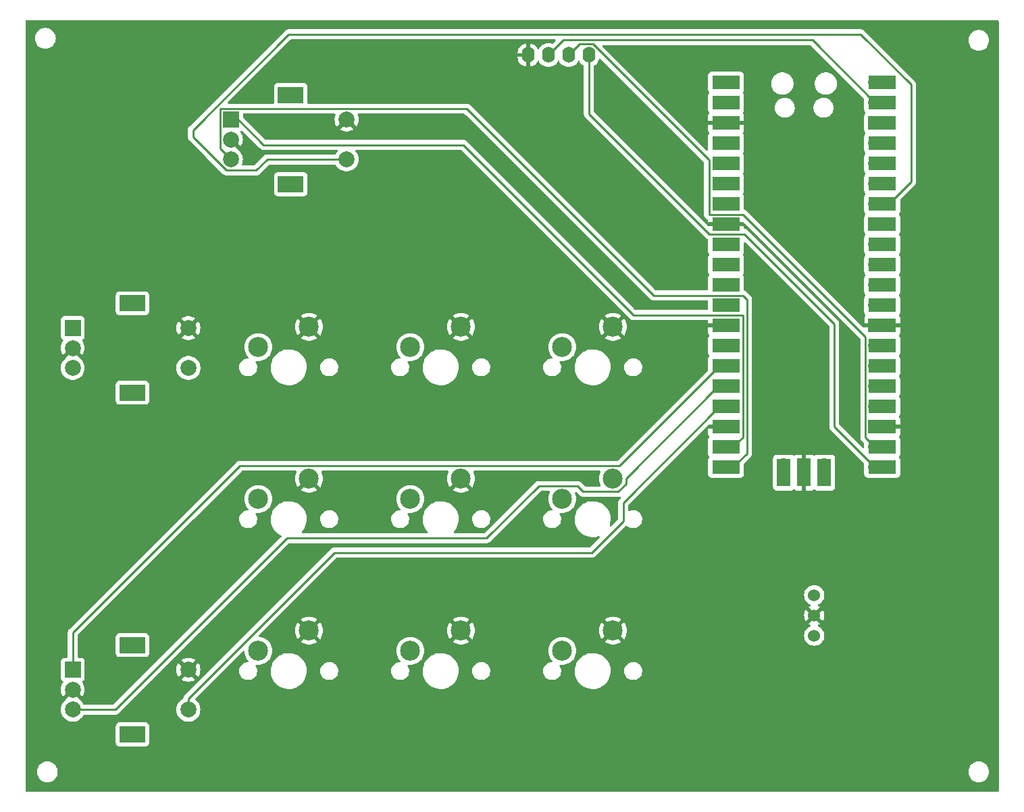
<source format=gbr>
%TF.GenerationSoftware,KiCad,Pcbnew,7.0.9*%
%TF.CreationDate,2023-12-23T17:51:47+00:00*%
%TF.ProjectId,MacroPad,4d616372-6f50-4616-942e-6b696361645f,rev?*%
%TF.SameCoordinates,Original*%
%TF.FileFunction,Copper,L1,Top*%
%TF.FilePolarity,Positive*%
%FSLAX46Y46*%
G04 Gerber Fmt 4.6, Leading zero omitted, Abs format (unit mm)*
G04 Created by KiCad (PCBNEW 7.0.9) date 2023-12-23 17:51:47*
%MOMM*%
%LPD*%
G01*
G04 APERTURE LIST*
%TA.AperFunction,ComponentPad*%
%ADD10R,2.000000X2.000000*%
%TD*%
%TA.AperFunction,ComponentPad*%
%ADD11C,2.000000*%
%TD*%
%TA.AperFunction,ComponentPad*%
%ADD12R,3.200000X2.000000*%
%TD*%
%TA.AperFunction,ComponentPad*%
%ADD13C,1.524000*%
%TD*%
%TA.AperFunction,ComponentPad*%
%ADD14C,2.500000*%
%TD*%
%TA.AperFunction,ComponentPad*%
%ADD15O,1.600000X2.000000*%
%TD*%
%TA.AperFunction,ComponentPad*%
%ADD16O,1.700000X1.700000*%
%TD*%
%TA.AperFunction,SMDPad,CuDef*%
%ADD17R,3.500000X1.700000*%
%TD*%
%TA.AperFunction,ComponentPad*%
%ADD18R,1.700000X1.700000*%
%TD*%
%TA.AperFunction,SMDPad,CuDef*%
%ADD19R,1.700000X3.500000*%
%TD*%
%TA.AperFunction,Conductor*%
%ADD20C,0.250000*%
%TD*%
G04 APERTURE END LIST*
D10*
%TO.P,SW2,A,A*%
%TO.N,A2*%
X109760000Y-70695000D03*
D11*
%TO.P,SW2,B,B*%
%TO.N,B2*%
X109760000Y-75695000D03*
%TO.P,SW2,C,C*%
%TO.N,GND*%
X109760000Y-73195000D03*
D12*
%TO.P,SW2,MP*%
%TO.N,N/C*%
X117260000Y-67595000D03*
X117260000Y-78795000D03*
D11*
%TO.P,SW2,S1,S1*%
%TO.N,SW2*%
X124260000Y-75695000D03*
%TO.P,SW2,S2,S2*%
%TO.N,GND*%
X124260000Y-70695000D03*
%TD*%
D13*
%TO.P,toggle1,1*%
%TO.N,Toggle1*%
X182880000Y-135425000D03*
%TO.P,toggle1,2*%
%TO.N,Toggle2*%
X182880000Y-130345000D03*
%TO.P,toggle1,3*%
%TO.N,GND*%
X182880000Y-132885000D03*
%TD*%
D14*
%TO.P,S6,1,1*%
%TO.N,S6*%
X151300000Y-118280000D03*
%TO.P,S6,2,2*%
%TO.N,GND*%
X157650000Y-115740000D03*
%TD*%
%TO.P,S1,1,1*%
%TO.N,S1*%
X113200000Y-99230000D03*
%TO.P,S1,2,2*%
%TO.N,GND*%
X119550000Y-96690000D03*
%TD*%
D10*
%TO.P,SW1,A,A*%
%TO.N,A1*%
X89935000Y-139707500D03*
D11*
%TO.P,SW1,B,B*%
%TO.N,B1*%
X89935000Y-144707500D03*
%TO.P,SW1,C,C*%
%TO.N,GND*%
X89935000Y-142207500D03*
D12*
%TO.P,SW1,MP*%
%TO.N,N/C*%
X97435000Y-136607500D03*
X97435000Y-147807500D03*
D11*
%TO.P,SW1,S1,S1*%
%TO.N,SW1*%
X104435000Y-144707500D03*
%TO.P,SW1,S2,S2*%
%TO.N,GND*%
X104435000Y-139707500D03*
%TD*%
D14*
%TO.P,S3,1,1*%
%TO.N,S3*%
X151300000Y-99230000D03*
%TO.P,S3,2,2*%
%TO.N,GND*%
X157650000Y-96690000D03*
%TD*%
%TO.P,S7,1,1*%
%TO.N,S7*%
X113200000Y-137330000D03*
%TO.P,S7,2,2*%
%TO.N,GND*%
X119550000Y-134790000D03*
%TD*%
%TO.P,S5,1,1*%
%TO.N,S5*%
X132250000Y-118280000D03*
%TO.P,S5,2,2*%
%TO.N,GND*%
X138600000Y-115740000D03*
%TD*%
%TO.P,S2,1,1*%
%TO.N,S2*%
X132250000Y-99230000D03*
%TO.P,S2,2,2*%
%TO.N,GND*%
X138600000Y-96690000D03*
%TD*%
%TO.P,S4,1,1*%
%TO.N,S4*%
X113200000Y-118280000D03*
%TO.P,S4,2,2*%
%TO.N,GND*%
X119550000Y-115740000D03*
%TD*%
%TO.P,S9,1,1*%
%TO.N,S9*%
X151300000Y-137330000D03*
%TO.P,S9,2,2*%
%TO.N,GND*%
X157650000Y-134790000D03*
%TD*%
%TO.P,S8,1,1*%
%TO.N,S8*%
X132250000Y-137330000D03*
%TO.P,S8,2,2*%
%TO.N,GND*%
X138600000Y-134790000D03*
%TD*%
D10*
%TO.P,SW3,A,A*%
%TO.N,A3*%
X89935000Y-96845000D03*
D11*
%TO.P,SW3,B,B*%
%TO.N,B3*%
X89935000Y-101845000D03*
%TO.P,SW3,C,C*%
%TO.N,GND*%
X89935000Y-99345000D03*
D12*
%TO.P,SW3,MP*%
%TO.N,N/C*%
X97435000Y-93745000D03*
X97435000Y-104945000D03*
D11*
%TO.P,SW3,S1,S1*%
%TO.N,SW3*%
X104435000Y-101845000D03*
%TO.P,SW3,S2,S2*%
%TO.N,GND*%
X104435000Y-96845000D03*
%TD*%
D15*
%TO.P,Brd1,1,GND*%
%TO.N,GND*%
X147015000Y-62595000D03*
%TO.P,Brd1,2,VCC*%
%TO.N,+5V*%
X149555000Y-62595000D03*
%TO.P,Brd1,3,SCL*%
%TO.N,SCL*%
X152095000Y-62595000D03*
%TO.P,Brd1,4,SDA*%
%TO.N,SDA*%
X154635000Y-62595000D03*
%TD*%
D16*
%TO.P,U1,1,GPIO0*%
%TO.N,S1*%
X172720000Y-66040000D03*
D17*
X171820000Y-66040000D03*
D16*
%TO.P,U1,2,GPIO1*%
%TO.N,S2*%
X172720000Y-68580000D03*
D17*
X171820000Y-68580000D03*
D18*
%TO.P,U1,3,GND*%
%TO.N,GND*%
X172720000Y-71120000D03*
D17*
X171820000Y-71120000D03*
D16*
%TO.P,U1,4,GPIO2*%
%TO.N,S3*%
X172720000Y-73660000D03*
D17*
X171820000Y-73660000D03*
D16*
%TO.P,U1,5,GPIO3*%
%TO.N,S4*%
X172720000Y-76200000D03*
D17*
X171820000Y-76200000D03*
D16*
%TO.P,U1,6,GPIO4*%
%TO.N,S5*%
X172720000Y-78740000D03*
D17*
X171820000Y-78740000D03*
D16*
%TO.P,U1,7,GPIO5*%
%TO.N,S6*%
X172720000Y-81280000D03*
D17*
X171820000Y-81280000D03*
D18*
%TO.P,U1,8,GND*%
%TO.N,GND*%
X172720000Y-83820000D03*
D17*
X171820000Y-83820000D03*
D16*
%TO.P,U1,9,GPIO6*%
%TO.N,S7*%
X172720000Y-86360000D03*
D17*
X171820000Y-86360000D03*
D16*
%TO.P,U1,10,GPIO7*%
%TO.N,S8*%
X172720000Y-88900000D03*
D17*
X171820000Y-88900000D03*
D16*
%TO.P,U1,11,GPIO8*%
%TO.N,S9*%
X172720000Y-91440000D03*
D17*
X171820000Y-91440000D03*
D16*
%TO.P,U1,12,GPIO9*%
%TO.N,Toggle1*%
X172720000Y-93980000D03*
D17*
X171820000Y-93980000D03*
D18*
%TO.P,U1,13,GND*%
%TO.N,GND*%
X172720000Y-96520000D03*
D17*
X171820000Y-96520000D03*
D16*
%TO.P,U1,14,GPIO10*%
%TO.N,Toggle2*%
X172720000Y-99060000D03*
D17*
X171820000Y-99060000D03*
D16*
%TO.P,U1,15,GPIO11*%
%TO.N,A1*%
X172720000Y-101600000D03*
D17*
X171820000Y-101600000D03*
D16*
%TO.P,U1,16,GPIO12*%
%TO.N,B1*%
X172720000Y-104140000D03*
D17*
X171820000Y-104140000D03*
D16*
%TO.P,U1,17,GPIO13*%
%TO.N,SW1*%
X172720000Y-106680000D03*
D17*
X171820000Y-106680000D03*
D18*
%TO.P,U1,18,GND*%
%TO.N,GND*%
X172720000Y-109220000D03*
D17*
X171820000Y-109220000D03*
D16*
%TO.P,U1,19,GPIO14*%
%TO.N,A2*%
X172720000Y-111760000D03*
D17*
X171820000Y-111760000D03*
D16*
%TO.P,U1,20,GPIO15*%
%TO.N,B2*%
X172720000Y-114300000D03*
D17*
X171820000Y-114300000D03*
D16*
%TO.P,U1,21,GPIO16*%
%TO.N,SDA*%
X190500000Y-114300000D03*
D17*
X191400000Y-114300000D03*
D16*
%TO.P,U1,22,GPIO17*%
%TO.N,SCL*%
X190500000Y-111760000D03*
D17*
X191400000Y-111760000D03*
D18*
%TO.P,U1,23,GND*%
%TO.N,GND*%
X190500000Y-109220000D03*
D17*
X191400000Y-109220000D03*
D16*
%TO.P,U1,24,GPIO18*%
%TO.N,unconnected-(U1-GPIO18-Pad24)*%
X190500000Y-106680000D03*
D17*
X191400000Y-106680000D03*
D16*
%TO.P,U1,25,GPIO19*%
%TO.N,unconnected-(U1-GPIO19-Pad25)*%
X190500000Y-104140000D03*
D17*
X191400000Y-104140000D03*
D16*
%TO.P,U1,26,GPIO20*%
%TO.N,unconnected-(U1-GPIO20-Pad26)*%
X190500000Y-101600000D03*
D17*
X191400000Y-101600000D03*
D16*
%TO.P,U1,27,GPIO21*%
%TO.N,unconnected-(U1-GPIO21-Pad27)*%
X190500000Y-99060000D03*
D17*
X191400000Y-99060000D03*
D18*
%TO.P,U1,28,GND*%
%TO.N,GND*%
X190500000Y-96520000D03*
D17*
X191400000Y-96520000D03*
D16*
%TO.P,U1,29,GPIO22*%
%TO.N,SW3*%
X190500000Y-93980000D03*
D17*
X191400000Y-93980000D03*
D16*
%TO.P,U1,30,RUN*%
%TO.N,unconnected-(U1-RUN-Pad30)*%
X190500000Y-91440000D03*
D17*
X191400000Y-91440000D03*
D16*
%TO.P,U1,31,GPIO26_ADC0*%
%TO.N,B3*%
X190500000Y-88900000D03*
D17*
X191400000Y-88900000D03*
D16*
%TO.P,U1,32,GPIO27_ADC1*%
%TO.N,A3*%
X190500000Y-86360000D03*
D17*
X191400000Y-86360000D03*
D18*
%TO.P,U1,33,AGND*%
%TO.N,unconnected-(U1-AGND-Pad33)*%
X190500000Y-83820000D03*
D17*
X191400000Y-83820000D03*
D16*
%TO.P,U1,34,GPIO28_ADC2*%
%TO.N,SW2*%
X190500000Y-81280000D03*
D17*
X191400000Y-81280000D03*
D16*
%TO.P,U1,35,ADC_VREF*%
%TO.N,unconnected-(U1-ADC_VREF-Pad35)*%
X190500000Y-78740000D03*
D17*
X191400000Y-78740000D03*
D16*
%TO.P,U1,36,3V3*%
%TO.N,+3.3V*%
X190500000Y-76200000D03*
D17*
X191400000Y-76200000D03*
D16*
%TO.P,U1,37,3V3_EN*%
%TO.N,unconnected-(U1-3V3_EN-Pad37)*%
X190500000Y-73660000D03*
D17*
X191400000Y-73660000D03*
D18*
%TO.P,U1,38,GND*%
%TO.N,unconnected-(U1-GND-Pad38)*%
X190500000Y-71120000D03*
D17*
X191400000Y-71120000D03*
D16*
%TO.P,U1,39,VSYS*%
%TO.N,+5V*%
X190500000Y-68580000D03*
D17*
X191400000Y-68580000D03*
D16*
%TO.P,U1,40,VBUS*%
%TO.N,unconnected-(U1-VBUS-Pad40)*%
X190500000Y-66040000D03*
D17*
X191400000Y-66040000D03*
D16*
%TO.P,U1,41,SWCLK*%
%TO.N,unconnected-(U1-SWCLK-Pad41)*%
X179070000Y-114070000D03*
D19*
X179070000Y-114970000D03*
D18*
%TO.P,U1,42,GND*%
%TO.N,GND*%
X181610000Y-114070000D03*
D19*
X181610000Y-114970000D03*
D16*
%TO.P,U1,43,SWDIO*%
%TO.N,unconnected-(U1-SWDIO-Pad43)*%
X184150000Y-114070000D03*
D19*
X184150000Y-114970000D03*
%TD*%
D20*
%TO.N,SDA*%
X154635000Y-69985000D02*
X169695000Y-85045000D01*
X185375000Y-109175000D02*
X190500000Y-114300000D01*
X185375000Y-96295000D02*
X185375000Y-109175000D01*
X154635000Y-62595000D02*
X154635000Y-69985000D01*
X174125000Y-85045000D02*
X185375000Y-96295000D01*
X169695000Y-85045000D02*
X174125000Y-85045000D01*
%TO.N,SCL*%
X155121701Y-61220000D02*
X169695000Y-75793299D01*
X173945000Y-82595000D02*
X189275000Y-97925000D01*
X153470000Y-61220000D02*
X155121701Y-61220000D01*
X189275000Y-110535000D02*
X190500000Y-111760000D01*
X169695000Y-82595000D02*
X173945000Y-82595000D01*
X169695000Y-75793299D02*
X169695000Y-82595000D01*
X189275000Y-97925000D02*
X189275000Y-110535000D01*
X152095000Y-62595000D02*
X153470000Y-61220000D01*
%TO.N,GND*%
X119790000Y-134790000D02*
X120000000Y-135000000D01*
X119550000Y-134790000D02*
X119790000Y-134790000D01*
X118731243Y-115740000D02*
X119550000Y-115740000D01*
%TO.N,+5V*%
X149555000Y-62595000D02*
X151430000Y-60720000D01*
X182640000Y-60720000D02*
X190500000Y-68580000D01*
X151430000Y-60720000D02*
X182640000Y-60720000D01*
%TO.N,A1*%
X158495000Y-114115000D02*
X110885000Y-114115000D01*
X110885000Y-114115000D02*
X89935000Y-135065000D01*
X89935000Y-135065000D02*
X89935000Y-139707500D01*
X172720000Y-101600000D02*
X171010000Y-101600000D01*
X171010000Y-101600000D02*
X158495000Y-114115000D01*
%TO.N,B1*%
X158323098Y-117365000D02*
X159275000Y-116413098D01*
X141805000Y-123195000D02*
X148345000Y-116655000D01*
X116805000Y-123195000D02*
X141805000Y-123195000D01*
X159275000Y-116413098D02*
X159275000Y-115725000D01*
X95292500Y-144707500D02*
X116805000Y-123195000D01*
X148345000Y-116655000D02*
X153210000Y-116655000D01*
X89935000Y-144707500D02*
X95292500Y-144707500D01*
X170860000Y-104140000D02*
X172720000Y-104140000D01*
X159275000Y-115725000D02*
X170860000Y-104140000D01*
X153920000Y-117365000D02*
X158323098Y-117365000D01*
X153210000Y-116655000D02*
X153920000Y-117365000D01*
%TO.N,SW1*%
X155000000Y-125000000D02*
X158940000Y-121060000D01*
X122728287Y-125000000D02*
X155000000Y-125000000D01*
X158940000Y-118750000D02*
X171010000Y-106680000D01*
X171010000Y-106680000D02*
X172720000Y-106680000D01*
X158940000Y-121060000D02*
X158940000Y-118750000D01*
X104435000Y-143293287D02*
X122728287Y-125000000D01*
X104435000Y-144707500D02*
X104435000Y-143293287D01*
%TO.N,A2*%
X172720000Y-111760000D02*
X173945000Y-110535000D01*
X173945000Y-110535000D02*
X173945000Y-95205000D01*
X110000000Y-70455000D02*
X109760000Y-70695000D01*
X160205000Y-95205000D02*
X138865000Y-73865000D01*
X110000000Y-70000000D02*
X110000000Y-70455000D01*
X113865000Y-73865000D02*
X110000000Y-70000000D01*
X173945000Y-95205000D02*
X160205000Y-95205000D01*
X138865000Y-73865000D02*
X113865000Y-73865000D01*
%TO.N,B2*%
X108385000Y-74320000D02*
X108385000Y-69320000D01*
X174445000Y-93255000D02*
X174445000Y-112575000D01*
X109760000Y-75695000D02*
X108385000Y-74320000D01*
X162755000Y-92755000D02*
X173945000Y-92755000D01*
X174445000Y-112575000D02*
X172720000Y-114300000D01*
X173945000Y-92755000D02*
X174445000Y-93255000D01*
X108385000Y-69320000D02*
X139320000Y-69320000D01*
X139320000Y-69320000D02*
X162755000Y-92755000D01*
%TO.N,SW2*%
X192210000Y-81280000D02*
X190500000Y-81280000D01*
X105000000Y-71997893D02*
X116997893Y-60000000D01*
X105000000Y-72879544D02*
X105000000Y-71997893D01*
X188710000Y-60000000D02*
X195000000Y-66290000D01*
X124260000Y-75695000D02*
X114305000Y-75695000D01*
X195000000Y-78490000D02*
X192210000Y-81280000D01*
X114305000Y-75695000D02*
X112930000Y-77070000D01*
X195000000Y-66290000D02*
X195000000Y-78490000D01*
X112930000Y-77070000D02*
X109190456Y-77070000D01*
X109190456Y-77070000D02*
X105000000Y-72879544D01*
X116997893Y-60000000D02*
X188710000Y-60000000D01*
%TD*%
%TA.AperFunction,Conductor*%
%TO.N,GND*%
G36*
X117958600Y-114760185D02*
G01*
X118004355Y-114812989D01*
X118014299Y-114882147D01*
X117998948Y-114926500D01*
X117968883Y-114978573D01*
X117873058Y-115222729D01*
X117814693Y-115478449D01*
X117814692Y-115478454D01*
X117795093Y-115739995D01*
X117795093Y-115740004D01*
X117814692Y-116001545D01*
X117814693Y-116001550D01*
X117873058Y-116257270D01*
X117968883Y-116501426D01*
X117968882Y-116501426D01*
X118100030Y-116728577D01*
X118147873Y-116788571D01*
X118872803Y-116063641D01*
X118896059Y-116117553D01*
X119000756Y-116258185D01*
X119135062Y-116370882D01*
X119226665Y-116416886D01*
X118500831Y-117142720D01*
X118672546Y-117259793D01*
X118672550Y-117259795D01*
X118908854Y-117373594D01*
X118908858Y-117373595D01*
X119159494Y-117450907D01*
X119159500Y-117450909D01*
X119418848Y-117489999D01*
X119418857Y-117490000D01*
X119681143Y-117490000D01*
X119681151Y-117489999D01*
X119940499Y-117450909D01*
X119940505Y-117450907D01*
X120191143Y-117373595D01*
X120427445Y-117259798D01*
X120427456Y-117259791D01*
X120599167Y-117142720D01*
X119875946Y-116419498D01*
X119888891Y-116414787D01*
X120035373Y-116318445D01*
X120155688Y-116190918D01*
X120228447Y-116064894D01*
X120952124Y-116788571D01*
X120999974Y-116728570D01*
X121131116Y-116501426D01*
X121226941Y-116257270D01*
X121285306Y-116001550D01*
X121285307Y-116001545D01*
X121304907Y-115740004D01*
X121304907Y-115739995D01*
X121285307Y-115478454D01*
X121285306Y-115478449D01*
X121226941Y-115222729D01*
X121131116Y-114978573D01*
X121131117Y-114978573D01*
X121101052Y-114926500D01*
X121084579Y-114858600D01*
X121107431Y-114792573D01*
X121162352Y-114749383D01*
X121208439Y-114740500D01*
X136941561Y-114740500D01*
X137008600Y-114760185D01*
X137054355Y-114812989D01*
X137064299Y-114882147D01*
X137048948Y-114926500D01*
X137018883Y-114978573D01*
X136923058Y-115222729D01*
X136864693Y-115478449D01*
X136864692Y-115478454D01*
X136845093Y-115739995D01*
X136845093Y-115740004D01*
X136864692Y-116001545D01*
X136864693Y-116001550D01*
X136923058Y-116257270D01*
X137018883Y-116501426D01*
X137018882Y-116501426D01*
X137150030Y-116728577D01*
X137197873Y-116788571D01*
X137922803Y-116063641D01*
X137946059Y-116117553D01*
X138050756Y-116258185D01*
X138185062Y-116370882D01*
X138276665Y-116416886D01*
X137550831Y-117142720D01*
X137722546Y-117259793D01*
X137722550Y-117259795D01*
X137958854Y-117373594D01*
X137958858Y-117373595D01*
X138209494Y-117450907D01*
X138209500Y-117450909D01*
X138468848Y-117489999D01*
X138468857Y-117490000D01*
X138731143Y-117490000D01*
X138731151Y-117489999D01*
X138990499Y-117450909D01*
X138990505Y-117450907D01*
X139241143Y-117373595D01*
X139477445Y-117259798D01*
X139477456Y-117259791D01*
X139649167Y-117142720D01*
X138925946Y-116419498D01*
X138938891Y-116414787D01*
X139085373Y-116318445D01*
X139205688Y-116190918D01*
X139278447Y-116064894D01*
X140002124Y-116788571D01*
X140049974Y-116728570D01*
X140181116Y-116501426D01*
X140276941Y-116257270D01*
X140335306Y-116001550D01*
X140335307Y-116001545D01*
X140354907Y-115740004D01*
X140354907Y-115739995D01*
X140335307Y-115478454D01*
X140335306Y-115478449D01*
X140276941Y-115222729D01*
X140181116Y-114978573D01*
X140181117Y-114978573D01*
X140151052Y-114926500D01*
X140134579Y-114858600D01*
X140157431Y-114792573D01*
X140212352Y-114749383D01*
X140258439Y-114740500D01*
X155991561Y-114740500D01*
X156058600Y-114760185D01*
X156104355Y-114812989D01*
X156114299Y-114882147D01*
X156098948Y-114926500D01*
X156068883Y-114978573D01*
X155973058Y-115222729D01*
X155914693Y-115478449D01*
X155914692Y-115478454D01*
X155895093Y-115739995D01*
X155895093Y-115740004D01*
X155914692Y-116001545D01*
X155914693Y-116001550D01*
X155973058Y-116257270D01*
X156068883Y-116501426D01*
X156068882Y-116501426D01*
X156098948Y-116553500D01*
X156115421Y-116621400D01*
X156092569Y-116687427D01*
X156037648Y-116730617D01*
X155991561Y-116739500D01*
X154230452Y-116739500D01*
X154163413Y-116719815D01*
X154142771Y-116703181D01*
X153931709Y-116492119D01*
X153710803Y-116271212D01*
X153700980Y-116258950D01*
X153700759Y-116259134D01*
X153695786Y-116253123D01*
X153677159Y-116235631D01*
X153645364Y-116205773D01*
X153630509Y-116190918D01*
X153624475Y-116184883D01*
X153618986Y-116180625D01*
X153614561Y-116176847D01*
X153580582Y-116144938D01*
X153580580Y-116144936D01*
X153580577Y-116144935D01*
X153563029Y-116135288D01*
X153546763Y-116124604D01*
X153530933Y-116112325D01*
X153488168Y-116093818D01*
X153482922Y-116091248D01*
X153442093Y-116068803D01*
X153442092Y-116068802D01*
X153422693Y-116063822D01*
X153404281Y-116057518D01*
X153385898Y-116049562D01*
X153385892Y-116049560D01*
X153339874Y-116042272D01*
X153334152Y-116041087D01*
X153289021Y-116029500D01*
X153289019Y-116029500D01*
X153268984Y-116029500D01*
X153249586Y-116027973D01*
X153242162Y-116026797D01*
X153229805Y-116024840D01*
X153229804Y-116024840D01*
X153183416Y-116029225D01*
X153177578Y-116029500D01*
X148427743Y-116029500D01*
X148412122Y-116027775D01*
X148412095Y-116028061D01*
X148404333Y-116027326D01*
X148335172Y-116029500D01*
X148305649Y-116029500D01*
X148298778Y-116030367D01*
X148292959Y-116030825D01*
X148246374Y-116032289D01*
X148246368Y-116032290D01*
X148227126Y-116037880D01*
X148208087Y-116041823D01*
X148188217Y-116044334D01*
X148188203Y-116044337D01*
X148144883Y-116061488D01*
X148139358Y-116063380D01*
X148094613Y-116076380D01*
X148094610Y-116076381D01*
X148077366Y-116086579D01*
X148059905Y-116095133D01*
X148041274Y-116102510D01*
X148041262Y-116102517D01*
X148003570Y-116129902D01*
X147998687Y-116133109D01*
X147958580Y-116156829D01*
X147944414Y-116170995D01*
X147929624Y-116183627D01*
X147913414Y-116195404D01*
X147913411Y-116195407D01*
X147883710Y-116231309D01*
X147879777Y-116235631D01*
X141582228Y-122533181D01*
X141520905Y-122566666D01*
X141494547Y-122569500D01*
X137795124Y-122569500D01*
X137728085Y-122549815D01*
X137682330Y-122497011D01*
X137672386Y-122427853D01*
X137700430Y-122365443D01*
X137875865Y-122157939D01*
X138037993Y-121903970D01*
X138164823Y-121630658D01*
X138254093Y-121342879D01*
X138304209Y-121045770D01*
X138313556Y-120766202D01*
X140010660Y-120766202D01*
X140020887Y-120980901D01*
X140046519Y-121086557D01*
X140071563Y-121189790D01*
X140160854Y-121385310D01*
X140285534Y-121560399D01*
X140285535Y-121560400D01*
X140285540Y-121560406D01*
X140441094Y-121708725D01*
X140441096Y-121708726D01*
X140441097Y-121708727D01*
X140621920Y-121824935D01*
X140821468Y-121904822D01*
X140926998Y-121925161D01*
X141032527Y-121945500D01*
X141032528Y-121945500D01*
X141193612Y-121945500D01*
X141193618Y-121945500D01*
X141353971Y-121930188D01*
X141560209Y-121869631D01*
X141751259Y-121771138D01*
X141920217Y-121638268D01*
X142060976Y-121475824D01*
X142168448Y-121289677D01*
X142238750Y-121086554D01*
X142269339Y-120873797D01*
X142259112Y-120659096D01*
X142208437Y-120450210D01*
X142119146Y-120254690D01*
X141994466Y-120079601D01*
X141994464Y-120079599D01*
X141994459Y-120079593D01*
X141838905Y-119931274D01*
X141658080Y-119815065D01*
X141458530Y-119735177D01*
X141247473Y-119694500D01*
X141247472Y-119694500D01*
X141086382Y-119694500D01*
X140926050Y-119709810D01*
X140926029Y-119709812D01*
X140926025Y-119709813D01*
X140719793Y-119770368D01*
X140528736Y-119868864D01*
X140359785Y-120001729D01*
X140359782Y-120001733D01*
X140219021Y-120164178D01*
X140111553Y-120350319D01*
X140041251Y-120553442D01*
X140041250Y-120553444D01*
X140010661Y-120766200D01*
X140010660Y-120766202D01*
X138313556Y-120766202D01*
X138314277Y-120744631D01*
X138284118Y-120444838D01*
X138214269Y-120151739D01*
X138105977Y-119870566D01*
X137961175Y-119606335D01*
X137782446Y-119363762D01*
X137572980Y-119147176D01*
X137336521Y-118960446D01*
X137336517Y-118960443D01*
X137336515Y-118960442D01*
X137077270Y-118806891D01*
X136799872Y-118689264D01*
X136799863Y-118689261D01*
X136509272Y-118609660D01*
X136434616Y-118599620D01*
X136210653Y-118569500D01*
X135984756Y-118569500D01*
X135984748Y-118569500D01*
X135759368Y-118584587D01*
X135759359Y-118584589D01*
X135464094Y-118644604D01*
X135179464Y-118743439D01*
X135179459Y-118743441D01*
X134910546Y-118879328D01*
X134662125Y-119049860D01*
X134438665Y-119251969D01*
X134244132Y-119482064D01*
X134082006Y-119736030D01*
X134082005Y-119736032D01*
X133991404Y-119931274D01*
X133955177Y-120009342D01*
X133948614Y-120030499D01*
X133865907Y-120297118D01*
X133856933Y-120350323D01*
X133815791Y-120594230D01*
X133810042Y-120766202D01*
X133805723Y-120895373D01*
X133835881Y-121195160D01*
X133835882Y-121195162D01*
X133905728Y-121488252D01*
X133905733Y-121488266D01*
X134014020Y-121769427D01*
X134014024Y-121769436D01*
X134158825Y-122033665D01*
X134158829Y-122033671D01*
X134337551Y-122276234D01*
X134337554Y-122276238D01*
X134337561Y-122276245D01*
X134417882Y-122359296D01*
X134450338Y-122421170D01*
X134444190Y-122490769D01*
X134401390Y-122545995D01*
X134335526Y-122569315D01*
X134328748Y-122569500D01*
X118745124Y-122569500D01*
X118678085Y-122549815D01*
X118632330Y-122497011D01*
X118622386Y-122427853D01*
X118650430Y-122365443D01*
X118825865Y-122157939D01*
X118987993Y-121903970D01*
X119114823Y-121630658D01*
X119204093Y-121342879D01*
X119254209Y-121045770D01*
X119263556Y-120766202D01*
X120960660Y-120766202D01*
X120970887Y-120980901D01*
X120996519Y-121086557D01*
X121021563Y-121189790D01*
X121110854Y-121385310D01*
X121235534Y-121560399D01*
X121235535Y-121560400D01*
X121235540Y-121560406D01*
X121391094Y-121708725D01*
X121391096Y-121708726D01*
X121391097Y-121708727D01*
X121571920Y-121824935D01*
X121771468Y-121904822D01*
X121876998Y-121925161D01*
X121982527Y-121945500D01*
X121982528Y-121945500D01*
X122143612Y-121945500D01*
X122143618Y-121945500D01*
X122303971Y-121930188D01*
X122510209Y-121869631D01*
X122701259Y-121771138D01*
X122870217Y-121638268D01*
X123010976Y-121475824D01*
X123118448Y-121289677D01*
X123188750Y-121086554D01*
X123219339Y-120873797D01*
X123214214Y-120766202D01*
X129850660Y-120766202D01*
X129860887Y-120980901D01*
X129886519Y-121086557D01*
X129911563Y-121189790D01*
X130000854Y-121385310D01*
X130125534Y-121560399D01*
X130125535Y-121560400D01*
X130125540Y-121560406D01*
X130281094Y-121708725D01*
X130281096Y-121708726D01*
X130281097Y-121708727D01*
X130461920Y-121824935D01*
X130661468Y-121904822D01*
X130766998Y-121925161D01*
X130872527Y-121945500D01*
X130872528Y-121945500D01*
X131033612Y-121945500D01*
X131033618Y-121945500D01*
X131193971Y-121930188D01*
X131400209Y-121869631D01*
X131591259Y-121771138D01*
X131760217Y-121638268D01*
X131900976Y-121475824D01*
X132008448Y-121289677D01*
X132078750Y-121086554D01*
X132109339Y-120873797D01*
X132099112Y-120659096D01*
X132048437Y-120450210D01*
X131959146Y-120254690D01*
X131930664Y-120214692D01*
X131907811Y-120148665D01*
X131924284Y-120080765D01*
X131974851Y-120032549D01*
X132043458Y-120019326D01*
X132050140Y-120020148D01*
X132118818Y-120030500D01*
X132381182Y-120030500D01*
X132640615Y-119991396D01*
X132891323Y-119914063D01*
X133127704Y-119800228D01*
X133344479Y-119652433D01*
X133536805Y-119473981D01*
X133700386Y-119268857D01*
X133831568Y-119041643D01*
X133927420Y-118797416D01*
X133985802Y-118541630D01*
X133994237Y-118429068D01*
X134005408Y-118280004D01*
X134005408Y-118279995D01*
X133985803Y-118018378D01*
X133985802Y-118018374D01*
X133985802Y-118018370D01*
X133927420Y-117762584D01*
X133831568Y-117518357D01*
X133700386Y-117291143D01*
X133536805Y-117086019D01*
X133536804Y-117086018D01*
X133536801Y-117086014D01*
X133344479Y-116907567D01*
X133331743Y-116898884D01*
X133127704Y-116759772D01*
X133127700Y-116759770D01*
X133127697Y-116759768D01*
X133127696Y-116759767D01*
X132891325Y-116645938D01*
X132891327Y-116645938D01*
X132640623Y-116568606D01*
X132640619Y-116568605D01*
X132640615Y-116568604D01*
X132515823Y-116549794D01*
X132381187Y-116529500D01*
X132381182Y-116529500D01*
X132118818Y-116529500D01*
X132118812Y-116529500D01*
X131957247Y-116553853D01*
X131859385Y-116568604D01*
X131859382Y-116568605D01*
X131859376Y-116568606D01*
X131608673Y-116645938D01*
X131372303Y-116759767D01*
X131372302Y-116759768D01*
X131372296Y-116759771D01*
X131372296Y-116759772D01*
X131360416Y-116767872D01*
X131155520Y-116907567D01*
X130963198Y-117086014D01*
X130799614Y-117291143D01*
X130668432Y-117518356D01*
X130572582Y-117762578D01*
X130572576Y-117762597D01*
X130514197Y-118018374D01*
X130514197Y-118018378D01*
X130494592Y-118279995D01*
X130494592Y-118280004D01*
X130514196Y-118541620D01*
X130514197Y-118541625D01*
X130572576Y-118797402D01*
X130572578Y-118797411D01*
X130572580Y-118797416D01*
X130668432Y-119041643D01*
X130799614Y-119268857D01*
X130963195Y-119473981D01*
X130963197Y-119473983D01*
X130963198Y-119473984D01*
X130972569Y-119482679D01*
X131008324Y-119542707D01*
X131005950Y-119612536D01*
X130966200Y-119669997D01*
X130901695Y-119696846D01*
X130900016Y-119697017D01*
X130766039Y-119709810D01*
X130766030Y-119709811D01*
X130766029Y-119709812D01*
X130766027Y-119709812D01*
X130766025Y-119709813D01*
X130559793Y-119770368D01*
X130368736Y-119868864D01*
X130199785Y-120001729D01*
X130199782Y-120001733D01*
X130059021Y-120164178D01*
X129951553Y-120350319D01*
X129881251Y-120553442D01*
X129881250Y-120553444D01*
X129850661Y-120766200D01*
X129850660Y-120766202D01*
X123214214Y-120766202D01*
X123209112Y-120659096D01*
X123158437Y-120450210D01*
X123069146Y-120254690D01*
X122944466Y-120079601D01*
X122944464Y-120079599D01*
X122944459Y-120079593D01*
X122788905Y-119931274D01*
X122608080Y-119815065D01*
X122408530Y-119735177D01*
X122197473Y-119694500D01*
X122197472Y-119694500D01*
X122036382Y-119694500D01*
X121876050Y-119709810D01*
X121876029Y-119709812D01*
X121876025Y-119709813D01*
X121669793Y-119770368D01*
X121478736Y-119868864D01*
X121309785Y-120001729D01*
X121309782Y-120001733D01*
X121169021Y-120164178D01*
X121061553Y-120350319D01*
X120991251Y-120553442D01*
X120991250Y-120553444D01*
X120960661Y-120766200D01*
X120960660Y-120766202D01*
X119263556Y-120766202D01*
X119264277Y-120744631D01*
X119234118Y-120444838D01*
X119164269Y-120151739D01*
X119055977Y-119870566D01*
X118911175Y-119606335D01*
X118732446Y-119363762D01*
X118522980Y-119147176D01*
X118286521Y-118960446D01*
X118286517Y-118960443D01*
X118286515Y-118960442D01*
X118027270Y-118806891D01*
X117749872Y-118689264D01*
X117749863Y-118689261D01*
X117459272Y-118609660D01*
X117384616Y-118599620D01*
X117160653Y-118569500D01*
X116934756Y-118569500D01*
X116934748Y-118569500D01*
X116709368Y-118584587D01*
X116709359Y-118584589D01*
X116414094Y-118644604D01*
X116129464Y-118743439D01*
X116129459Y-118743441D01*
X115860546Y-118879328D01*
X115612125Y-119049860D01*
X115388665Y-119251969D01*
X115194132Y-119482064D01*
X115032006Y-119736030D01*
X115032005Y-119736032D01*
X114941404Y-119931274D01*
X114905177Y-120009342D01*
X114898614Y-120030499D01*
X114815907Y-120297118D01*
X114806933Y-120350323D01*
X114765791Y-120594230D01*
X114760042Y-120766202D01*
X114755723Y-120895373D01*
X114785881Y-121195160D01*
X114785882Y-121195162D01*
X114855728Y-121488252D01*
X114855733Y-121488266D01*
X114964020Y-121769427D01*
X114964024Y-121769436D01*
X115108825Y-122033665D01*
X115108829Y-122033671D01*
X115287551Y-122276234D01*
X115287554Y-122276238D01*
X115373826Y-122365442D01*
X115497019Y-122492823D01*
X115733478Y-122679553D01*
X115733480Y-122679554D01*
X115733485Y-122679558D01*
X115992730Y-122833109D01*
X116026754Y-122847536D01*
X116080790Y-122891829D01*
X116102302Y-122958304D01*
X116084459Y-123025857D01*
X116066029Y-123049378D01*
X95069728Y-144045681D01*
X95008405Y-144079166D01*
X94982047Y-144082000D01*
X91380150Y-144082000D01*
X91313111Y-144062315D01*
X91267356Y-144009511D01*
X91266595Y-144007811D01*
X91259175Y-143990896D01*
X91123166Y-143782717D01*
X91102860Y-143760659D01*
X90954744Y-143599762D01*
X90853623Y-143521056D01*
X90812810Y-143464346D01*
X90808697Y-143434749D01*
X90067533Y-142693586D01*
X90077315Y-142692180D01*
X90208100Y-142632452D01*
X90316761Y-142538298D01*
X90394493Y-142417344D01*
X90418076Y-142337024D01*
X91158434Y-143077382D01*
X91258731Y-142923869D01*
X91358587Y-142696217D01*
X91419612Y-142455238D01*
X91419614Y-142455229D01*
X91440141Y-142207505D01*
X91440141Y-142207494D01*
X91419614Y-141959770D01*
X91419612Y-141959761D01*
X91358587Y-141718782D01*
X91258732Y-141491132D01*
X91146515Y-141319370D01*
X91126328Y-141252481D01*
X91145508Y-141185295D01*
X91176013Y-141152282D01*
X91177329Y-141151296D01*
X91177331Y-141151296D01*
X91292546Y-141065046D01*
X91378796Y-140949831D01*
X91429091Y-140814983D01*
X91435500Y-140755373D01*
X91435499Y-138659628D01*
X91429091Y-138600017D01*
X91403746Y-138532064D01*
X91378797Y-138465171D01*
X91378793Y-138465164D01*
X91292547Y-138349955D01*
X91292544Y-138349952D01*
X91177335Y-138263706D01*
X91177328Y-138263702D01*
X91042482Y-138213408D01*
X91042483Y-138213408D01*
X90982883Y-138207001D01*
X90982881Y-138207000D01*
X90982873Y-138207000D01*
X90982865Y-138207000D01*
X90684500Y-138207000D01*
X90617461Y-138187315D01*
X90571706Y-138134511D01*
X90560500Y-138083000D01*
X90560500Y-137655370D01*
X95334500Y-137655370D01*
X95334501Y-137655376D01*
X95340908Y-137714983D01*
X95391202Y-137849828D01*
X95391206Y-137849835D01*
X95477452Y-137965044D01*
X95477455Y-137965047D01*
X95592664Y-138051293D01*
X95592671Y-138051297D01*
X95727517Y-138101591D01*
X95727516Y-138101591D01*
X95734444Y-138102335D01*
X95787127Y-138108000D01*
X99082872Y-138107999D01*
X99142483Y-138101591D01*
X99277331Y-138051296D01*
X99392546Y-137965046D01*
X99478796Y-137849831D01*
X99529091Y-137714983D01*
X99535500Y-137655373D01*
X99535499Y-135559628D01*
X99529091Y-135500017D01*
X99505905Y-135437853D01*
X99478797Y-135365171D01*
X99478793Y-135365164D01*
X99392547Y-135249955D01*
X99392544Y-135249952D01*
X99277335Y-135163706D01*
X99277328Y-135163702D01*
X99142482Y-135113408D01*
X99142483Y-135113408D01*
X99082883Y-135107001D01*
X99082881Y-135107000D01*
X99082873Y-135107000D01*
X99082864Y-135107000D01*
X95787129Y-135107000D01*
X95787123Y-135107001D01*
X95727516Y-135113408D01*
X95592671Y-135163702D01*
X95592664Y-135163706D01*
X95477455Y-135249952D01*
X95477452Y-135249955D01*
X95391206Y-135365164D01*
X95391202Y-135365171D01*
X95340908Y-135500017D01*
X95334501Y-135559616D01*
X95334501Y-135559623D01*
X95334500Y-135559635D01*
X95334500Y-137655370D01*
X90560500Y-137655370D01*
X90560500Y-135375452D01*
X90580185Y-135308413D01*
X90596819Y-135287771D01*
X105118389Y-120766202D01*
X110800660Y-120766202D01*
X110810887Y-120980901D01*
X110836519Y-121086557D01*
X110861563Y-121189790D01*
X110950854Y-121385310D01*
X111075534Y-121560399D01*
X111075535Y-121560400D01*
X111075540Y-121560406D01*
X111231094Y-121708725D01*
X111231096Y-121708726D01*
X111231097Y-121708727D01*
X111411920Y-121824935D01*
X111611468Y-121904822D01*
X111716998Y-121925161D01*
X111822527Y-121945500D01*
X111822528Y-121945500D01*
X111983612Y-121945500D01*
X111983618Y-121945500D01*
X112143971Y-121930188D01*
X112350209Y-121869631D01*
X112541259Y-121771138D01*
X112710217Y-121638268D01*
X112850976Y-121475824D01*
X112958448Y-121289677D01*
X113028750Y-121086554D01*
X113059339Y-120873797D01*
X113049112Y-120659096D01*
X112998437Y-120450210D01*
X112909146Y-120254690D01*
X112880664Y-120214692D01*
X112857811Y-120148665D01*
X112874284Y-120080765D01*
X112924851Y-120032549D01*
X112993458Y-120019326D01*
X113000140Y-120020148D01*
X113068818Y-120030500D01*
X113331182Y-120030500D01*
X113590615Y-119991396D01*
X113841323Y-119914063D01*
X114077704Y-119800228D01*
X114294479Y-119652433D01*
X114486805Y-119473981D01*
X114650386Y-119268857D01*
X114781568Y-119041643D01*
X114877420Y-118797416D01*
X114935802Y-118541630D01*
X114944237Y-118429068D01*
X114955408Y-118280004D01*
X114955408Y-118279995D01*
X114935803Y-118018378D01*
X114935802Y-118018374D01*
X114935802Y-118018370D01*
X114877420Y-117762584D01*
X114781568Y-117518357D01*
X114650386Y-117291143D01*
X114486805Y-117086019D01*
X114486804Y-117086018D01*
X114486801Y-117086014D01*
X114294479Y-116907567D01*
X114281743Y-116898884D01*
X114077704Y-116759772D01*
X114077700Y-116759770D01*
X114077697Y-116759768D01*
X114077696Y-116759767D01*
X113841325Y-116645938D01*
X113841327Y-116645938D01*
X113590623Y-116568606D01*
X113590619Y-116568605D01*
X113590615Y-116568604D01*
X113465823Y-116549794D01*
X113331187Y-116529500D01*
X113331182Y-116529500D01*
X113068818Y-116529500D01*
X113068812Y-116529500D01*
X112907247Y-116553853D01*
X112809385Y-116568604D01*
X112809382Y-116568605D01*
X112809376Y-116568606D01*
X112558673Y-116645938D01*
X112322303Y-116759767D01*
X112322302Y-116759768D01*
X112322296Y-116759771D01*
X112322296Y-116759772D01*
X112310416Y-116767872D01*
X112105520Y-116907567D01*
X111913198Y-117086014D01*
X111749614Y-117291143D01*
X111618432Y-117518356D01*
X111522582Y-117762578D01*
X111522576Y-117762597D01*
X111464197Y-118018374D01*
X111464197Y-118018378D01*
X111444592Y-118279995D01*
X111444592Y-118280004D01*
X111464196Y-118541620D01*
X111464197Y-118541625D01*
X111522576Y-118797402D01*
X111522578Y-118797411D01*
X111522580Y-118797416D01*
X111618432Y-119041643D01*
X111749614Y-119268857D01*
X111913195Y-119473981D01*
X111913197Y-119473983D01*
X111913198Y-119473984D01*
X111922569Y-119482679D01*
X111958324Y-119542707D01*
X111955950Y-119612536D01*
X111916200Y-119669997D01*
X111851695Y-119696846D01*
X111850016Y-119697017D01*
X111716039Y-119709810D01*
X111716030Y-119709811D01*
X111716029Y-119709812D01*
X111716027Y-119709812D01*
X111716025Y-119709813D01*
X111509793Y-119770368D01*
X111318736Y-119868864D01*
X111149785Y-120001729D01*
X111149782Y-120001733D01*
X111009021Y-120164178D01*
X110901553Y-120350319D01*
X110831251Y-120553442D01*
X110831250Y-120553444D01*
X110800661Y-120766200D01*
X110800660Y-120766202D01*
X105118389Y-120766202D01*
X111107772Y-114776819D01*
X111169095Y-114743334D01*
X111195453Y-114740500D01*
X117891561Y-114740500D01*
X117958600Y-114760185D01*
G37*
%TD.AperFunction*%
%TA.AperFunction,Conductor*%
G36*
X174051087Y-83589685D02*
G01*
X174071729Y-83606319D01*
X188613181Y-98147771D01*
X188646666Y-98209094D01*
X188649500Y-98235452D01*
X188649500Y-110452255D01*
X188647775Y-110467872D01*
X188648061Y-110467899D01*
X188647326Y-110475665D01*
X188649500Y-110544814D01*
X188649500Y-110574343D01*
X188649501Y-110574360D01*
X188650368Y-110581231D01*
X188650826Y-110587050D01*
X188652290Y-110633624D01*
X188652291Y-110633627D01*
X188657880Y-110652867D01*
X188661824Y-110671911D01*
X188664336Y-110691791D01*
X188681490Y-110735119D01*
X188683382Y-110740647D01*
X188696382Y-110785390D01*
X188706510Y-110802517D01*
X188706580Y-110802634D01*
X188715138Y-110820103D01*
X188722514Y-110838732D01*
X188749898Y-110876423D01*
X188753106Y-110881307D01*
X188776827Y-110921416D01*
X188776833Y-110921424D01*
X188790990Y-110935580D01*
X188803628Y-110950376D01*
X188815405Y-110966586D01*
X188815406Y-110966587D01*
X188851309Y-110996288D01*
X188855620Y-111000210D01*
X189113181Y-111257771D01*
X189146666Y-111319094D01*
X189149500Y-111345452D01*
X189149500Y-111698322D01*
X189149264Y-111703728D01*
X189144341Y-111759998D01*
X189144341Y-111760388D01*
X189144292Y-111760553D01*
X189143869Y-111765393D01*
X189142896Y-111765307D01*
X189124656Y-111827427D01*
X189071852Y-111873182D01*
X189002694Y-111883126D01*
X188939138Y-111854101D01*
X188932660Y-111848069D01*
X186036819Y-108952228D01*
X186003334Y-108890905D01*
X186000500Y-108864547D01*
X186000500Y-96377742D01*
X186002224Y-96362122D01*
X186001939Y-96362095D01*
X186002673Y-96354333D01*
X186000500Y-96285172D01*
X186000500Y-96255656D01*
X186000500Y-96255650D01*
X185999631Y-96248779D01*
X185999173Y-96242952D01*
X185997710Y-96196373D01*
X185992119Y-96177130D01*
X185988173Y-96158078D01*
X185985664Y-96138208D01*
X185968504Y-96094867D01*
X185966624Y-96089379D01*
X185953618Y-96044610D01*
X185943422Y-96027370D01*
X185934861Y-96009894D01*
X185927487Y-95991270D01*
X185927486Y-95991268D01*
X185900079Y-95953545D01*
X185896888Y-95948686D01*
X185891751Y-95940000D01*
X185873170Y-95908580D01*
X185873168Y-95908578D01*
X185873165Y-95908574D01*
X185859006Y-95894415D01*
X185846368Y-95879619D01*
X185834594Y-95863413D01*
X185798688Y-95833709D01*
X185794376Y-95829786D01*
X174625803Y-84661212D01*
X174615980Y-84648950D01*
X174615759Y-84649134D01*
X174610786Y-84643123D01*
X174560364Y-84595773D01*
X174549919Y-84585328D01*
X174539475Y-84574883D01*
X174533986Y-84570625D01*
X174529561Y-84566847D01*
X174495582Y-84534938D01*
X174495580Y-84534936D01*
X174495577Y-84534935D01*
X174478029Y-84525288D01*
X174461763Y-84514604D01*
X174445933Y-84502325D01*
X174403168Y-84483818D01*
X174397922Y-84481248D01*
X174357093Y-84458803D01*
X174357092Y-84458802D01*
X174337693Y-84453822D01*
X174319281Y-84447518D01*
X174300898Y-84439562D01*
X174300892Y-84439560D01*
X174254874Y-84432272D01*
X174249152Y-84431087D01*
X174204021Y-84419500D01*
X174204019Y-84419500D01*
X174194000Y-84419500D01*
X174126961Y-84399815D01*
X174081206Y-84347011D01*
X174070000Y-84295500D01*
X174070000Y-84070000D01*
X173165572Y-84070000D01*
X173188682Y-84034040D01*
X173230000Y-83893327D01*
X173230000Y-83746673D01*
X173188682Y-83605960D01*
X173165572Y-83570000D01*
X173984048Y-83570000D01*
X174051087Y-83589685D01*
G37*
%TD.AperFunction*%
%TA.AperFunction,Conductor*%
G36*
X190031318Y-109005960D02*
G01*
X189990000Y-109146673D01*
X189990000Y-109293327D01*
X190031318Y-109434040D01*
X190054428Y-109470000D01*
X190024500Y-109470000D01*
X189957461Y-109450315D01*
X189911706Y-109397511D01*
X189900500Y-109346000D01*
X189900500Y-109094000D01*
X189920185Y-109026961D01*
X189972989Y-108981206D01*
X190024500Y-108970000D01*
X190054428Y-108970000D01*
X190031318Y-109005960D01*
G37*
%TD.AperFunction*%
%TA.AperFunction,Conductor*%
G36*
X182396587Y-61365185D02*
G01*
X182417229Y-61381819D01*
X189113181Y-68077771D01*
X189146666Y-68139094D01*
X189149500Y-68165452D01*
X189149500Y-68518322D01*
X189149264Y-68523728D01*
X189144341Y-68579998D01*
X189144341Y-68580001D01*
X189149264Y-68636271D01*
X189149500Y-68641677D01*
X189149500Y-69477870D01*
X189149501Y-69477876D01*
X189155908Y-69537483D01*
X189206202Y-69672328D01*
X189206203Y-69672330D01*
X189254014Y-69736197D01*
X189272561Y-69760973D01*
X189283578Y-69775689D01*
X189307995Y-69841153D01*
X189293144Y-69909426D01*
X189283578Y-69924309D01*
X189283265Y-69924729D01*
X189206203Y-70027669D01*
X189206202Y-70027671D01*
X189155908Y-70162517D01*
X189150769Y-70210320D01*
X189149501Y-70222123D01*
X189149500Y-70222135D01*
X189149500Y-72017870D01*
X189149501Y-72017876D01*
X189155908Y-72077483D01*
X189206202Y-72212328D01*
X189206203Y-72212330D01*
X189283578Y-72315689D01*
X189307995Y-72381153D01*
X189293144Y-72449426D01*
X189283578Y-72464311D01*
X189206203Y-72567669D01*
X189206202Y-72567671D01*
X189155908Y-72702517D01*
X189149501Y-72762116D01*
X189149501Y-72762123D01*
X189149500Y-72762135D01*
X189149500Y-73598322D01*
X189149264Y-73603723D01*
X189146626Y-73633875D01*
X189144341Y-73659998D01*
X189144341Y-73660001D01*
X189149264Y-73716271D01*
X189149500Y-73721677D01*
X189149500Y-74557870D01*
X189149501Y-74557876D01*
X189155908Y-74617483D01*
X189206202Y-74752328D01*
X189206203Y-74752330D01*
X189283578Y-74855689D01*
X189307995Y-74921153D01*
X189293144Y-74989426D01*
X189283578Y-75004311D01*
X189206203Y-75107669D01*
X189206202Y-75107671D01*
X189155908Y-75242517D01*
X189149501Y-75302116D01*
X189149501Y-75302123D01*
X189149500Y-75302135D01*
X189149500Y-76138322D01*
X189149264Y-76143728D01*
X189144341Y-76199998D01*
X189144341Y-76200001D01*
X189149264Y-76256271D01*
X189149500Y-76261677D01*
X189149500Y-77097870D01*
X189149501Y-77097876D01*
X189155908Y-77157483D01*
X189206202Y-77292328D01*
X189206203Y-77292330D01*
X189283578Y-77395689D01*
X189307995Y-77461153D01*
X189293144Y-77529426D01*
X189283578Y-77544309D01*
X189281486Y-77547105D01*
X189206203Y-77647669D01*
X189206202Y-77647671D01*
X189155908Y-77782517D01*
X189149501Y-77842116D01*
X189149501Y-77842123D01*
X189149500Y-77842135D01*
X189149500Y-78678322D01*
X189149264Y-78683728D01*
X189145908Y-78722093D01*
X189144341Y-78740000D01*
X189146570Y-78765485D01*
X189149264Y-78796271D01*
X189149500Y-78801677D01*
X189149500Y-79637870D01*
X189149501Y-79637876D01*
X189155908Y-79697483D01*
X189206202Y-79832328D01*
X189206203Y-79832330D01*
X189283578Y-79935689D01*
X189307995Y-80001153D01*
X189293144Y-80069426D01*
X189283578Y-80084311D01*
X189206203Y-80187669D01*
X189206202Y-80187671D01*
X189155908Y-80322517D01*
X189149501Y-80382116D01*
X189149501Y-80382123D01*
X189149500Y-80382135D01*
X189149500Y-81218322D01*
X189149264Y-81223728D01*
X189144341Y-81279998D01*
X189144341Y-81280001D01*
X189149264Y-81336271D01*
X189149500Y-81341677D01*
X189149500Y-82177870D01*
X189149501Y-82177876D01*
X189155908Y-82237483D01*
X189206202Y-82372328D01*
X189206203Y-82372330D01*
X189283578Y-82475689D01*
X189307995Y-82541153D01*
X189293144Y-82609426D01*
X189283578Y-82624311D01*
X189206203Y-82727669D01*
X189206202Y-82727671D01*
X189155908Y-82862517D01*
X189152015Y-82898731D01*
X189149501Y-82922123D01*
X189149500Y-82922135D01*
X189149500Y-84717870D01*
X189149501Y-84717876D01*
X189155908Y-84777483D01*
X189206202Y-84912328D01*
X189206203Y-84912330D01*
X189283578Y-85015689D01*
X189307995Y-85081153D01*
X189293144Y-85149426D01*
X189283578Y-85164311D01*
X189206203Y-85267669D01*
X189206202Y-85267671D01*
X189155908Y-85402517D01*
X189149501Y-85462116D01*
X189149501Y-85462123D01*
X189149500Y-85462135D01*
X189149500Y-86298322D01*
X189149264Y-86303728D01*
X189144341Y-86359998D01*
X189144341Y-86360001D01*
X189149264Y-86416271D01*
X189149500Y-86421677D01*
X189149500Y-87257870D01*
X189149501Y-87257876D01*
X189155908Y-87317483D01*
X189206202Y-87452328D01*
X189206203Y-87452330D01*
X189283578Y-87555689D01*
X189307995Y-87621153D01*
X189293144Y-87689426D01*
X189283578Y-87704311D01*
X189206203Y-87807669D01*
X189206202Y-87807671D01*
X189155908Y-87942517D01*
X189149501Y-88002116D01*
X189149501Y-88002123D01*
X189149500Y-88002135D01*
X189149500Y-88838322D01*
X189149264Y-88843728D01*
X189144341Y-88899998D01*
X189144341Y-88900001D01*
X189149264Y-88956271D01*
X189149500Y-88961677D01*
X189149500Y-89797870D01*
X189149501Y-89797876D01*
X189155908Y-89857483D01*
X189206202Y-89992328D01*
X189206203Y-89992330D01*
X189283578Y-90095689D01*
X189307995Y-90161153D01*
X189293144Y-90229426D01*
X189283578Y-90244311D01*
X189206203Y-90347669D01*
X189206202Y-90347671D01*
X189155908Y-90482517D01*
X189149501Y-90542116D01*
X189149501Y-90542123D01*
X189149500Y-90542135D01*
X189149500Y-91378322D01*
X189149264Y-91383728D01*
X189144341Y-91439998D01*
X189144341Y-91440001D01*
X189149264Y-91496271D01*
X189149500Y-91501677D01*
X189149500Y-92337870D01*
X189149501Y-92337876D01*
X189155908Y-92397483D01*
X189206202Y-92532328D01*
X189206203Y-92532330D01*
X189283578Y-92635689D01*
X189307995Y-92701153D01*
X189293144Y-92769426D01*
X189283578Y-92784309D01*
X189273168Y-92798216D01*
X189206203Y-92887669D01*
X189206202Y-92887671D01*
X189155908Y-93022517D01*
X189149501Y-93082116D01*
X189149501Y-93082123D01*
X189149500Y-93082135D01*
X189149500Y-93918322D01*
X189149264Y-93923728D01*
X189144341Y-93979998D01*
X189144341Y-93980001D01*
X189149264Y-94036271D01*
X189149500Y-94041677D01*
X189149500Y-94877870D01*
X189149501Y-94877876D01*
X189155908Y-94937483D01*
X189206202Y-95072328D01*
X189206206Y-95072335D01*
X189283889Y-95176105D01*
X189308307Y-95241569D01*
X189293456Y-95309842D01*
X189283890Y-95324727D01*
X189206647Y-95427910D01*
X189206645Y-95427913D01*
X189156403Y-95562620D01*
X189156401Y-95562627D01*
X189150000Y-95622155D01*
X189150000Y-96270000D01*
X190054428Y-96270000D01*
X190031318Y-96305960D01*
X189990000Y-96446673D01*
X189990000Y-96593327D01*
X190031318Y-96734040D01*
X190054428Y-96770000D01*
X189137548Y-96770000D01*
X189103650Y-96788509D01*
X189033959Y-96783523D01*
X188989614Y-96755023D01*
X174445803Y-82211212D01*
X174435980Y-82198950D01*
X174435759Y-82199134D01*
X174430786Y-82193123D01*
X174414557Y-82177883D01*
X174380364Y-82145773D01*
X174369919Y-82135328D01*
X174359475Y-82124883D01*
X174353986Y-82120625D01*
X174349561Y-82116847D01*
X174315582Y-82084938D01*
X174315580Y-82084936D01*
X174315577Y-82084935D01*
X174298029Y-82075288D01*
X174281763Y-82064604D01*
X174265933Y-82052325D01*
X174223168Y-82033818D01*
X174217922Y-82031248D01*
X174177094Y-82008804D01*
X174177093Y-82008803D01*
X174177092Y-82008803D01*
X174163658Y-82005353D01*
X174103622Y-81969614D01*
X174072437Y-81907090D01*
X174070499Y-81885250D01*
X174070499Y-81341679D01*
X174070735Y-81336272D01*
X174075659Y-81280000D01*
X174075659Y-81279999D01*
X174070735Y-81223726D01*
X174070499Y-81218319D01*
X174070499Y-80382129D01*
X174070498Y-80382123D01*
X174070497Y-80382116D01*
X174064091Y-80322517D01*
X174054014Y-80295500D01*
X174013797Y-80187671D01*
X174013795Y-80187668D01*
X173936421Y-80084309D01*
X173912004Y-80018848D01*
X173926855Y-79950575D01*
X173936416Y-79935696D01*
X174013796Y-79832331D01*
X174064091Y-79697483D01*
X174070500Y-79637873D01*
X174070499Y-78801677D01*
X174070735Y-78796272D01*
X174072447Y-78776714D01*
X174075659Y-78740000D01*
X174070734Y-78683722D01*
X174070499Y-78678319D01*
X174070499Y-77842129D01*
X174070498Y-77842123D01*
X174070497Y-77842116D01*
X174064091Y-77782517D01*
X174050894Y-77747135D01*
X174013797Y-77647671D01*
X174013795Y-77647668D01*
X173936421Y-77544309D01*
X173912004Y-77478848D01*
X173926855Y-77410575D01*
X173936416Y-77395696D01*
X174013796Y-77292331D01*
X174064091Y-77157483D01*
X174070500Y-77097873D01*
X174070499Y-76261677D01*
X174070735Y-76256272D01*
X174075659Y-76200000D01*
X174075659Y-76199999D01*
X174070735Y-76143726D01*
X174070499Y-76138319D01*
X174070499Y-75302129D01*
X174070498Y-75302123D01*
X174070497Y-75302116D01*
X174064091Y-75242517D01*
X174061439Y-75235407D01*
X174013797Y-75107671D01*
X174013795Y-75107668D01*
X174009169Y-75101488D01*
X173936421Y-75004309D01*
X173912004Y-74938848D01*
X173926855Y-74870575D01*
X173936416Y-74855696D01*
X174013796Y-74752331D01*
X174064091Y-74617483D01*
X174070500Y-74557873D01*
X174070499Y-73721677D01*
X174070735Y-73716272D01*
X174075659Y-73660000D01*
X174075659Y-73659999D01*
X174070735Y-73603726D01*
X174070499Y-73598319D01*
X174070499Y-72762129D01*
X174070498Y-72762123D01*
X174070497Y-72762116D01*
X174064091Y-72702517D01*
X174061287Y-72695000D01*
X174013797Y-72567671D01*
X174013795Y-72567668D01*
X173936109Y-72463893D01*
X173911692Y-72398430D01*
X173926543Y-72330157D01*
X173936110Y-72315271D01*
X174013352Y-72212089D01*
X174013354Y-72212086D01*
X174063596Y-72077379D01*
X174063598Y-72077372D01*
X174069999Y-72017844D01*
X174070000Y-72017827D01*
X174070000Y-71370000D01*
X173165572Y-71370000D01*
X173188682Y-71334040D01*
X173230000Y-71193327D01*
X173230000Y-71046673D01*
X173188682Y-70905960D01*
X173165572Y-70870000D01*
X174070000Y-70870000D01*
X174070000Y-70222172D01*
X174069999Y-70222155D01*
X174063598Y-70162627D01*
X174063596Y-70162620D01*
X174013354Y-70027913D01*
X174013352Y-70027910D01*
X173936110Y-69924729D01*
X173911692Y-69859265D01*
X173926543Y-69790992D01*
X173936105Y-69776111D01*
X174013796Y-69672331D01*
X174064091Y-69537483D01*
X174070500Y-69477873D01*
X174070500Y-69200003D01*
X177929723Y-69200003D01*
X177931688Y-69222470D01*
X177931862Y-69230660D01*
X177930709Y-69256324D01*
X177930710Y-69256328D01*
X177941641Y-69337031D01*
X177941966Y-69339949D01*
X177948792Y-69417972D01*
X177948795Y-69417987D01*
X177955482Y-69442941D01*
X177957034Y-69450670D01*
X177960924Y-69479381D01*
X177960926Y-69479392D01*
X177985075Y-69553713D01*
X177985997Y-69556825D01*
X178005423Y-69629324D01*
X178005427Y-69629336D01*
X178017736Y-69655732D01*
X178020512Y-69662779D01*
X178030483Y-69693464D01*
X178065970Y-69759411D01*
X178067558Y-69762576D01*
X178097898Y-69827639D01*
X178116490Y-69854191D01*
X178120303Y-69860378D01*
X178137146Y-69891678D01*
X178137152Y-69891687D01*
X178181792Y-69947663D01*
X178184106Y-69950758D01*
X178209412Y-69986897D01*
X178223402Y-70006877D01*
X178223405Y-70006880D01*
X178248646Y-70032121D01*
X178253283Y-70037309D01*
X178277492Y-70067666D01*
X178328959Y-70112632D01*
X178332008Y-70115483D01*
X178378116Y-70161592D01*
X178378122Y-70161597D01*
X178378123Y-70161598D01*
X178379434Y-70162516D01*
X178410055Y-70183957D01*
X178415290Y-70188057D01*
X178447004Y-70215765D01*
X178447013Y-70215771D01*
X178502849Y-70249131D01*
X178506613Y-70251568D01*
X178557359Y-70287101D01*
X178557364Y-70287104D01*
X178579917Y-70297620D01*
X178595677Y-70304969D01*
X178601271Y-70307935D01*
X178638349Y-70330088D01*
X178640236Y-70331215D01*
X178658828Y-70338192D01*
X178698083Y-70352925D01*
X178702503Y-70354782D01*
X178755670Y-70379575D01*
X178755674Y-70379577D01*
X178786069Y-70387720D01*
X178799677Y-70391366D01*
X178805413Y-70393207D01*
X178822264Y-70399531D01*
X178850976Y-70410307D01*
X178908545Y-70420754D01*
X178913509Y-70421868D01*
X178918787Y-70423282D01*
X178967023Y-70436207D01*
X179015689Y-70440464D01*
X179021306Y-70441218D01*
X179072453Y-70450500D01*
X179127691Y-70450500D01*
X179133092Y-70450735D01*
X179161548Y-70453225D01*
X179184998Y-70455277D01*
X179185000Y-70455277D01*
X179237992Y-70450640D01*
X179241121Y-70450500D01*
X179241155Y-70450500D01*
X179295172Y-70445638D01*
X179402977Y-70436207D01*
X179403000Y-70436200D01*
X179403475Y-70436117D01*
X179408713Y-70435419D01*
X179409188Y-70435377D01*
X179512997Y-70406726D01*
X179614330Y-70379575D01*
X179614337Y-70379571D01*
X179621254Y-70377053D01*
X179625948Y-70375554D01*
X179626170Y-70375493D01*
X179626181Y-70375487D01*
X179626183Y-70375487D01*
X179720454Y-70330088D01*
X179732339Y-70324546D01*
X179812639Y-70287102D01*
X179812644Y-70287097D01*
X179817327Y-70284395D01*
X179817400Y-70284522D01*
X179828164Y-70278218D01*
X179828973Y-70277829D01*
X179911156Y-70218118D01*
X179991877Y-70161598D01*
X179992747Y-70160727D01*
X180007550Y-70148084D01*
X180011078Y-70145522D01*
X180033646Y-70121918D01*
X180079131Y-70074343D01*
X180146592Y-70006883D01*
X180146592Y-70006882D01*
X180146598Y-70006877D01*
X180149285Y-70003039D01*
X180161239Y-69988465D01*
X180162739Y-69986897D01*
X180166632Y-69982825D01*
X180219164Y-69903241D01*
X180272102Y-69827639D01*
X180275543Y-69820259D01*
X180284432Y-69804364D01*
X180290635Y-69794968D01*
X180326889Y-69710146D01*
X180364575Y-69629330D01*
X180367570Y-69618148D01*
X180373325Y-69601505D01*
X180379103Y-69587988D01*
X180398936Y-69501092D01*
X180421207Y-69417977D01*
X180422887Y-69398766D01*
X180424206Y-69390377D01*
X180424445Y-69389325D01*
X180429191Y-69368537D01*
X180433050Y-69282602D01*
X180440277Y-69200003D01*
X182779723Y-69200003D01*
X182781688Y-69222470D01*
X182781862Y-69230660D01*
X182780709Y-69256324D01*
X182780710Y-69256328D01*
X182791641Y-69337031D01*
X182791966Y-69339949D01*
X182798792Y-69417972D01*
X182798795Y-69417987D01*
X182805482Y-69442941D01*
X182807034Y-69450670D01*
X182810924Y-69479381D01*
X182810926Y-69479392D01*
X182835075Y-69553713D01*
X182835997Y-69556825D01*
X182855423Y-69629324D01*
X182855427Y-69629336D01*
X182867736Y-69655732D01*
X182870512Y-69662779D01*
X182880483Y-69693464D01*
X182915970Y-69759411D01*
X182917558Y-69762576D01*
X182947898Y-69827639D01*
X182966490Y-69854191D01*
X182970303Y-69860378D01*
X182987146Y-69891678D01*
X182987152Y-69891687D01*
X183031792Y-69947663D01*
X183034106Y-69950758D01*
X183059412Y-69986897D01*
X183073402Y-70006877D01*
X183073405Y-70006880D01*
X183098646Y-70032121D01*
X183103283Y-70037309D01*
X183127492Y-70067666D01*
X183178959Y-70112632D01*
X183182008Y-70115483D01*
X183228116Y-70161592D01*
X183228122Y-70161597D01*
X183228123Y-70161598D01*
X183229434Y-70162516D01*
X183260055Y-70183957D01*
X183265290Y-70188057D01*
X183297004Y-70215765D01*
X183297013Y-70215771D01*
X183352849Y-70249131D01*
X183356613Y-70251568D01*
X183407359Y-70287101D01*
X183407364Y-70287104D01*
X183429917Y-70297620D01*
X183445677Y-70304969D01*
X183451271Y-70307935D01*
X183488349Y-70330088D01*
X183490236Y-70331215D01*
X183508828Y-70338192D01*
X183548083Y-70352925D01*
X183552503Y-70354782D01*
X183605670Y-70379575D01*
X183605674Y-70379577D01*
X183636069Y-70387720D01*
X183649677Y-70391366D01*
X183655413Y-70393207D01*
X183672264Y-70399531D01*
X183700976Y-70410307D01*
X183758545Y-70420754D01*
X183763509Y-70421868D01*
X183768787Y-70423282D01*
X183817023Y-70436207D01*
X183865689Y-70440464D01*
X183871306Y-70441218D01*
X183922453Y-70450500D01*
X183977691Y-70450500D01*
X183983092Y-70450735D01*
X184011548Y-70453225D01*
X184034998Y-70455277D01*
X184035000Y-70455277D01*
X184087992Y-70450640D01*
X184091121Y-70450500D01*
X184091155Y-70450500D01*
X184145172Y-70445638D01*
X184252977Y-70436207D01*
X184253000Y-70436200D01*
X184253475Y-70436117D01*
X184258713Y-70435419D01*
X184259188Y-70435377D01*
X184362997Y-70406726D01*
X184464330Y-70379575D01*
X184464337Y-70379571D01*
X184471254Y-70377053D01*
X184475948Y-70375554D01*
X184476170Y-70375493D01*
X184476181Y-70375487D01*
X184476183Y-70375487D01*
X184570454Y-70330088D01*
X184582339Y-70324546D01*
X184662639Y-70287102D01*
X184662644Y-70287097D01*
X184667327Y-70284395D01*
X184667400Y-70284522D01*
X184678164Y-70278218D01*
X184678973Y-70277829D01*
X184761156Y-70218118D01*
X184841877Y-70161598D01*
X184842747Y-70160727D01*
X184857550Y-70148084D01*
X184861078Y-70145522D01*
X184883646Y-70121918D01*
X184929131Y-70074343D01*
X184996592Y-70006883D01*
X184996592Y-70006882D01*
X184996598Y-70006877D01*
X184999285Y-70003039D01*
X185011239Y-69988465D01*
X185012739Y-69986897D01*
X185016632Y-69982825D01*
X185069164Y-69903241D01*
X185122102Y-69827639D01*
X185125543Y-69820259D01*
X185134432Y-69804364D01*
X185140635Y-69794968D01*
X185176889Y-69710146D01*
X185214575Y-69629330D01*
X185217570Y-69618148D01*
X185223325Y-69601505D01*
X185229103Y-69587988D01*
X185248936Y-69501092D01*
X185271207Y-69417977D01*
X185272887Y-69398766D01*
X185274206Y-69390377D01*
X185274445Y-69389325D01*
X185279191Y-69368537D01*
X185283050Y-69282602D01*
X185290277Y-69200000D01*
X185288310Y-69177528D01*
X185288137Y-69169334D01*
X185289290Y-69143670D01*
X185278353Y-69062939D01*
X185278034Y-69060067D01*
X185271207Y-68982023D01*
X185264515Y-68957053D01*
X185262963Y-68949322D01*
X185259076Y-68920618D01*
X185259075Y-68920616D01*
X185259075Y-68920613D01*
X185234921Y-68846276D01*
X185233998Y-68843161D01*
X185233641Y-68841830D01*
X185214575Y-68770670D01*
X185202266Y-68744274D01*
X185199488Y-68737222D01*
X185189519Y-68706541D01*
X185189517Y-68706537D01*
X185189517Y-68706536D01*
X185172447Y-68674815D01*
X185154027Y-68640583D01*
X185152432Y-68637405D01*
X185137338Y-68605036D01*
X185122102Y-68572362D01*
X185103512Y-68545813D01*
X185099698Y-68539625D01*
X185099359Y-68538995D01*
X185082852Y-68508319D01*
X185038192Y-68452318D01*
X185035896Y-68449247D01*
X184996598Y-68393123D01*
X184971353Y-68367878D01*
X184966715Y-68362689D01*
X184942506Y-68332332D01*
X184891039Y-68287366D01*
X184887990Y-68284515D01*
X184841878Y-68238402D01*
X184809940Y-68216039D01*
X184804705Y-68211939D01*
X184772996Y-68184235D01*
X184772994Y-68184233D01*
X184772992Y-68184232D01*
X184717149Y-68150868D01*
X184713386Y-68148431D01*
X184662641Y-68112899D01*
X184624333Y-68095035D01*
X184618735Y-68092067D01*
X184579769Y-68068787D01*
X184579767Y-68068786D01*
X184521928Y-68047079D01*
X184517515Y-68045226D01*
X184464330Y-68020425D01*
X184420321Y-68008632D01*
X184414581Y-68006790D01*
X184369025Y-67989692D01*
X184311456Y-67979245D01*
X184306480Y-67978128D01*
X184252977Y-67963793D01*
X184204327Y-67959536D01*
X184198659Y-67958775D01*
X184147551Y-67949500D01*
X184147547Y-67949500D01*
X184092309Y-67949500D01*
X184086907Y-67949264D01*
X184058451Y-67946774D01*
X184035002Y-67944723D01*
X184034997Y-67944723D01*
X183982050Y-67949355D01*
X183978862Y-67949499D01*
X183978851Y-67949500D01*
X183978845Y-67949500D01*
X183932671Y-67953655D01*
X183924826Y-67954361D01*
X183817020Y-67963793D01*
X183816468Y-67963891D01*
X183811275Y-67964581D01*
X183810812Y-67964622D01*
X183810809Y-67964623D01*
X183707002Y-67993273D01*
X183605659Y-68020428D01*
X183598739Y-68022946D01*
X183594050Y-68024444D01*
X183593849Y-68024499D01*
X183593832Y-68024505D01*
X183499528Y-68069919D01*
X183407358Y-68112899D01*
X183402670Y-68115606D01*
X183402598Y-68115481D01*
X183391871Y-68121764D01*
X183391030Y-68122168D01*
X183308831Y-68181889D01*
X183228123Y-68238401D01*
X183227241Y-68239284D01*
X183212461Y-68251906D01*
X183208928Y-68254472D01*
X183208916Y-68254483D01*
X183177477Y-68287366D01*
X183140868Y-68325656D01*
X183118379Y-68348144D01*
X183073403Y-68393120D01*
X183073402Y-68393121D01*
X183070711Y-68396965D01*
X183058773Y-68411521D01*
X183053368Y-68417174D01*
X183032476Y-68448822D01*
X183000828Y-68496768D01*
X182961558Y-68552853D01*
X182947898Y-68572362D01*
X182947891Y-68572374D01*
X182944457Y-68579738D01*
X182935572Y-68595628D01*
X182929362Y-68605035D01*
X182929362Y-68605036D01*
X182902129Y-68668752D01*
X182893108Y-68689858D01*
X182876071Y-68726395D01*
X182855425Y-68770669D01*
X182855424Y-68770671D01*
X182852425Y-68781860D01*
X182846681Y-68798475D01*
X182840899Y-68812005D01*
X182840896Y-68812016D01*
X182821063Y-68898907D01*
X182798793Y-68982022D01*
X182798793Y-68982023D01*
X182797112Y-69001226D01*
X182795793Y-69009625D01*
X182790809Y-69031459D01*
X182790809Y-69031464D01*
X182786949Y-69117397D01*
X182779723Y-69199996D01*
X182779723Y-69200003D01*
X180440277Y-69200003D01*
X180440277Y-69200000D01*
X180438310Y-69177528D01*
X180438137Y-69169334D01*
X180439290Y-69143670D01*
X180428353Y-69062939D01*
X180428034Y-69060067D01*
X180421207Y-68982023D01*
X180414515Y-68957053D01*
X180412963Y-68949322D01*
X180409076Y-68920618D01*
X180409075Y-68920616D01*
X180409075Y-68920613D01*
X180384921Y-68846276D01*
X180383998Y-68843161D01*
X180383641Y-68841830D01*
X180364575Y-68770670D01*
X180352266Y-68744274D01*
X180349488Y-68737222D01*
X180339519Y-68706541D01*
X180339517Y-68706537D01*
X180339517Y-68706536D01*
X180322447Y-68674815D01*
X180304027Y-68640583D01*
X180302432Y-68637405D01*
X180287338Y-68605036D01*
X180272102Y-68572362D01*
X180253512Y-68545813D01*
X180249698Y-68539625D01*
X180249359Y-68538995D01*
X180232852Y-68508319D01*
X180188192Y-68452318D01*
X180185896Y-68449247D01*
X180146598Y-68393123D01*
X180121353Y-68367878D01*
X180116715Y-68362689D01*
X180092506Y-68332332D01*
X180041039Y-68287366D01*
X180037990Y-68284515D01*
X179991878Y-68238402D01*
X179959940Y-68216039D01*
X179954705Y-68211939D01*
X179922996Y-68184235D01*
X179922994Y-68184233D01*
X179922992Y-68184232D01*
X179867149Y-68150868D01*
X179863386Y-68148431D01*
X179812641Y-68112899D01*
X179774333Y-68095035D01*
X179768735Y-68092067D01*
X179729769Y-68068787D01*
X179729767Y-68068786D01*
X179671928Y-68047079D01*
X179667515Y-68045226D01*
X179614330Y-68020425D01*
X179570321Y-68008632D01*
X179564581Y-68006790D01*
X179519025Y-67989692D01*
X179461456Y-67979245D01*
X179456480Y-67978128D01*
X179402977Y-67963793D01*
X179354327Y-67959536D01*
X179348659Y-67958775D01*
X179297551Y-67949500D01*
X179297547Y-67949500D01*
X179242309Y-67949500D01*
X179236907Y-67949264D01*
X179208451Y-67946774D01*
X179185002Y-67944723D01*
X179184997Y-67944723D01*
X179132050Y-67949355D01*
X179128862Y-67949499D01*
X179128851Y-67949500D01*
X179128845Y-67949500D01*
X179082671Y-67953655D01*
X179074826Y-67954361D01*
X178967020Y-67963793D01*
X178966468Y-67963891D01*
X178961275Y-67964581D01*
X178960812Y-67964622D01*
X178960809Y-67964623D01*
X178857002Y-67993273D01*
X178755659Y-68020428D01*
X178748739Y-68022946D01*
X178744050Y-68024444D01*
X178743849Y-68024499D01*
X178743832Y-68024505D01*
X178649528Y-68069919D01*
X178557358Y-68112899D01*
X178552670Y-68115606D01*
X178552598Y-68115481D01*
X178541871Y-68121764D01*
X178541030Y-68122168D01*
X178458831Y-68181889D01*
X178378123Y-68238401D01*
X178377241Y-68239284D01*
X178362461Y-68251906D01*
X178358928Y-68254472D01*
X178358916Y-68254483D01*
X178327477Y-68287366D01*
X178290868Y-68325656D01*
X178268379Y-68348144D01*
X178223403Y-68393120D01*
X178223402Y-68393121D01*
X178220711Y-68396965D01*
X178208773Y-68411521D01*
X178203368Y-68417174D01*
X178182476Y-68448822D01*
X178150828Y-68496768D01*
X178111558Y-68552853D01*
X178097898Y-68572362D01*
X178097891Y-68572374D01*
X178094457Y-68579738D01*
X178085572Y-68595628D01*
X178079362Y-68605035D01*
X178079362Y-68605036D01*
X178052129Y-68668752D01*
X178043108Y-68689858D01*
X178026071Y-68726395D01*
X178005425Y-68770669D01*
X178005424Y-68770671D01*
X178002425Y-68781860D01*
X177996681Y-68798475D01*
X177990899Y-68812005D01*
X177990896Y-68812016D01*
X177971063Y-68898907D01*
X177948793Y-68982022D01*
X177948793Y-68982023D01*
X177947112Y-69001226D01*
X177945793Y-69009625D01*
X177940809Y-69031459D01*
X177940809Y-69031464D01*
X177936949Y-69117397D01*
X177929723Y-69199996D01*
X177929723Y-69200003D01*
X174070500Y-69200003D01*
X174070499Y-68641677D01*
X174070735Y-68636272D01*
X174074292Y-68595628D01*
X174075659Y-68580000D01*
X174070734Y-68523722D01*
X174070499Y-68518319D01*
X174070499Y-67682129D01*
X174070498Y-67682123D01*
X174070497Y-67682116D01*
X174064091Y-67622517D01*
X174041178Y-67561085D01*
X174013797Y-67487671D01*
X174013795Y-67487668D01*
X174003011Y-67473262D01*
X173936421Y-67384309D01*
X173912004Y-67318848D01*
X173926855Y-67250575D01*
X173936416Y-67235696D01*
X174013796Y-67132331D01*
X174064091Y-66997483D01*
X174070500Y-66937873D01*
X174070499Y-66170000D01*
X177479700Y-66170000D01*
X177485289Y-66237454D01*
X177486955Y-66257567D01*
X177490819Y-66348523D01*
X177490820Y-66348534D01*
X177495939Y-66372284D01*
X177497120Y-66380233D01*
X177498865Y-66401301D01*
X177521205Y-66489519D01*
X177541046Y-66581582D01*
X177548883Y-66601084D01*
X177551458Y-66608987D01*
X177555844Y-66626303D01*
X177593655Y-66712504D01*
X177629934Y-66802787D01*
X177629935Y-66802788D01*
X177639232Y-66817888D01*
X177643218Y-66825495D01*
X177649076Y-66838850D01*
X177702275Y-66920277D01*
X177754930Y-67005794D01*
X177761543Y-67013308D01*
X177772263Y-67027402D01*
X177774738Y-67031189D01*
X177776021Y-67033153D01*
X177844027Y-67107028D01*
X177912436Y-67184755D01*
X177917564Y-67188895D01*
X177930882Y-67201377D01*
X177933216Y-67203913D01*
X178014933Y-67267515D01*
X178097920Y-67334523D01*
X178097922Y-67334524D01*
X178100678Y-67336064D01*
X178116360Y-67346460D01*
X178116367Y-67346465D01*
X178116371Y-67346467D01*
X178116374Y-67346470D01*
X178164389Y-67372454D01*
X178210162Y-67397225D01*
X178306046Y-67450790D01*
X178308849Y-67452058D01*
X178315695Y-67455097D01*
X178315794Y-67454873D01*
X178320490Y-67456932D01*
X178320497Y-67456936D01*
X178424276Y-67492563D01*
X178530829Y-67530211D01*
X178531398Y-67530308D01*
X178536129Y-67531312D01*
X178540007Y-67532294D01*
X178540019Y-67532298D01*
X178651324Y-67550871D01*
X178765791Y-67570499D01*
X178765800Y-67570500D01*
X179001044Y-67570500D01*
X179001049Y-67570500D01*
X179034073Y-67564988D01*
X179057469Y-67561085D01*
X179062407Y-67560463D01*
X179122541Y-67555346D01*
X179174615Y-67541786D01*
X179180017Y-67540634D01*
X179229981Y-67532298D01*
X179287186Y-67512658D01*
X179291663Y-67511309D01*
X179353249Y-67495275D01*
X179359249Y-67492563D01*
X179364262Y-67490296D01*
X179399297Y-67474459D01*
X179404681Y-67472322D01*
X179449503Y-67456936D01*
X179505554Y-67426601D01*
X179509527Y-67424632D01*
X179518156Y-67420730D01*
X179570486Y-67397077D01*
X179609647Y-67370608D01*
X179614820Y-67367469D01*
X179653626Y-67346470D01*
X179706532Y-67305290D01*
X179709850Y-67302881D01*
X179768003Y-67263579D01*
X179799770Y-67233131D01*
X179804548Y-67229002D01*
X179836784Y-67203913D01*
X179839109Y-67201388D01*
X179854420Y-67184755D01*
X179884389Y-67152198D01*
X179887101Y-67149432D01*
X179940118Y-67098621D01*
X179964329Y-67065883D01*
X179968540Y-67060785D01*
X179993979Y-67033153D01*
X180034206Y-66971578D01*
X180036241Y-66968652D01*
X180081879Y-66906947D01*
X180098733Y-66873517D01*
X180102170Y-66867552D01*
X180120924Y-66838849D01*
X180151805Y-66768445D01*
X180153174Y-66765538D01*
X180189207Y-66694074D01*
X180199208Y-66661413D01*
X180201701Y-66654694D01*
X180214157Y-66626300D01*
X180233827Y-66548621D01*
X180234635Y-66545732D01*
X180259016Y-66466123D01*
X180262936Y-66435508D01*
X180264330Y-66428170D01*
X180271134Y-66401305D01*
X180278132Y-66316845D01*
X180289298Y-66229654D01*
X180288126Y-66202079D01*
X180288281Y-66194355D01*
X180290300Y-66170000D01*
X182929700Y-66170000D01*
X182935289Y-66237454D01*
X182936955Y-66257567D01*
X182940819Y-66348523D01*
X182940820Y-66348534D01*
X182945939Y-66372284D01*
X182947120Y-66380233D01*
X182948865Y-66401301D01*
X182971205Y-66489519D01*
X182991046Y-66581582D01*
X182998883Y-66601084D01*
X183001458Y-66608987D01*
X183005844Y-66626303D01*
X183043655Y-66712504D01*
X183079934Y-66802787D01*
X183079935Y-66802788D01*
X183089232Y-66817888D01*
X183093218Y-66825495D01*
X183099076Y-66838850D01*
X183152275Y-66920277D01*
X183204930Y-67005794D01*
X183211543Y-67013308D01*
X183222263Y-67027402D01*
X183224738Y-67031189D01*
X183226021Y-67033153D01*
X183294027Y-67107028D01*
X183362436Y-67184755D01*
X183367564Y-67188895D01*
X183380882Y-67201377D01*
X183383216Y-67203913D01*
X183464933Y-67267515D01*
X183547920Y-67334523D01*
X183547922Y-67334524D01*
X183550678Y-67336064D01*
X183566360Y-67346460D01*
X183566367Y-67346465D01*
X183566371Y-67346467D01*
X183566374Y-67346470D01*
X183614389Y-67372454D01*
X183660162Y-67397225D01*
X183756046Y-67450790D01*
X183758849Y-67452058D01*
X183765695Y-67455097D01*
X183765794Y-67454873D01*
X183770490Y-67456932D01*
X183770497Y-67456936D01*
X183874276Y-67492563D01*
X183980829Y-67530211D01*
X183981398Y-67530308D01*
X183986129Y-67531312D01*
X183990007Y-67532294D01*
X183990019Y-67532298D01*
X184101324Y-67550871D01*
X184215791Y-67570499D01*
X184215800Y-67570500D01*
X184451044Y-67570500D01*
X184451049Y-67570500D01*
X184484073Y-67564988D01*
X184507469Y-67561085D01*
X184512407Y-67560463D01*
X184572541Y-67555346D01*
X184624615Y-67541786D01*
X184630017Y-67540634D01*
X184679981Y-67532298D01*
X184737186Y-67512658D01*
X184741663Y-67511309D01*
X184803249Y-67495275D01*
X184809249Y-67492563D01*
X184814262Y-67490296D01*
X184849297Y-67474459D01*
X184854681Y-67472322D01*
X184899503Y-67456936D01*
X184955554Y-67426601D01*
X184959527Y-67424632D01*
X184968156Y-67420730D01*
X185020486Y-67397077D01*
X185059647Y-67370608D01*
X185064820Y-67367469D01*
X185103626Y-67346470D01*
X185156532Y-67305290D01*
X185159850Y-67302881D01*
X185218003Y-67263579D01*
X185249770Y-67233131D01*
X185254548Y-67229002D01*
X185286784Y-67203913D01*
X185289109Y-67201388D01*
X185304420Y-67184755D01*
X185334389Y-67152198D01*
X185337101Y-67149432D01*
X185390118Y-67098621D01*
X185414329Y-67065883D01*
X185418540Y-67060785D01*
X185443979Y-67033153D01*
X185484206Y-66971578D01*
X185486241Y-66968652D01*
X185531879Y-66906947D01*
X185548733Y-66873517D01*
X185552170Y-66867552D01*
X185570924Y-66838849D01*
X185601805Y-66768445D01*
X185603174Y-66765538D01*
X185639207Y-66694074D01*
X185649208Y-66661413D01*
X185651701Y-66654694D01*
X185664157Y-66626300D01*
X185683827Y-66548621D01*
X185684635Y-66545732D01*
X185709016Y-66466123D01*
X185712936Y-66435508D01*
X185714330Y-66428170D01*
X185721134Y-66401305D01*
X185728132Y-66316845D01*
X185739298Y-66229654D01*
X185738126Y-66202079D01*
X185738281Y-66194355D01*
X185740300Y-66170000D01*
X185739730Y-66163126D01*
X185733044Y-66082432D01*
X185731258Y-66040388D01*
X185729180Y-65991468D01*
X185724059Y-65967709D01*
X185722879Y-65959762D01*
X185721547Y-65943682D01*
X185721134Y-65938695D01*
X185721133Y-65938692D01*
X185721133Y-65938688D01*
X185698794Y-65850480D01*
X185693322Y-65825090D01*
X185678954Y-65758419D01*
X185671115Y-65738912D01*
X185668541Y-65731015D01*
X185664157Y-65713700D01*
X185626344Y-65627495D01*
X185590064Y-65537210D01*
X185580768Y-65522112D01*
X185576779Y-65514500D01*
X185570924Y-65501151D01*
X185517724Y-65419721D01*
X185465071Y-65334208D01*
X185465070Y-65334207D01*
X185465069Y-65334205D01*
X185458451Y-65326686D01*
X185447727Y-65312584D01*
X185443978Y-65306845D01*
X185375972Y-65232971D01*
X185307565Y-65155246D01*
X185302439Y-65151107D01*
X185289117Y-65138621D01*
X185286785Y-65136088D01*
X185286783Y-65136086D01*
X185205066Y-65072484D01*
X185122080Y-65005477D01*
X185122073Y-65005472D01*
X185119311Y-65003929D01*
X185103643Y-64993542D01*
X185103634Y-64993535D01*
X185103628Y-64993532D01*
X185103626Y-64993530D01*
X185009837Y-64942774D01*
X184913954Y-64889210D01*
X184913953Y-64889209D01*
X184913952Y-64889209D01*
X184911381Y-64888047D01*
X184904284Y-64884898D01*
X184904188Y-64885119D01*
X184899506Y-64883065D01*
X184795723Y-64847436D01*
X184753322Y-64832455D01*
X184689171Y-64809789D01*
X184689170Y-64809788D01*
X184689168Y-64809788D01*
X184689160Y-64809786D01*
X184688612Y-64809692D01*
X184683889Y-64808691D01*
X184679989Y-64807703D01*
X184568675Y-64789128D01*
X184454209Y-64769500D01*
X184454200Y-64769500D01*
X184451049Y-64769500D01*
X184218951Y-64769500D01*
X184218950Y-64769500D01*
X184162533Y-64778913D01*
X184157587Y-64779535D01*
X184155099Y-64779747D01*
X184097469Y-64784652D01*
X184097461Y-64784653D01*
X184045397Y-64798208D01*
X184039981Y-64799363D01*
X183990013Y-64807703D01*
X183932840Y-64827331D01*
X183928330Y-64828690D01*
X183866749Y-64844725D01*
X183866744Y-64844727D01*
X183820711Y-64865535D01*
X183815304Y-64867680D01*
X183770503Y-64883060D01*
X183770498Y-64883063D01*
X183714448Y-64913395D01*
X183710478Y-64915363D01*
X183649514Y-64942922D01*
X183610359Y-64969385D01*
X183605149Y-64972544D01*
X183566379Y-64993526D01*
X183566367Y-64993533D01*
X183513487Y-65034692D01*
X183510124Y-65037133D01*
X183452001Y-65076417D01*
X183451994Y-65076422D01*
X183420248Y-65106847D01*
X183415430Y-65111011D01*
X183383218Y-65136085D01*
X183383209Y-65136093D01*
X183335613Y-65187795D01*
X183332900Y-65190564D01*
X183279882Y-65241378D01*
X183279880Y-65241380D01*
X183255681Y-65274098D01*
X183251448Y-65279223D01*
X183226022Y-65306845D01*
X183185797Y-65368412D01*
X183183741Y-65371367D01*
X183138124Y-65433047D01*
X183138120Y-65433054D01*
X183121268Y-65466475D01*
X183117811Y-65472472D01*
X183099076Y-65501149D01*
X183068219Y-65571496D01*
X183066803Y-65574503D01*
X183030790Y-65645931D01*
X183020792Y-65678573D01*
X183018288Y-65685323D01*
X183005845Y-65713691D01*
X183005845Y-65713692D01*
X182986178Y-65791347D01*
X182985358Y-65794279D01*
X182960984Y-65873876D01*
X182960983Y-65873879D01*
X182957063Y-65904485D01*
X182955668Y-65911830D01*
X182948867Y-65938688D01*
X182948864Y-65938705D01*
X182941867Y-66023154D01*
X182930702Y-66110344D01*
X182930701Y-66110344D01*
X182931872Y-66137900D01*
X182931716Y-66145655D01*
X182931093Y-66153182D01*
X182929700Y-66170000D01*
X180290300Y-66170000D01*
X180289730Y-66163126D01*
X180283044Y-66082432D01*
X180281258Y-66040388D01*
X180279180Y-65991468D01*
X180274059Y-65967709D01*
X180272879Y-65959762D01*
X180271547Y-65943682D01*
X180271134Y-65938695D01*
X180271133Y-65938692D01*
X180271133Y-65938688D01*
X180248794Y-65850480D01*
X180243322Y-65825090D01*
X180228954Y-65758419D01*
X180221115Y-65738912D01*
X180218541Y-65731015D01*
X180214157Y-65713700D01*
X180176344Y-65627495D01*
X180140064Y-65537210D01*
X180130768Y-65522112D01*
X180126779Y-65514500D01*
X180120924Y-65501151D01*
X180067724Y-65419721D01*
X180015071Y-65334208D01*
X180015070Y-65334207D01*
X180015069Y-65334205D01*
X180008451Y-65326686D01*
X179997727Y-65312584D01*
X179993978Y-65306845D01*
X179925972Y-65232971D01*
X179857565Y-65155246D01*
X179852439Y-65151107D01*
X179839117Y-65138621D01*
X179836785Y-65136088D01*
X179836783Y-65136086D01*
X179755066Y-65072484D01*
X179672080Y-65005477D01*
X179672073Y-65005472D01*
X179669311Y-65003929D01*
X179653643Y-64993542D01*
X179653634Y-64993535D01*
X179653628Y-64993532D01*
X179653626Y-64993530D01*
X179559837Y-64942774D01*
X179463954Y-64889210D01*
X179463953Y-64889209D01*
X179463952Y-64889209D01*
X179461381Y-64888047D01*
X179454284Y-64884898D01*
X179454188Y-64885119D01*
X179449506Y-64883065D01*
X179345723Y-64847436D01*
X179303322Y-64832455D01*
X179239171Y-64809789D01*
X179239170Y-64809788D01*
X179239168Y-64809788D01*
X179239160Y-64809786D01*
X179238612Y-64809692D01*
X179233889Y-64808691D01*
X179229989Y-64807703D01*
X179118675Y-64789128D01*
X179004209Y-64769500D01*
X179004200Y-64769500D01*
X179001049Y-64769500D01*
X178768951Y-64769500D01*
X178768950Y-64769500D01*
X178712533Y-64778913D01*
X178707587Y-64779535D01*
X178705099Y-64779747D01*
X178647469Y-64784652D01*
X178647461Y-64784653D01*
X178595397Y-64798208D01*
X178589981Y-64799363D01*
X178540013Y-64807703D01*
X178482840Y-64827331D01*
X178478330Y-64828690D01*
X178416749Y-64844725D01*
X178416744Y-64844727D01*
X178370711Y-64865535D01*
X178365304Y-64867680D01*
X178320503Y-64883060D01*
X178320498Y-64883063D01*
X178264448Y-64913395D01*
X178260478Y-64915363D01*
X178199514Y-64942922D01*
X178160359Y-64969385D01*
X178155149Y-64972544D01*
X178116379Y-64993526D01*
X178116367Y-64993533D01*
X178063487Y-65034692D01*
X178060124Y-65037133D01*
X178002001Y-65076417D01*
X178001994Y-65076422D01*
X177970248Y-65106847D01*
X177965430Y-65111011D01*
X177933218Y-65136085D01*
X177933209Y-65136093D01*
X177885613Y-65187795D01*
X177882900Y-65190564D01*
X177829882Y-65241378D01*
X177829880Y-65241380D01*
X177805681Y-65274098D01*
X177801448Y-65279223D01*
X177776022Y-65306845D01*
X177735797Y-65368412D01*
X177733741Y-65371367D01*
X177688124Y-65433047D01*
X177688120Y-65433054D01*
X177671268Y-65466475D01*
X177667811Y-65472472D01*
X177649076Y-65501149D01*
X177618219Y-65571496D01*
X177616803Y-65574503D01*
X177580790Y-65645931D01*
X177570792Y-65678573D01*
X177568288Y-65685323D01*
X177555845Y-65713691D01*
X177555845Y-65713692D01*
X177536178Y-65791347D01*
X177535358Y-65794279D01*
X177510984Y-65873876D01*
X177510983Y-65873879D01*
X177507063Y-65904485D01*
X177505668Y-65911830D01*
X177498867Y-65938688D01*
X177498864Y-65938705D01*
X177491867Y-66023154D01*
X177480702Y-66110344D01*
X177480701Y-66110344D01*
X177481872Y-66137900D01*
X177481716Y-66145655D01*
X177481093Y-66153182D01*
X177479700Y-66170000D01*
X174070499Y-66170000D01*
X174070499Y-66101678D01*
X174070735Y-66096272D01*
X174075659Y-66040000D01*
X174075659Y-66039999D01*
X174073891Y-66019795D01*
X174070734Y-65983722D01*
X174070499Y-65978319D01*
X174070499Y-65142129D01*
X174070498Y-65142123D01*
X174070497Y-65142116D01*
X174064091Y-65082517D01*
X174061817Y-65076421D01*
X174013797Y-64947671D01*
X174013793Y-64947664D01*
X173927547Y-64832455D01*
X173927544Y-64832452D01*
X173812335Y-64746206D01*
X173812328Y-64746202D01*
X173677482Y-64695908D01*
X173677483Y-64695908D01*
X173617883Y-64689501D01*
X173617881Y-64689500D01*
X173617873Y-64689500D01*
X173617865Y-64689500D01*
X172781674Y-64689500D01*
X172776272Y-64689264D01*
X172736117Y-64685751D01*
X172720001Y-64684341D01*
X172719998Y-64684341D01*
X172686895Y-64687237D01*
X172663726Y-64689264D01*
X172658323Y-64689500D01*
X170022129Y-64689500D01*
X170022123Y-64689501D01*
X169962516Y-64695908D01*
X169827671Y-64746202D01*
X169827664Y-64746206D01*
X169712455Y-64832452D01*
X169712452Y-64832455D01*
X169626206Y-64947664D01*
X169626202Y-64947671D01*
X169575908Y-65082517D01*
X169569877Y-65138621D01*
X169569501Y-65142123D01*
X169569500Y-65142135D01*
X169569500Y-66937870D01*
X169569501Y-66937876D01*
X169575908Y-66997483D01*
X169626202Y-67132328D01*
X169626203Y-67132330D01*
X169703578Y-67235689D01*
X169727995Y-67301153D01*
X169713144Y-67369426D01*
X169703578Y-67384311D01*
X169626203Y-67487669D01*
X169626202Y-67487671D01*
X169575908Y-67622517D01*
X169569501Y-67682116D01*
X169569501Y-67682123D01*
X169569500Y-67682135D01*
X169569500Y-69477870D01*
X169569501Y-69477876D01*
X169575908Y-69537483D01*
X169626202Y-69672328D01*
X169626206Y-69672335D01*
X169703889Y-69776105D01*
X169728307Y-69841569D01*
X169713456Y-69909842D01*
X169703890Y-69924727D01*
X169626647Y-70027910D01*
X169626645Y-70027913D01*
X169576403Y-70162620D01*
X169576401Y-70162627D01*
X169570000Y-70222155D01*
X169570000Y-70870000D01*
X172274428Y-70870000D01*
X172251318Y-70905960D01*
X172210000Y-71046673D01*
X172210000Y-71193327D01*
X172251318Y-71334040D01*
X172274428Y-71370000D01*
X169570000Y-71370000D01*
X169570000Y-72017844D01*
X169576401Y-72077372D01*
X169576403Y-72077379D01*
X169626645Y-72212086D01*
X169626646Y-72212088D01*
X169703890Y-72315272D01*
X169728307Y-72380736D01*
X169713456Y-72449009D01*
X169703890Y-72463894D01*
X169626204Y-72567669D01*
X169626202Y-72567671D01*
X169575908Y-72702517D01*
X169569501Y-72762116D01*
X169569501Y-72762123D01*
X169569500Y-72762135D01*
X169569500Y-74483847D01*
X169549815Y-74550886D01*
X169497011Y-74596641D01*
X169427853Y-74606585D01*
X169364297Y-74577560D01*
X169357819Y-74571528D01*
X162937159Y-68150868D01*
X156343473Y-61557181D01*
X156309988Y-61495858D01*
X156314972Y-61426166D01*
X156356844Y-61370233D01*
X156422308Y-61345816D01*
X156431154Y-61345500D01*
X182329548Y-61345500D01*
X182396587Y-61365185D01*
G37*
%TD.AperFunction*%
%TA.AperFunction,Conductor*%
G36*
X122828044Y-69965185D02*
G01*
X122873799Y-70017989D01*
X122883743Y-70087147D01*
X122874561Y-70119309D01*
X122836413Y-70206279D01*
X122836412Y-70206281D01*
X122775387Y-70447261D01*
X122775385Y-70447270D01*
X122754859Y-70694994D01*
X122754859Y-70695005D01*
X122775385Y-70942729D01*
X122775387Y-70942738D01*
X122836412Y-71183717D01*
X122936266Y-71411364D01*
X123036564Y-71564882D01*
X123776922Y-70824523D01*
X123800507Y-70904844D01*
X123878239Y-71025798D01*
X123986900Y-71119952D01*
X124117685Y-71179680D01*
X124127466Y-71181086D01*
X123389942Y-71918609D01*
X123436768Y-71955055D01*
X123436770Y-71955056D01*
X123655385Y-72073364D01*
X123655396Y-72073369D01*
X123890506Y-72154083D01*
X124135707Y-72195000D01*
X124384293Y-72195000D01*
X124629493Y-72154083D01*
X124864603Y-72073369D01*
X124864614Y-72073364D01*
X125083228Y-71955057D01*
X125083231Y-71955055D01*
X125130056Y-71918609D01*
X124392533Y-71181086D01*
X124402315Y-71179680D01*
X124533100Y-71119952D01*
X124641761Y-71025798D01*
X124719493Y-70904844D01*
X124743076Y-70824524D01*
X125483434Y-71564882D01*
X125583731Y-71411369D01*
X125683587Y-71183717D01*
X125744612Y-70942738D01*
X125744614Y-70942729D01*
X125765141Y-70695005D01*
X125765141Y-70694994D01*
X125744614Y-70447270D01*
X125744612Y-70447261D01*
X125683587Y-70206281D01*
X125683586Y-70206279D01*
X125645439Y-70119309D01*
X125636536Y-70050009D01*
X125666514Y-69986897D01*
X125725853Y-69950011D01*
X125758995Y-69945500D01*
X139009548Y-69945500D01*
X139076587Y-69965185D01*
X139097229Y-69981819D01*
X162254197Y-93138788D01*
X162264022Y-93151051D01*
X162264243Y-93150869D01*
X162269214Y-93156878D01*
X162295217Y-93181295D01*
X162319635Y-93204226D01*
X162340529Y-93225120D01*
X162346011Y-93229373D01*
X162350443Y-93233157D01*
X162384418Y-93265062D01*
X162401976Y-93274714D01*
X162418233Y-93285393D01*
X162434064Y-93297673D01*
X162453737Y-93306186D01*
X162476833Y-93316182D01*
X162482077Y-93318750D01*
X162522908Y-93341197D01*
X162535523Y-93344435D01*
X162542305Y-93346177D01*
X162560719Y-93352481D01*
X162579104Y-93360438D01*
X162625157Y-93367732D01*
X162630826Y-93368906D01*
X162675981Y-93380500D01*
X162696016Y-93380500D01*
X162715413Y-93382026D01*
X162735196Y-93385160D01*
X162781584Y-93380775D01*
X162787422Y-93380500D01*
X169445500Y-93380500D01*
X169512539Y-93400185D01*
X169558294Y-93452989D01*
X169569500Y-93504500D01*
X169569501Y-94455500D01*
X169549817Y-94522539D01*
X169497013Y-94568294D01*
X169445501Y-94579500D01*
X160515453Y-94579500D01*
X160448414Y-94559815D01*
X160427772Y-94543181D01*
X139365803Y-73481212D01*
X139355980Y-73468950D01*
X139355759Y-73469134D01*
X139350786Y-73463123D01*
X139329078Y-73442738D01*
X139300364Y-73415773D01*
X139289435Y-73404844D01*
X139279475Y-73394883D01*
X139273986Y-73390625D01*
X139269561Y-73386847D01*
X139235582Y-73354938D01*
X139235580Y-73354936D01*
X139235577Y-73354935D01*
X139218029Y-73345288D01*
X139201763Y-73334604D01*
X139185933Y-73322325D01*
X139143168Y-73303818D01*
X139137922Y-73301248D01*
X139097093Y-73278803D01*
X139097092Y-73278802D01*
X139077693Y-73273822D01*
X139059281Y-73267518D01*
X139040898Y-73259562D01*
X139040892Y-73259560D01*
X138994874Y-73252272D01*
X138989152Y-73251087D01*
X138944021Y-73239500D01*
X138944019Y-73239500D01*
X138923984Y-73239500D01*
X138904586Y-73237973D01*
X138897162Y-73236797D01*
X138884805Y-73234840D01*
X138884804Y-73234840D01*
X138838416Y-73239225D01*
X138832578Y-73239500D01*
X114175453Y-73239500D01*
X114108414Y-73219815D01*
X114087772Y-73203181D01*
X111296818Y-70412227D01*
X111263333Y-70350904D01*
X111260499Y-70324546D01*
X111260499Y-70069500D01*
X111280184Y-70002461D01*
X111332988Y-69956706D01*
X111384499Y-69945500D01*
X122761005Y-69945500D01*
X122828044Y-69965185D01*
G37*
%TD.AperFunction*%
%TA.AperFunction,Conductor*%
G36*
X150407586Y-60645185D02*
G01*
X150453341Y-60697989D01*
X150463285Y-60767147D01*
X150434260Y-60830703D01*
X150428246Y-60837162D01*
X150175876Y-61089532D01*
X150127482Y-61137926D01*
X150066159Y-61171410D01*
X150007319Y-61167447D01*
X150006726Y-61169662D01*
X149781697Y-61109366D01*
X149781693Y-61109365D01*
X149781692Y-61109365D01*
X149781691Y-61109364D01*
X149781686Y-61109364D01*
X149555002Y-61089532D01*
X149554998Y-61089532D01*
X149328313Y-61109364D01*
X149328302Y-61109366D01*
X149108511Y-61168258D01*
X149108502Y-61168261D01*
X148902267Y-61264431D01*
X148902265Y-61264432D01*
X148715858Y-61394954D01*
X148554954Y-61555858D01*
X148424433Y-61742264D01*
X148424432Y-61742266D01*
X148424315Y-61742518D01*
X148397106Y-61800867D01*
X148350933Y-61853306D01*
X148283739Y-61872457D01*
X148216858Y-61852241D01*
X148172342Y-61800865D01*
X148145135Y-61742520D01*
X148145134Y-61742518D01*
X148014657Y-61556179D01*
X147853820Y-61395342D01*
X147667482Y-61264865D01*
X147461328Y-61168734D01*
X147265000Y-61116127D01*
X147265000Y-62159498D01*
X147157315Y-62110320D01*
X147050763Y-62095000D01*
X146979237Y-62095000D01*
X146872685Y-62110320D01*
X146765000Y-62159498D01*
X146765000Y-61116127D01*
X146568671Y-61168734D01*
X146362517Y-61264865D01*
X146176179Y-61395342D01*
X146015342Y-61556179D01*
X145884865Y-61742517D01*
X145788734Y-61948673D01*
X145788730Y-61948682D01*
X145729860Y-62168389D01*
X145729858Y-62168400D01*
X145715000Y-62338237D01*
X145715000Y-62345000D01*
X146581314Y-62345000D01*
X146555507Y-62385156D01*
X146515000Y-62523111D01*
X146515000Y-62666889D01*
X146555507Y-62804844D01*
X146581314Y-62845000D01*
X145715000Y-62845000D01*
X145715000Y-62851763D01*
X145729858Y-63021599D01*
X145729860Y-63021610D01*
X145788730Y-63241317D01*
X145788734Y-63241326D01*
X145884865Y-63447482D01*
X146015342Y-63633820D01*
X146176179Y-63794657D01*
X146362517Y-63925134D01*
X146568673Y-64021265D01*
X146568682Y-64021269D01*
X146764999Y-64073872D01*
X146765000Y-64073871D01*
X146765000Y-63030501D01*
X146872685Y-63079680D01*
X146979237Y-63095000D01*
X147050763Y-63095000D01*
X147157315Y-63079680D01*
X147265000Y-63030501D01*
X147265000Y-64073872D01*
X147461317Y-64021269D01*
X147461326Y-64021265D01*
X147667482Y-63925134D01*
X147853820Y-63794657D01*
X148014657Y-63633820D01*
X148145132Y-63447484D01*
X148172341Y-63389134D01*
X148218513Y-63336695D01*
X148285707Y-63317542D01*
X148352588Y-63337757D01*
X148397106Y-63389133D01*
X148424431Y-63447732D01*
X148424432Y-63447734D01*
X148554954Y-63634141D01*
X148715858Y-63795045D01*
X148715861Y-63795047D01*
X148902266Y-63925568D01*
X149108504Y-64021739D01*
X149328308Y-64080635D01*
X149490230Y-64094801D01*
X149554998Y-64100468D01*
X149555000Y-64100468D01*
X149555002Y-64100468D01*
X149611673Y-64095509D01*
X149781692Y-64080635D01*
X150001496Y-64021739D01*
X150207734Y-63925568D01*
X150394139Y-63795047D01*
X150555047Y-63634139D01*
X150685568Y-63447734D01*
X150712618Y-63389724D01*
X150758790Y-63337285D01*
X150825983Y-63318133D01*
X150892865Y-63338348D01*
X150937382Y-63389725D01*
X150964429Y-63447728D01*
X150964432Y-63447734D01*
X151094954Y-63634141D01*
X151255858Y-63795045D01*
X151255861Y-63795047D01*
X151442266Y-63925568D01*
X151648504Y-64021739D01*
X151868308Y-64080635D01*
X152030230Y-64094801D01*
X152094998Y-64100468D01*
X152095000Y-64100468D01*
X152095002Y-64100468D01*
X152151673Y-64095509D01*
X152321692Y-64080635D01*
X152541496Y-64021739D01*
X152747734Y-63925568D01*
X152934139Y-63795047D01*
X153095047Y-63634139D01*
X153225568Y-63447734D01*
X153252618Y-63389724D01*
X153298790Y-63337285D01*
X153365983Y-63318133D01*
X153432865Y-63338348D01*
X153477382Y-63389725D01*
X153504429Y-63447728D01*
X153504432Y-63447734D01*
X153634954Y-63634141D01*
X153795858Y-63795045D01*
X153956623Y-63907613D01*
X154000248Y-63962189D01*
X154009500Y-64009188D01*
X154009500Y-69902255D01*
X154007775Y-69917872D01*
X154008061Y-69917899D01*
X154007326Y-69925665D01*
X154009500Y-69994814D01*
X154009500Y-70024343D01*
X154009501Y-70024360D01*
X154010368Y-70031231D01*
X154010826Y-70037050D01*
X154012290Y-70083624D01*
X154012291Y-70083627D01*
X154017880Y-70102867D01*
X154021824Y-70121911D01*
X154024336Y-70141792D01*
X154032582Y-70162620D01*
X154041490Y-70185119D01*
X154043382Y-70190647D01*
X154052541Y-70222172D01*
X154056382Y-70235390D01*
X154065949Y-70251568D01*
X154066580Y-70252634D01*
X154075136Y-70270100D01*
X154078197Y-70277829D01*
X154082514Y-70288732D01*
X154109898Y-70326423D01*
X154113106Y-70331307D01*
X154136827Y-70371416D01*
X154136833Y-70371424D01*
X154150990Y-70385580D01*
X154163628Y-70400376D01*
X154170842Y-70410306D01*
X154175406Y-70416587D01*
X154204568Y-70440712D01*
X154211309Y-70446288D01*
X154215620Y-70450210D01*
X165650659Y-81885250D01*
X169194197Y-85428788D01*
X169204022Y-85441051D01*
X169204243Y-85440869D01*
X169209214Y-85446878D01*
X169225462Y-85462135D01*
X169259635Y-85494226D01*
X169280529Y-85515120D01*
X169286011Y-85519373D01*
X169290443Y-85523157D01*
X169324418Y-85555062D01*
X169341976Y-85564714D01*
X169358235Y-85575395D01*
X169374064Y-85587673D01*
X169416838Y-85606182D01*
X169422056Y-85608738D01*
X169462908Y-85631197D01*
X169476338Y-85634645D01*
X169536374Y-85670382D01*
X169567561Y-85732905D01*
X169569500Y-85754749D01*
X169569500Y-87257870D01*
X169569501Y-87257876D01*
X169575908Y-87317483D01*
X169626202Y-87452328D01*
X169626203Y-87452330D01*
X169703578Y-87555689D01*
X169727995Y-87621153D01*
X169713144Y-87689426D01*
X169703578Y-87704311D01*
X169626203Y-87807669D01*
X169626202Y-87807671D01*
X169575908Y-87942517D01*
X169569501Y-88002116D01*
X169569501Y-88002123D01*
X169569500Y-88002135D01*
X169569500Y-89797870D01*
X169569501Y-89797876D01*
X169575908Y-89857483D01*
X169626202Y-89992328D01*
X169626203Y-89992330D01*
X169703578Y-90095689D01*
X169727995Y-90161153D01*
X169713144Y-90229426D01*
X169703578Y-90244311D01*
X169626203Y-90347669D01*
X169626202Y-90347671D01*
X169575908Y-90482517D01*
X169569501Y-90542116D01*
X169569501Y-90542123D01*
X169569500Y-90542135D01*
X169569501Y-92005500D01*
X169549816Y-92072539D01*
X169497013Y-92118294D01*
X169445501Y-92129500D01*
X163065452Y-92129500D01*
X162998413Y-92109815D01*
X162977771Y-92093181D01*
X139820803Y-68936212D01*
X139810980Y-68923950D01*
X139810759Y-68924134D01*
X139805786Y-68918123D01*
X139785323Y-68898907D01*
X139755364Y-68870773D01*
X139744919Y-68860328D01*
X139734475Y-68849883D01*
X139728986Y-68845625D01*
X139724561Y-68841847D01*
X139690582Y-68809938D01*
X139690580Y-68809936D01*
X139690577Y-68809935D01*
X139673029Y-68800288D01*
X139656763Y-68789604D01*
X139640936Y-68777327D01*
X139640935Y-68777326D01*
X139640933Y-68777325D01*
X139598168Y-68758818D01*
X139592922Y-68756248D01*
X139552093Y-68733803D01*
X139552092Y-68733802D01*
X139532693Y-68728822D01*
X139514281Y-68722518D01*
X139495898Y-68714562D01*
X139495892Y-68714560D01*
X139449874Y-68707272D01*
X139444152Y-68706087D01*
X139399021Y-68694500D01*
X139399019Y-68694500D01*
X139378984Y-68694500D01*
X139359586Y-68692973D01*
X139352162Y-68691797D01*
X139339805Y-68689840D01*
X139339804Y-68689840D01*
X139293416Y-68694225D01*
X139287578Y-68694500D01*
X119484500Y-68694500D01*
X119417461Y-68674815D01*
X119371706Y-68622011D01*
X119360500Y-68570500D01*
X119360499Y-66547129D01*
X119360498Y-66547123D01*
X119360497Y-66547116D01*
X119354091Y-66487517D01*
X119346111Y-66466122D01*
X119303797Y-66352671D01*
X119303793Y-66352664D01*
X119217547Y-66237455D01*
X119217544Y-66237452D01*
X119102335Y-66151206D01*
X119102328Y-66151202D01*
X118967482Y-66100908D01*
X118967483Y-66100908D01*
X118907883Y-66094501D01*
X118907881Y-66094500D01*
X118907873Y-66094500D01*
X118907864Y-66094500D01*
X115612129Y-66094500D01*
X115612123Y-66094501D01*
X115552516Y-66100908D01*
X115417671Y-66151202D01*
X115417664Y-66151206D01*
X115302455Y-66237452D01*
X115302452Y-66237455D01*
X115216206Y-66352664D01*
X115216202Y-66352671D01*
X115165908Y-66487517D01*
X115159652Y-66545713D01*
X115159500Y-66547127D01*
X115159500Y-67570500D01*
X115159501Y-68570500D01*
X115139816Y-68637539D01*
X115087013Y-68683294D01*
X115035501Y-68694500D01*
X109487345Y-68694500D01*
X109420306Y-68674815D01*
X109374551Y-68622011D01*
X109364607Y-68552853D01*
X109393632Y-68489297D01*
X109399664Y-68482819D01*
X113273650Y-64608834D01*
X117220665Y-60661819D01*
X117281988Y-60628334D01*
X117308346Y-60625500D01*
X150340547Y-60625500D01*
X150407586Y-60645185D01*
G37*
%TD.AperFunction*%
%TA.AperFunction,Conductor*%
G36*
X156058606Y-63054056D02*
G01*
X156097475Y-63080364D01*
X169033181Y-76016070D01*
X169066666Y-76077393D01*
X169069500Y-76103751D01*
X169069500Y-82524152D01*
X169067305Y-82547379D01*
X169065773Y-82555412D01*
X169069378Y-82612724D01*
X169069500Y-82616595D01*
X169069500Y-82634356D01*
X169071725Y-82651968D01*
X169072091Y-82655843D01*
X169075696Y-82713138D01*
X169078222Y-82720914D01*
X169083309Y-82743672D01*
X169084334Y-82751784D01*
X169084336Y-82751792D01*
X169105469Y-82805170D01*
X169106788Y-82808833D01*
X169124532Y-82863440D01*
X169128907Y-82870333D01*
X169139503Y-82891129D01*
X169142511Y-82898726D01*
X169142513Y-82898731D01*
X169176265Y-82945187D01*
X169178455Y-82948409D01*
X169209213Y-82996876D01*
X169215164Y-83002464D01*
X169230604Y-83019978D01*
X169235403Y-83026585D01*
X169279647Y-83063187D01*
X169282567Y-83065761D01*
X169324418Y-83105062D01*
X169331578Y-83108998D01*
X169350879Y-83122114D01*
X169357177Y-83127324D01*
X169357178Y-83127324D01*
X169357179Y-83127325D01*
X169409125Y-83151769D01*
X169412597Y-83153538D01*
X169462903Y-83181195D01*
X169462905Y-83181195D01*
X169462908Y-83181197D01*
X169468205Y-83182556D01*
X169470814Y-83183227D01*
X169492764Y-83191128D01*
X169498784Y-83193960D01*
X169551067Y-83240309D01*
X169570000Y-83306164D01*
X169570000Y-83570000D01*
X172274428Y-83570000D01*
X172251318Y-83605960D01*
X172210000Y-83746673D01*
X172210000Y-83893327D01*
X172251318Y-84034040D01*
X172274428Y-84070000D01*
X169655953Y-84070000D01*
X169588914Y-84050315D01*
X169568272Y-84033681D01*
X155296819Y-69762228D01*
X155263334Y-69700905D01*
X155260500Y-69674547D01*
X155260500Y-64009188D01*
X155280185Y-63942149D01*
X155313377Y-63907613D01*
X155361836Y-63873681D01*
X155474139Y-63795047D01*
X155635047Y-63634139D01*
X155765568Y-63447734D01*
X155861739Y-63241496D01*
X155890019Y-63135951D01*
X155926383Y-63076292D01*
X155989230Y-63045762D01*
X156058606Y-63054056D01*
G37*
%TD.AperFunction*%
%TA.AperFunction,Conductor*%
G36*
X111194096Y-72085789D02*
G01*
X111222350Y-72106940D01*
X112298685Y-73183276D01*
X113364197Y-74248788D01*
X113374022Y-74261051D01*
X113374243Y-74260869D01*
X113379214Y-74266878D01*
X113401615Y-74287913D01*
X113429635Y-74314226D01*
X113450529Y-74335120D01*
X113456011Y-74339373D01*
X113460443Y-74343157D01*
X113494418Y-74375062D01*
X113511976Y-74384714D01*
X113528235Y-74395395D01*
X113544064Y-74407673D01*
X113586838Y-74426182D01*
X113592056Y-74428738D01*
X113632908Y-74451197D01*
X113652316Y-74456180D01*
X113670717Y-74462480D01*
X113689104Y-74470437D01*
X113732488Y-74477308D01*
X113735119Y-74477725D01*
X113740839Y-74478909D01*
X113785981Y-74490500D01*
X113806016Y-74490500D01*
X113825414Y-74492026D01*
X113845194Y-74495159D01*
X113845195Y-74495160D01*
X113845195Y-74495159D01*
X113845196Y-74495160D01*
X113891584Y-74490775D01*
X113897422Y-74490500D01*
X123046640Y-74490500D01*
X123113679Y-74510185D01*
X123159434Y-74562989D01*
X123169378Y-74632147D01*
X123140353Y-74695703D01*
X123137870Y-74698483D01*
X123071833Y-74770217D01*
X122935824Y-74978396D01*
X122928405Y-74995311D01*
X122883449Y-75048797D01*
X122816713Y-75069486D01*
X122814850Y-75069500D01*
X114387743Y-75069500D01*
X114372122Y-75067775D01*
X114372095Y-75068061D01*
X114364333Y-75067326D01*
X114295172Y-75069500D01*
X114265649Y-75069500D01*
X114258778Y-75070367D01*
X114252959Y-75070825D01*
X114206374Y-75072289D01*
X114206368Y-75072290D01*
X114187126Y-75077880D01*
X114168087Y-75081823D01*
X114148217Y-75084334D01*
X114148203Y-75084337D01*
X114104883Y-75101488D01*
X114099358Y-75103380D01*
X114054613Y-75116380D01*
X114054610Y-75116381D01*
X114037366Y-75126579D01*
X114019905Y-75135133D01*
X114001274Y-75142510D01*
X114001262Y-75142517D01*
X113963570Y-75169902D01*
X113958687Y-75173109D01*
X113918580Y-75196829D01*
X113904414Y-75210995D01*
X113889624Y-75223627D01*
X113873414Y-75235404D01*
X113873411Y-75235407D01*
X113843710Y-75271309D01*
X113839777Y-75275631D01*
X112707228Y-76408181D01*
X112645905Y-76441666D01*
X112619547Y-76444500D01*
X111259541Y-76444500D01*
X111192502Y-76424815D01*
X111146747Y-76372011D01*
X111136803Y-76302853D01*
X111145985Y-76270690D01*
X111184063Y-76183881D01*
X111204355Y-76103751D01*
X111245108Y-75942821D01*
X111265643Y-75695000D01*
X111245108Y-75447179D01*
X111201142Y-75273562D01*
X111184063Y-75206118D01*
X111084173Y-74978393D01*
X110948166Y-74770217D01*
X110908827Y-74727484D01*
X110779744Y-74587262D01*
X110678623Y-74508556D01*
X110637810Y-74451846D01*
X110633697Y-74422249D01*
X109892534Y-73681086D01*
X109902315Y-73679680D01*
X110033100Y-73619952D01*
X110141761Y-73525798D01*
X110219493Y-73404844D01*
X110243076Y-73324524D01*
X110983434Y-74064882D01*
X111083731Y-73911369D01*
X111183587Y-73683717D01*
X111244612Y-73442738D01*
X111244614Y-73442729D01*
X111265141Y-73195005D01*
X111265141Y-73194994D01*
X111244614Y-72947270D01*
X111244612Y-72947261D01*
X111183587Y-72706282D01*
X111083732Y-72478632D01*
X110971515Y-72306870D01*
X110951328Y-72239981D01*
X110970508Y-72172795D01*
X111001012Y-72139783D01*
X111002329Y-72138796D01*
X111002331Y-72138796D01*
X111060360Y-72095355D01*
X111125822Y-72070938D01*
X111194096Y-72085789D01*
G37*
%TD.AperFunction*%
%TA.AperFunction,Conductor*%
G36*
X205942539Y-58270185D02*
G01*
X205988294Y-58322989D01*
X205999500Y-58374500D01*
X205999500Y-154875500D01*
X205979815Y-154942539D01*
X205927011Y-154988294D01*
X205875500Y-154999500D01*
X84124500Y-154999500D01*
X84057461Y-154979815D01*
X84011706Y-154927011D01*
X84000500Y-154875500D01*
X84000500Y-152500001D01*
X85444532Y-152500001D01*
X85464364Y-152726686D01*
X85464366Y-152726697D01*
X85523258Y-152946488D01*
X85523261Y-152946497D01*
X85619431Y-153152732D01*
X85619432Y-153152734D01*
X85749954Y-153339141D01*
X85910858Y-153500045D01*
X85910861Y-153500047D01*
X86097266Y-153630568D01*
X86303504Y-153726739D01*
X86523308Y-153785635D01*
X86693216Y-153800500D01*
X86806784Y-153800500D01*
X86976692Y-153785635D01*
X87196496Y-153726739D01*
X87402734Y-153630568D01*
X87589139Y-153500047D01*
X87750047Y-153339139D01*
X87880568Y-153152734D01*
X87976739Y-152946496D01*
X88035635Y-152726692D01*
X88055468Y-152500001D01*
X202194532Y-152500001D01*
X202214364Y-152726686D01*
X202214366Y-152726697D01*
X202273258Y-152946488D01*
X202273261Y-152946497D01*
X202369431Y-153152732D01*
X202369432Y-153152734D01*
X202499954Y-153339141D01*
X202660858Y-153500045D01*
X202660861Y-153500047D01*
X202847266Y-153630568D01*
X203053504Y-153726739D01*
X203273308Y-153785635D01*
X203443216Y-153800500D01*
X203556784Y-153800500D01*
X203726692Y-153785635D01*
X203946496Y-153726739D01*
X204152734Y-153630568D01*
X204339139Y-153500047D01*
X204500047Y-153339139D01*
X204630568Y-153152734D01*
X204726739Y-152946496D01*
X204785635Y-152726692D01*
X204805468Y-152500000D01*
X204785635Y-152273308D01*
X204726739Y-152053504D01*
X204630568Y-151847266D01*
X204500047Y-151660861D01*
X204500045Y-151660858D01*
X204339141Y-151499954D01*
X204152734Y-151369432D01*
X204152732Y-151369431D01*
X203946497Y-151273261D01*
X203946488Y-151273258D01*
X203726697Y-151214366D01*
X203726687Y-151214364D01*
X203556784Y-151199500D01*
X203443216Y-151199500D01*
X203273312Y-151214364D01*
X203273302Y-151214366D01*
X203053511Y-151273258D01*
X203053502Y-151273261D01*
X202847267Y-151369431D01*
X202847265Y-151369432D01*
X202660858Y-151499954D01*
X202499954Y-151660858D01*
X202369432Y-151847265D01*
X202369431Y-151847267D01*
X202273261Y-152053502D01*
X202273258Y-152053511D01*
X202214366Y-152273302D01*
X202214364Y-152273313D01*
X202194532Y-152499998D01*
X202194532Y-152500001D01*
X88055468Y-152500001D01*
X88055468Y-152500000D01*
X88035635Y-152273308D01*
X87976739Y-152053504D01*
X87880568Y-151847266D01*
X87750047Y-151660861D01*
X87750045Y-151660858D01*
X87589141Y-151499954D01*
X87402734Y-151369432D01*
X87402732Y-151369431D01*
X87196497Y-151273261D01*
X87196488Y-151273258D01*
X86976697Y-151214366D01*
X86976687Y-151214364D01*
X86806784Y-151199500D01*
X86693216Y-151199500D01*
X86523312Y-151214364D01*
X86523302Y-151214366D01*
X86303511Y-151273258D01*
X86303502Y-151273261D01*
X86097267Y-151369431D01*
X86097265Y-151369432D01*
X85910858Y-151499954D01*
X85749954Y-151660858D01*
X85619432Y-151847265D01*
X85619431Y-151847267D01*
X85523261Y-152053502D01*
X85523258Y-152053511D01*
X85464366Y-152273302D01*
X85464364Y-152273313D01*
X85444532Y-152499998D01*
X85444532Y-152500001D01*
X84000500Y-152500001D01*
X84000500Y-148855370D01*
X95334500Y-148855370D01*
X95334501Y-148855376D01*
X95340908Y-148914983D01*
X95391202Y-149049828D01*
X95391206Y-149049835D01*
X95477452Y-149165044D01*
X95477455Y-149165047D01*
X95592664Y-149251293D01*
X95592671Y-149251297D01*
X95727517Y-149301591D01*
X95727516Y-149301591D01*
X95734444Y-149302335D01*
X95787127Y-149308000D01*
X99082872Y-149307999D01*
X99142483Y-149301591D01*
X99277331Y-149251296D01*
X99392546Y-149165046D01*
X99478796Y-149049831D01*
X99529091Y-148914983D01*
X99535500Y-148855373D01*
X99535499Y-146759628D01*
X99529091Y-146700017D01*
X99478796Y-146565169D01*
X99478795Y-146565168D01*
X99478793Y-146565164D01*
X99392547Y-146449955D01*
X99392544Y-146449952D01*
X99277335Y-146363706D01*
X99277328Y-146363702D01*
X99142482Y-146313408D01*
X99142483Y-146313408D01*
X99082883Y-146307001D01*
X99082881Y-146307000D01*
X99082873Y-146307000D01*
X99082864Y-146307000D01*
X95787129Y-146307000D01*
X95787123Y-146307001D01*
X95727516Y-146313408D01*
X95592671Y-146363702D01*
X95592664Y-146363706D01*
X95477455Y-146449952D01*
X95477452Y-146449955D01*
X95391206Y-146565164D01*
X95391202Y-146565171D01*
X95340908Y-146700017D01*
X95334501Y-146759616D01*
X95334501Y-146759623D01*
X95334500Y-146759635D01*
X95334500Y-148855370D01*
X84000500Y-148855370D01*
X84000500Y-144707505D01*
X88429357Y-144707505D01*
X88449890Y-144955312D01*
X88449892Y-144955324D01*
X88510936Y-145196381D01*
X88610826Y-145424106D01*
X88746833Y-145632282D01*
X88746836Y-145632285D01*
X88915256Y-145815238D01*
X89111491Y-145967974D01*
X89330190Y-146086328D01*
X89565386Y-146167071D01*
X89810665Y-146208000D01*
X90059335Y-146208000D01*
X90304614Y-146167071D01*
X90539810Y-146086328D01*
X90758509Y-145967974D01*
X90954744Y-145815238D01*
X91123164Y-145632285D01*
X91259173Y-145424107D01*
X91259175Y-145424103D01*
X91266595Y-145407189D01*
X91311551Y-145353703D01*
X91378287Y-145333014D01*
X91380150Y-145333000D01*
X95209757Y-145333000D01*
X95225377Y-145334724D01*
X95225404Y-145334439D01*
X95233160Y-145335171D01*
X95233167Y-145335173D01*
X95302314Y-145333000D01*
X95331850Y-145333000D01*
X95338728Y-145332130D01*
X95344541Y-145331672D01*
X95391127Y-145330209D01*
X95410369Y-145324617D01*
X95429412Y-145320674D01*
X95449292Y-145318164D01*
X95492622Y-145301007D01*
X95498146Y-145299117D01*
X95501896Y-145298027D01*
X95542890Y-145286118D01*
X95560129Y-145275922D01*
X95577603Y-145267362D01*
X95596227Y-145259988D01*
X95596227Y-145259987D01*
X95596232Y-145259986D01*
X95633949Y-145232582D01*
X95638805Y-145229392D01*
X95678920Y-145205670D01*
X95693089Y-145191499D01*
X95707879Y-145178868D01*
X95724087Y-145167094D01*
X95753799Y-145131176D01*
X95757712Y-145126876D01*
X101177084Y-139707505D01*
X102929859Y-139707505D01*
X102950385Y-139955229D01*
X102950387Y-139955238D01*
X103011412Y-140196217D01*
X103111266Y-140423864D01*
X103211564Y-140577382D01*
X103951923Y-139837023D01*
X103975507Y-139917344D01*
X104053239Y-140038298D01*
X104161900Y-140132452D01*
X104292685Y-140192180D01*
X104302466Y-140193586D01*
X103564942Y-140931109D01*
X103611768Y-140967555D01*
X103611770Y-140967556D01*
X103830385Y-141085864D01*
X103830396Y-141085869D01*
X104065506Y-141166583D01*
X104310707Y-141207500D01*
X104559293Y-141207500D01*
X104804493Y-141166583D01*
X105039603Y-141085869D01*
X105039614Y-141085864D01*
X105258228Y-140967557D01*
X105258231Y-140967555D01*
X105305056Y-140931109D01*
X104567533Y-140193586D01*
X104577315Y-140192180D01*
X104708100Y-140132452D01*
X104816761Y-140038298D01*
X104894493Y-139917344D01*
X104918076Y-139837024D01*
X105658434Y-140577382D01*
X105758731Y-140423869D01*
X105858587Y-140196217D01*
X105919612Y-139955238D01*
X105919614Y-139955229D01*
X105940141Y-139707505D01*
X105940141Y-139707494D01*
X105919614Y-139459770D01*
X105919612Y-139459761D01*
X105858587Y-139218782D01*
X105758731Y-138991130D01*
X105658434Y-138837616D01*
X104918076Y-139577975D01*
X104894493Y-139497656D01*
X104816761Y-139376702D01*
X104708100Y-139282548D01*
X104577315Y-139222820D01*
X104567534Y-139221413D01*
X105305057Y-138483890D01*
X105305056Y-138483889D01*
X105258229Y-138447443D01*
X105039614Y-138329135D01*
X105039603Y-138329130D01*
X104804493Y-138248416D01*
X104559293Y-138207500D01*
X104310707Y-138207500D01*
X104065506Y-138248416D01*
X103830396Y-138329130D01*
X103830390Y-138329132D01*
X103611761Y-138447449D01*
X103564942Y-138483888D01*
X103564942Y-138483890D01*
X104302466Y-139221413D01*
X104292685Y-139222820D01*
X104161900Y-139282548D01*
X104053239Y-139376702D01*
X103975507Y-139497656D01*
X103951923Y-139577975D01*
X103211564Y-138837616D01*
X103111267Y-138991132D01*
X103011412Y-139218782D01*
X102950387Y-139459761D01*
X102950385Y-139459770D01*
X102929859Y-139707494D01*
X102929859Y-139707505D01*
X101177084Y-139707505D01*
X117027772Y-123856819D01*
X117089095Y-123823334D01*
X117115453Y-123820500D01*
X141722257Y-123820500D01*
X141737877Y-123822224D01*
X141737904Y-123821939D01*
X141745660Y-123822671D01*
X141745667Y-123822673D01*
X141814814Y-123820500D01*
X141844350Y-123820500D01*
X141851228Y-123819630D01*
X141857041Y-123819172D01*
X141903627Y-123817709D01*
X141922869Y-123812117D01*
X141941912Y-123808174D01*
X141961792Y-123805664D01*
X142005122Y-123788507D01*
X142010646Y-123786617D01*
X142014396Y-123785527D01*
X142055390Y-123773618D01*
X142072629Y-123763422D01*
X142090103Y-123754862D01*
X142108727Y-123747488D01*
X142108727Y-123747487D01*
X142108732Y-123747486D01*
X142146449Y-123720082D01*
X142151305Y-123716892D01*
X142191420Y-123693170D01*
X142205589Y-123678999D01*
X142220379Y-123666368D01*
X142236587Y-123654594D01*
X142266299Y-123618676D01*
X142270212Y-123614376D01*
X148567771Y-117316819D01*
X148629094Y-117283334D01*
X148655452Y-117280500D01*
X149640984Y-117280500D01*
X149708023Y-117300185D01*
X149753778Y-117352989D01*
X149763722Y-117422147D01*
X149748372Y-117466499D01*
X149718431Y-117518358D01*
X149622582Y-117762578D01*
X149622576Y-117762597D01*
X149564197Y-118018374D01*
X149564197Y-118018378D01*
X149544592Y-118279995D01*
X149544592Y-118280004D01*
X149564196Y-118541620D01*
X149564197Y-118541625D01*
X149622576Y-118797402D01*
X149622578Y-118797411D01*
X149622580Y-118797416D01*
X149718432Y-119041643D01*
X149849614Y-119268857D01*
X150013195Y-119473981D01*
X150013197Y-119473983D01*
X150013198Y-119473984D01*
X150022569Y-119482679D01*
X150058324Y-119542707D01*
X150055950Y-119612536D01*
X150016200Y-119669997D01*
X149951695Y-119696846D01*
X149950016Y-119697017D01*
X149816039Y-119709810D01*
X149816030Y-119709811D01*
X149816029Y-119709812D01*
X149816027Y-119709812D01*
X149816025Y-119709813D01*
X149609793Y-119770368D01*
X149418736Y-119868864D01*
X149249785Y-120001729D01*
X149249782Y-120001733D01*
X149109021Y-120164178D01*
X149001553Y-120350319D01*
X148931251Y-120553442D01*
X148931250Y-120553444D01*
X148900661Y-120766200D01*
X148900660Y-120766202D01*
X148910887Y-120980901D01*
X148936519Y-121086557D01*
X148961563Y-121189790D01*
X149050854Y-121385310D01*
X149175534Y-121560399D01*
X149175535Y-121560400D01*
X149175540Y-121560406D01*
X149331094Y-121708725D01*
X149331096Y-121708726D01*
X149331097Y-121708727D01*
X149511920Y-121824935D01*
X149711468Y-121904822D01*
X149816998Y-121925161D01*
X149922527Y-121945500D01*
X149922528Y-121945500D01*
X150083612Y-121945500D01*
X150083618Y-121945500D01*
X150243971Y-121930188D01*
X150450209Y-121869631D01*
X150641259Y-121771138D01*
X150810217Y-121638268D01*
X150950976Y-121475824D01*
X151058448Y-121289677D01*
X151128750Y-121086554D01*
X151159339Y-120873797D01*
X151149112Y-120659096D01*
X151098437Y-120450210D01*
X151009146Y-120254690D01*
X150980664Y-120214692D01*
X150957811Y-120148665D01*
X150974284Y-120080765D01*
X151024851Y-120032549D01*
X151093458Y-120019326D01*
X151100140Y-120020148D01*
X151168818Y-120030500D01*
X151431182Y-120030500D01*
X151690615Y-119991396D01*
X151941323Y-119914063D01*
X152177704Y-119800228D01*
X152394479Y-119652433D01*
X152586805Y-119473981D01*
X152750386Y-119268857D01*
X152881568Y-119041643D01*
X152977420Y-118797416D01*
X153035802Y-118541630D01*
X153044237Y-118429068D01*
X153055408Y-118280004D01*
X153055408Y-118279995D01*
X153035803Y-118018378D01*
X153035802Y-118018374D01*
X153035802Y-118018370D01*
X152977420Y-117762584D01*
X152900232Y-117565914D01*
X152894064Y-117496318D01*
X152926502Y-117434435D01*
X152987247Y-117399912D01*
X153057013Y-117403711D01*
X153103342Y-117432932D01*
X153419194Y-117748784D01*
X153429019Y-117761048D01*
X153429240Y-117760866D01*
X153434210Y-117766873D01*
X153434213Y-117766876D01*
X153434214Y-117766877D01*
X153484651Y-117814241D01*
X153505530Y-117835120D01*
X153511004Y-117839366D01*
X153515442Y-117843156D01*
X153549418Y-117875062D01*
X153549422Y-117875064D01*
X153566973Y-117884713D01*
X153583231Y-117895392D01*
X153599064Y-117907674D01*
X153621015Y-117917172D01*
X153641837Y-117926183D01*
X153647081Y-117928752D01*
X153687908Y-117951197D01*
X153707312Y-117956179D01*
X153725710Y-117962478D01*
X153744105Y-117970438D01*
X153790129Y-117977726D01*
X153795832Y-117978907D01*
X153840981Y-117990500D01*
X153861016Y-117990500D01*
X153880413Y-117992026D01*
X153900196Y-117995160D01*
X153946584Y-117990775D01*
X153952422Y-117990500D01*
X158240355Y-117990500D01*
X158255975Y-117992224D01*
X158256002Y-117991939D01*
X158263758Y-117992671D01*
X158263765Y-117992673D01*
X158332912Y-117990500D01*
X158362448Y-117990500D01*
X158369326Y-117989630D01*
X158375139Y-117989172D01*
X158421725Y-117987709D01*
X158440967Y-117982117D01*
X158460010Y-117978174D01*
X158479890Y-117975664D01*
X158502322Y-117966781D01*
X158571900Y-117960404D01*
X158633881Y-117992655D01*
X158668587Y-118053296D01*
X158664998Y-118123073D01*
X158635653Y-118169754D01*
X158556208Y-118249199D01*
X158543951Y-118259020D01*
X158544134Y-118259241D01*
X158538123Y-118264213D01*
X158490772Y-118314636D01*
X158469889Y-118335519D01*
X158469877Y-118335532D01*
X158465621Y-118341017D01*
X158461837Y-118345447D01*
X158429937Y-118379418D01*
X158429936Y-118379420D01*
X158420284Y-118396976D01*
X158409610Y-118413226D01*
X158397329Y-118429061D01*
X158397324Y-118429068D01*
X158378815Y-118471838D01*
X158376245Y-118477084D01*
X158353803Y-118517906D01*
X158348822Y-118537307D01*
X158342521Y-118555710D01*
X158334562Y-118574102D01*
X158334561Y-118574105D01*
X158327271Y-118620127D01*
X158326087Y-118625846D01*
X158314501Y-118670972D01*
X158314500Y-118670982D01*
X158314500Y-118691016D01*
X158312973Y-118710415D01*
X158309840Y-118730194D01*
X158309840Y-118730195D01*
X158314225Y-118776583D01*
X158314500Y-118782421D01*
X158314500Y-120749546D01*
X158294815Y-120816585D01*
X158278181Y-120837227D01*
X157448191Y-121667216D01*
X157386868Y-121700701D01*
X157317176Y-121695717D01*
X157261243Y-121653845D01*
X157236826Y-121588381D01*
X157242076Y-121542801D01*
X157304093Y-121342879D01*
X157354209Y-121045770D01*
X157364277Y-120744631D01*
X157334118Y-120444838D01*
X157264269Y-120151739D01*
X157155977Y-119870566D01*
X157011175Y-119606335D01*
X156832446Y-119363762D01*
X156622980Y-119147176D01*
X156386521Y-118960446D01*
X156386517Y-118960443D01*
X156386515Y-118960442D01*
X156127270Y-118806891D01*
X155849872Y-118689264D01*
X155849863Y-118689261D01*
X155559272Y-118609660D01*
X155484616Y-118599620D01*
X155260653Y-118569500D01*
X155034756Y-118569500D01*
X155034748Y-118569500D01*
X154809368Y-118584587D01*
X154809359Y-118584589D01*
X154514094Y-118644604D01*
X154229464Y-118743439D01*
X154229459Y-118743441D01*
X153960546Y-118879328D01*
X153712125Y-119049860D01*
X153488665Y-119251969D01*
X153294132Y-119482064D01*
X153132006Y-119736030D01*
X153132005Y-119736032D01*
X153041404Y-119931274D01*
X153005177Y-120009342D01*
X152998614Y-120030499D01*
X152915907Y-120297118D01*
X152906933Y-120350323D01*
X152865791Y-120594230D01*
X152860042Y-120766202D01*
X152855723Y-120895373D01*
X152885881Y-121195160D01*
X152885882Y-121195162D01*
X152955728Y-121488252D01*
X152955733Y-121488266D01*
X153064020Y-121769427D01*
X153064024Y-121769436D01*
X153208825Y-122033665D01*
X153208829Y-122033671D01*
X153387551Y-122276234D01*
X153387554Y-122276238D01*
X153473826Y-122365442D01*
X153597019Y-122492823D01*
X153833478Y-122679553D01*
X153833480Y-122679554D01*
X153833485Y-122679558D01*
X154092730Y-122833109D01*
X154370128Y-122950736D01*
X154660729Y-123030340D01*
X154959347Y-123070500D01*
X154959351Y-123070500D01*
X155185252Y-123070500D01*
X155349164Y-123059526D01*
X155410634Y-123055412D01*
X155705903Y-122995396D01*
X155829890Y-122952342D01*
X155899674Y-122948948D01*
X155960219Y-122983821D01*
X155992298Y-123045891D01*
X155985728Y-123115451D01*
X155958244Y-123157163D01*
X154777228Y-124338181D01*
X154715905Y-124371666D01*
X154689547Y-124374500D01*
X122811030Y-124374500D01*
X122795409Y-124372775D01*
X122795382Y-124373061D01*
X122787620Y-124372326D01*
X122718459Y-124374500D01*
X122688936Y-124374500D01*
X122682065Y-124375367D01*
X122676246Y-124375825D01*
X122629661Y-124377289D01*
X122629655Y-124377290D01*
X122610413Y-124382880D01*
X122591374Y-124386823D01*
X122571504Y-124389334D01*
X122571490Y-124389337D01*
X122528170Y-124406488D01*
X122522645Y-124408380D01*
X122477900Y-124421380D01*
X122477897Y-124421381D01*
X122460653Y-124431579D01*
X122443192Y-124440133D01*
X122424561Y-124447510D01*
X122424549Y-124447517D01*
X122386857Y-124474902D01*
X122381974Y-124478109D01*
X122341867Y-124501829D01*
X122327701Y-124515995D01*
X122312911Y-124528627D01*
X122296701Y-124540404D01*
X122296698Y-124540407D01*
X122266997Y-124576309D01*
X122263064Y-124580631D01*
X104051208Y-142792486D01*
X104038951Y-142802307D01*
X104039134Y-142802528D01*
X104033123Y-142807500D01*
X103985772Y-142857923D01*
X103964889Y-142878806D01*
X103964877Y-142878819D01*
X103960621Y-142884304D01*
X103956837Y-142888734D01*
X103924937Y-142922705D01*
X103924936Y-142922707D01*
X103915284Y-142940263D01*
X103904610Y-142956513D01*
X103892329Y-142972348D01*
X103892324Y-142972355D01*
X103873815Y-143015125D01*
X103871245Y-143020371D01*
X103848803Y-143061193D01*
X103843822Y-143080594D01*
X103837521Y-143098997D01*
X103829562Y-143117389D01*
X103829561Y-143117392D01*
X103822271Y-143163414D01*
X103821087Y-143169133D01*
X103809501Y-143214259D01*
X103809500Y-143214269D01*
X103809500Y-143234303D01*
X103807973Y-143253702D01*
X103803619Y-143281190D01*
X103802056Y-143280942D01*
X103783086Y-143338744D01*
X103739954Y-143377503D01*
X103611501Y-143447019D01*
X103611494Y-143447023D01*
X103415257Y-143599761D01*
X103246833Y-143782717D01*
X103110826Y-143990893D01*
X103010936Y-144218618D01*
X102949892Y-144459675D01*
X102949890Y-144459687D01*
X102929357Y-144707494D01*
X102929357Y-144707505D01*
X102949890Y-144955312D01*
X102949892Y-144955324D01*
X103010936Y-145196381D01*
X103110826Y-145424106D01*
X103246833Y-145632282D01*
X103246836Y-145632285D01*
X103415256Y-145815238D01*
X103611491Y-145967974D01*
X103830190Y-146086328D01*
X104065386Y-146167071D01*
X104310665Y-146208000D01*
X104559335Y-146208000D01*
X104804614Y-146167071D01*
X105039810Y-146086328D01*
X105258509Y-145967974D01*
X105454744Y-145815238D01*
X105623164Y-145632285D01*
X105759173Y-145424107D01*
X105859063Y-145196381D01*
X105920108Y-144955321D01*
X105940643Y-144707500D01*
X105920108Y-144459679D01*
X105859063Y-144218619D01*
X105759173Y-143990893D01*
X105623166Y-143782717D01*
X105604014Y-143761913D01*
X105454744Y-143599762D01*
X105454739Y-143599758D01*
X105454737Y-143599756D01*
X105317212Y-143492716D01*
X105276399Y-143436006D01*
X105272724Y-143366233D01*
X105305691Y-143307184D01*
X111242185Y-137370690D01*
X111303506Y-137337207D01*
X111373198Y-137342191D01*
X111429131Y-137384063D01*
X111453517Y-137449107D01*
X111464196Y-137591620D01*
X111464197Y-137591625D01*
X111522576Y-137847402D01*
X111522578Y-137847411D01*
X111522580Y-137847416D01*
X111618432Y-138091643D01*
X111749614Y-138318857D01*
X111913195Y-138523981D01*
X111913197Y-138523983D01*
X111913198Y-138523984D01*
X111922569Y-138532679D01*
X111958324Y-138592707D01*
X111955950Y-138662536D01*
X111916200Y-138719997D01*
X111851695Y-138746846D01*
X111850016Y-138747017D01*
X111716039Y-138759810D01*
X111716030Y-138759811D01*
X111716029Y-138759812D01*
X111716027Y-138759812D01*
X111716025Y-138759813D01*
X111509793Y-138820368D01*
X111318736Y-138918864D01*
X111149785Y-139051729D01*
X111149782Y-139051733D01*
X111009021Y-139214178D01*
X110901553Y-139400319D01*
X110831251Y-139603442D01*
X110831250Y-139603444D01*
X110800661Y-139816200D01*
X110800660Y-139816202D01*
X110810887Y-140030901D01*
X110861563Y-140239791D01*
X110861565Y-140239795D01*
X110945626Y-140423864D01*
X110950854Y-140435310D01*
X111052023Y-140577382D01*
X111075535Y-140610400D01*
X111075540Y-140610406D01*
X111231094Y-140758725D01*
X111231096Y-140758726D01*
X111231097Y-140758727D01*
X111411920Y-140874935D01*
X111611468Y-140954822D01*
X111716998Y-140975161D01*
X111822527Y-140995500D01*
X111822528Y-140995500D01*
X111983612Y-140995500D01*
X111983618Y-140995500D01*
X112143971Y-140980188D01*
X112350209Y-140919631D01*
X112541259Y-140821138D01*
X112710217Y-140688268D01*
X112850976Y-140525824D01*
X112958448Y-140339677D01*
X113028750Y-140136554D01*
X113056237Y-139945373D01*
X114755723Y-139945373D01*
X114785881Y-140245160D01*
X114785882Y-140245162D01*
X114855728Y-140538252D01*
X114855733Y-140538266D01*
X114964020Y-140819427D01*
X114964024Y-140819436D01*
X115108825Y-141083665D01*
X115108829Y-141083671D01*
X115233209Y-141252481D01*
X115287554Y-141326238D01*
X115287561Y-141326245D01*
X115497019Y-141542823D01*
X115733478Y-141729553D01*
X115733480Y-141729554D01*
X115733485Y-141729558D01*
X115992730Y-141883109D01*
X116270128Y-142000736D01*
X116560729Y-142080340D01*
X116859347Y-142120500D01*
X116859351Y-142120500D01*
X117085252Y-142120500D01*
X117249164Y-142109526D01*
X117310634Y-142105412D01*
X117605903Y-142045396D01*
X117890537Y-141946560D01*
X118159459Y-141810668D01*
X118407869Y-141640144D01*
X118631333Y-141438032D01*
X118825865Y-141207939D01*
X118987993Y-140953970D01*
X119114823Y-140680658D01*
X119204093Y-140392879D01*
X119254209Y-140095770D01*
X119263556Y-139816202D01*
X120960660Y-139816202D01*
X120970887Y-140030901D01*
X121021563Y-140239791D01*
X121021565Y-140239795D01*
X121105626Y-140423864D01*
X121110854Y-140435310D01*
X121212023Y-140577382D01*
X121235535Y-140610400D01*
X121235540Y-140610406D01*
X121391094Y-140758725D01*
X121391096Y-140758726D01*
X121391097Y-140758727D01*
X121571920Y-140874935D01*
X121771468Y-140954822D01*
X121876998Y-140975161D01*
X121982527Y-140995500D01*
X121982528Y-140995500D01*
X122143612Y-140995500D01*
X122143618Y-140995500D01*
X122303971Y-140980188D01*
X122510209Y-140919631D01*
X122701259Y-140821138D01*
X122870217Y-140688268D01*
X123010976Y-140525824D01*
X123118448Y-140339677D01*
X123188750Y-140136554D01*
X123219339Y-139923797D01*
X123214214Y-139816202D01*
X129850660Y-139816202D01*
X129860887Y-140030901D01*
X129911563Y-140239791D01*
X129911565Y-140239795D01*
X129995626Y-140423864D01*
X130000854Y-140435310D01*
X130102023Y-140577382D01*
X130125535Y-140610400D01*
X130125540Y-140610406D01*
X130281094Y-140758725D01*
X130281096Y-140758726D01*
X130281097Y-140758727D01*
X130461920Y-140874935D01*
X130661468Y-140954822D01*
X130766998Y-140975161D01*
X130872527Y-140995500D01*
X130872528Y-140995500D01*
X131033612Y-140995500D01*
X131033618Y-140995500D01*
X131193971Y-140980188D01*
X131400209Y-140919631D01*
X131591259Y-140821138D01*
X131760217Y-140688268D01*
X131900976Y-140525824D01*
X132008448Y-140339677D01*
X132078750Y-140136554D01*
X132106237Y-139945373D01*
X133805723Y-139945373D01*
X133835881Y-140245160D01*
X133835882Y-140245162D01*
X133905728Y-140538252D01*
X133905733Y-140538266D01*
X134014020Y-140819427D01*
X134014024Y-140819436D01*
X134158825Y-141083665D01*
X134158829Y-141083671D01*
X134283209Y-141252481D01*
X134337554Y-141326238D01*
X134337561Y-141326245D01*
X134547019Y-141542823D01*
X134783478Y-141729553D01*
X134783480Y-141729554D01*
X134783485Y-141729558D01*
X135042730Y-141883109D01*
X135320128Y-142000736D01*
X135610729Y-142080340D01*
X135909347Y-142120500D01*
X135909351Y-142120500D01*
X136135252Y-142120500D01*
X136299164Y-142109526D01*
X136360634Y-142105412D01*
X136655903Y-142045396D01*
X136940537Y-141946560D01*
X137209459Y-141810668D01*
X137457869Y-141640144D01*
X137681333Y-141438032D01*
X137875865Y-141207939D01*
X138037993Y-140953970D01*
X138164823Y-140680658D01*
X138254093Y-140392879D01*
X138304209Y-140095770D01*
X138313556Y-139816202D01*
X140010660Y-139816202D01*
X140020887Y-140030901D01*
X140071563Y-140239791D01*
X140071565Y-140239795D01*
X140155626Y-140423864D01*
X140160854Y-140435310D01*
X140262023Y-140577382D01*
X140285535Y-140610400D01*
X140285540Y-140610406D01*
X140441094Y-140758725D01*
X140441096Y-140758726D01*
X140441097Y-140758727D01*
X140621920Y-140874935D01*
X140821468Y-140954822D01*
X140926998Y-140975161D01*
X141032527Y-140995500D01*
X141032528Y-140995500D01*
X141193612Y-140995500D01*
X141193618Y-140995500D01*
X141353971Y-140980188D01*
X141560209Y-140919631D01*
X141751259Y-140821138D01*
X141920217Y-140688268D01*
X142060976Y-140525824D01*
X142168448Y-140339677D01*
X142238750Y-140136554D01*
X142269339Y-139923797D01*
X142264214Y-139816202D01*
X148900660Y-139816202D01*
X148910887Y-140030901D01*
X148961563Y-140239791D01*
X148961565Y-140239795D01*
X149045626Y-140423864D01*
X149050854Y-140435310D01*
X149152023Y-140577382D01*
X149175535Y-140610400D01*
X149175540Y-140610406D01*
X149331094Y-140758725D01*
X149331096Y-140758726D01*
X149331097Y-140758727D01*
X149511920Y-140874935D01*
X149711468Y-140954822D01*
X149816998Y-140975161D01*
X149922527Y-140995500D01*
X149922528Y-140995500D01*
X150083612Y-140995500D01*
X150083618Y-140995500D01*
X150243971Y-140980188D01*
X150450209Y-140919631D01*
X150641259Y-140821138D01*
X150810217Y-140688268D01*
X150950976Y-140525824D01*
X151058448Y-140339677D01*
X151128750Y-140136554D01*
X151156237Y-139945373D01*
X152855723Y-139945373D01*
X152885881Y-140245160D01*
X152885882Y-140245162D01*
X152955728Y-140538252D01*
X152955733Y-140538266D01*
X153064020Y-140819427D01*
X153064024Y-140819436D01*
X153208825Y-141083665D01*
X153208829Y-141083671D01*
X153333209Y-141252481D01*
X153387554Y-141326238D01*
X153387561Y-141326245D01*
X153597019Y-141542823D01*
X153833478Y-141729553D01*
X153833480Y-141729554D01*
X153833485Y-141729558D01*
X154092730Y-141883109D01*
X154370128Y-142000736D01*
X154660729Y-142080340D01*
X154959347Y-142120500D01*
X154959351Y-142120500D01*
X155185252Y-142120500D01*
X155349164Y-142109526D01*
X155410634Y-142105412D01*
X155705903Y-142045396D01*
X155990537Y-141946560D01*
X156259459Y-141810668D01*
X156507869Y-141640144D01*
X156731333Y-141438032D01*
X156925865Y-141207939D01*
X157087993Y-140953970D01*
X157214823Y-140680658D01*
X157304093Y-140392879D01*
X157354209Y-140095770D01*
X157363556Y-139816202D01*
X159060660Y-139816202D01*
X159070887Y-140030901D01*
X159121563Y-140239791D01*
X159121565Y-140239795D01*
X159205626Y-140423864D01*
X159210854Y-140435310D01*
X159312023Y-140577382D01*
X159335535Y-140610400D01*
X159335540Y-140610406D01*
X159491094Y-140758725D01*
X159491096Y-140758726D01*
X159491097Y-140758727D01*
X159671920Y-140874935D01*
X159871468Y-140954822D01*
X159976998Y-140975161D01*
X160082527Y-140995500D01*
X160082528Y-140995500D01*
X160243612Y-140995500D01*
X160243618Y-140995500D01*
X160403971Y-140980188D01*
X160610209Y-140919631D01*
X160801259Y-140821138D01*
X160970217Y-140688268D01*
X161110976Y-140525824D01*
X161218448Y-140339677D01*
X161288750Y-140136554D01*
X161319339Y-139923797D01*
X161309112Y-139709096D01*
X161258437Y-139500210D01*
X161169146Y-139304690D01*
X161044466Y-139129601D01*
X161044464Y-139129599D01*
X161044459Y-139129593D01*
X160888905Y-138981274D01*
X160708080Y-138865065D01*
X160508530Y-138785177D01*
X160297473Y-138744500D01*
X160297472Y-138744500D01*
X160136382Y-138744500D01*
X159976050Y-138759810D01*
X159976029Y-138759812D01*
X159976025Y-138759813D01*
X159769793Y-138820368D01*
X159578736Y-138918864D01*
X159409785Y-139051729D01*
X159409782Y-139051733D01*
X159269021Y-139214178D01*
X159161553Y-139400319D01*
X159091251Y-139603442D01*
X159091250Y-139603444D01*
X159060661Y-139816200D01*
X159060660Y-139816202D01*
X157363556Y-139816202D01*
X157364277Y-139794631D01*
X157334118Y-139494838D01*
X157264269Y-139201739D01*
X157155977Y-138920566D01*
X157011175Y-138656335D01*
X156832446Y-138413762D01*
X156622980Y-138197176D01*
X156610493Y-138187315D01*
X156386521Y-138010446D01*
X156386517Y-138010443D01*
X156386515Y-138010442D01*
X156127270Y-137856891D01*
X155849872Y-137739264D01*
X155849863Y-137739261D01*
X155559272Y-137659660D01*
X155484616Y-137649620D01*
X155260653Y-137619500D01*
X155034756Y-137619500D01*
X155034748Y-137619500D01*
X154809368Y-137634587D01*
X154809359Y-137634589D01*
X154514094Y-137694604D01*
X154229464Y-137793439D01*
X154229459Y-137793441D01*
X153960546Y-137929328D01*
X153712125Y-138099860D01*
X153488665Y-138301969D01*
X153294132Y-138532064D01*
X153132006Y-138786030D01*
X153132005Y-138786032D01*
X153013506Y-139041393D01*
X153005177Y-139059342D01*
X152998614Y-139080499D01*
X152915907Y-139347118D01*
X152906933Y-139400323D01*
X152865791Y-139644230D01*
X152860042Y-139816202D01*
X152855723Y-139945373D01*
X151156237Y-139945373D01*
X151159339Y-139923797D01*
X151149112Y-139709096D01*
X151098437Y-139500210D01*
X151009146Y-139304690D01*
X150980664Y-139264692D01*
X150957811Y-139198665D01*
X150974284Y-139130765D01*
X151024851Y-139082549D01*
X151093458Y-139069326D01*
X151100140Y-139070148D01*
X151168818Y-139080500D01*
X151431182Y-139080500D01*
X151690615Y-139041396D01*
X151941323Y-138964063D01*
X152177704Y-138850228D01*
X152394479Y-138702433D01*
X152586805Y-138523981D01*
X152750386Y-138318857D01*
X152881568Y-138091643D01*
X152977420Y-137847416D01*
X153035802Y-137591630D01*
X153035803Y-137591620D01*
X153055408Y-137330004D01*
X153055408Y-137329995D01*
X153035803Y-137068379D01*
X153035802Y-137068374D01*
X153035802Y-137068370D01*
X152977420Y-136812584D01*
X152881568Y-136568357D01*
X152750386Y-136341143D01*
X152586805Y-136136019D01*
X152586804Y-136136018D01*
X152586801Y-136136014D01*
X152394479Y-135957567D01*
X152177704Y-135809772D01*
X152177700Y-135809770D01*
X152177697Y-135809768D01*
X152177696Y-135809767D01*
X151941325Y-135695938D01*
X151941327Y-135695938D01*
X151690623Y-135618606D01*
X151690619Y-135618605D01*
X151690615Y-135618604D01*
X151565823Y-135599794D01*
X151431187Y-135579500D01*
X151431182Y-135579500D01*
X151168818Y-135579500D01*
X151168812Y-135579500D01*
X151007247Y-135603853D01*
X150909385Y-135618604D01*
X150909382Y-135618605D01*
X150909376Y-135618606D01*
X150658673Y-135695938D01*
X150422303Y-135809767D01*
X150422302Y-135809768D01*
X150205520Y-135957567D01*
X150013198Y-136136014D01*
X149849614Y-136341143D01*
X149718432Y-136568356D01*
X149622582Y-136812578D01*
X149622576Y-136812597D01*
X149564197Y-137068374D01*
X149564196Y-137068379D01*
X149544592Y-137329995D01*
X149544592Y-137330004D01*
X149564196Y-137591620D01*
X149564197Y-137591625D01*
X149622576Y-137847402D01*
X149622578Y-137847411D01*
X149622580Y-137847416D01*
X149718432Y-138091643D01*
X149849614Y-138318857D01*
X150013195Y-138523981D01*
X150013197Y-138523983D01*
X150013198Y-138523984D01*
X150022569Y-138532679D01*
X150058324Y-138592707D01*
X150055950Y-138662536D01*
X150016200Y-138719997D01*
X149951695Y-138746846D01*
X149950016Y-138747017D01*
X149816039Y-138759810D01*
X149816030Y-138759811D01*
X149816029Y-138759812D01*
X149816027Y-138759812D01*
X149816025Y-138759813D01*
X149609793Y-138820368D01*
X149418736Y-138918864D01*
X149249785Y-139051729D01*
X149249782Y-139051733D01*
X149109021Y-139214178D01*
X149001553Y-139400319D01*
X148931251Y-139603442D01*
X148931250Y-139603444D01*
X148900661Y-139816200D01*
X148900660Y-139816202D01*
X142264214Y-139816202D01*
X142259112Y-139709096D01*
X142208437Y-139500210D01*
X142119146Y-139304690D01*
X141994466Y-139129601D01*
X141994464Y-139129599D01*
X141994459Y-139129593D01*
X141838905Y-138981274D01*
X141658080Y-138865065D01*
X141458530Y-138785177D01*
X141247473Y-138744500D01*
X141247472Y-138744500D01*
X141086382Y-138744500D01*
X140926050Y-138759810D01*
X140926029Y-138759812D01*
X140926025Y-138759813D01*
X140719793Y-138820368D01*
X140528736Y-138918864D01*
X140359785Y-139051729D01*
X140359782Y-139051733D01*
X140219021Y-139214178D01*
X140111553Y-139400319D01*
X140041251Y-139603442D01*
X140041250Y-139603444D01*
X140010661Y-139816200D01*
X140010660Y-139816202D01*
X138313556Y-139816202D01*
X138314277Y-139794631D01*
X138284118Y-139494838D01*
X138214269Y-139201739D01*
X138105977Y-138920566D01*
X137961175Y-138656335D01*
X137782446Y-138413762D01*
X137572980Y-138197176D01*
X137560493Y-138187315D01*
X137336521Y-138010446D01*
X137336517Y-138010443D01*
X137336515Y-138010442D01*
X137077270Y-137856891D01*
X136799872Y-137739264D01*
X136799863Y-137739261D01*
X136509272Y-137659660D01*
X136434616Y-137649620D01*
X136210653Y-137619500D01*
X135984756Y-137619500D01*
X135984748Y-137619500D01*
X135759368Y-137634587D01*
X135759359Y-137634589D01*
X135464094Y-137694604D01*
X135179464Y-137793439D01*
X135179459Y-137793441D01*
X134910546Y-137929328D01*
X134662125Y-138099860D01*
X134438665Y-138301969D01*
X134244132Y-138532064D01*
X134082006Y-138786030D01*
X134082005Y-138786032D01*
X133963506Y-139041393D01*
X133955177Y-139059342D01*
X133948614Y-139080499D01*
X133865907Y-139347118D01*
X133856933Y-139400323D01*
X133815791Y-139644230D01*
X133810042Y-139816202D01*
X133805723Y-139945373D01*
X132106237Y-139945373D01*
X132109339Y-139923797D01*
X132099112Y-139709096D01*
X132048437Y-139500210D01*
X131959146Y-139304690D01*
X131930664Y-139264692D01*
X131907811Y-139198665D01*
X131924284Y-139130765D01*
X131974851Y-139082549D01*
X132043458Y-139069326D01*
X132050140Y-139070148D01*
X132118818Y-139080500D01*
X132381182Y-139080500D01*
X132640615Y-139041396D01*
X132891323Y-138964063D01*
X133127704Y-138850228D01*
X133344479Y-138702433D01*
X133536805Y-138523981D01*
X133700386Y-138318857D01*
X133831568Y-138091643D01*
X133927420Y-137847416D01*
X133985802Y-137591630D01*
X133985803Y-137591620D01*
X134005408Y-137330004D01*
X134005408Y-137329995D01*
X133985803Y-137068379D01*
X133985802Y-137068374D01*
X133985802Y-137068370D01*
X133927420Y-136812584D01*
X133831568Y-136568357D01*
X133700386Y-136341143D01*
X133536805Y-136136019D01*
X133536804Y-136136018D01*
X133536801Y-136136014D01*
X133344479Y-135957567D01*
X133127704Y-135809772D01*
X133127700Y-135809770D01*
X133127697Y-135809768D01*
X133127696Y-135809767D01*
X132891325Y-135695938D01*
X132891327Y-135695938D01*
X132640623Y-135618606D01*
X132640619Y-135618605D01*
X132640615Y-135618604D01*
X132515823Y-135599794D01*
X132381187Y-135579500D01*
X132381182Y-135579500D01*
X132118818Y-135579500D01*
X132118812Y-135579500D01*
X131957247Y-135603853D01*
X131859385Y-135618604D01*
X131859382Y-135618605D01*
X131859376Y-135618606D01*
X131608673Y-135695938D01*
X131372303Y-135809767D01*
X131372302Y-135809768D01*
X131155520Y-135957567D01*
X130963198Y-136136014D01*
X130799614Y-136341143D01*
X130668432Y-136568356D01*
X130572582Y-136812578D01*
X130572576Y-136812597D01*
X130514197Y-137068374D01*
X130514196Y-137068379D01*
X130494592Y-137329995D01*
X130494592Y-137330004D01*
X130514196Y-137591620D01*
X130514197Y-137591625D01*
X130572576Y-137847402D01*
X130572578Y-137847411D01*
X130572580Y-137847416D01*
X130668432Y-138091643D01*
X130799614Y-138318857D01*
X130963195Y-138523981D01*
X130963197Y-138523983D01*
X130963198Y-138523984D01*
X130972569Y-138532679D01*
X131008324Y-138592707D01*
X131005950Y-138662536D01*
X130966200Y-138719997D01*
X130901695Y-138746846D01*
X130900016Y-138747017D01*
X130766039Y-138759810D01*
X130766030Y-138759811D01*
X130766029Y-138759812D01*
X130766027Y-138759812D01*
X130766025Y-138759813D01*
X130559793Y-138820368D01*
X130368736Y-138918864D01*
X130199785Y-139051729D01*
X130199782Y-139051733D01*
X130059021Y-139214178D01*
X129951553Y-139400319D01*
X129881251Y-139603442D01*
X129881250Y-139603444D01*
X129850661Y-139816200D01*
X129850660Y-139816202D01*
X123214214Y-139816202D01*
X123209112Y-139709096D01*
X123158437Y-139500210D01*
X123069146Y-139304690D01*
X122944466Y-139129601D01*
X122944464Y-139129599D01*
X122944459Y-139129593D01*
X122788905Y-138981274D01*
X122608080Y-138865065D01*
X122408530Y-138785177D01*
X122197473Y-138744500D01*
X122197472Y-138744500D01*
X122036382Y-138744500D01*
X121876050Y-138759810D01*
X121876029Y-138759812D01*
X121876025Y-138759813D01*
X121669793Y-138820368D01*
X121478736Y-138918864D01*
X121309785Y-139051729D01*
X121309782Y-139051733D01*
X121169021Y-139214178D01*
X121061553Y-139400319D01*
X120991251Y-139603442D01*
X120991250Y-139603444D01*
X120960661Y-139816200D01*
X120960660Y-139816202D01*
X119263556Y-139816202D01*
X119264277Y-139794631D01*
X119234118Y-139494838D01*
X119164269Y-139201739D01*
X119055977Y-138920566D01*
X118911175Y-138656335D01*
X118732446Y-138413762D01*
X118522980Y-138197176D01*
X118510493Y-138187315D01*
X118286521Y-138010446D01*
X118286517Y-138010443D01*
X118286515Y-138010442D01*
X118027270Y-137856891D01*
X117749872Y-137739264D01*
X117749863Y-137739261D01*
X117459272Y-137659660D01*
X117384616Y-137649620D01*
X117160653Y-137619500D01*
X116934756Y-137619500D01*
X116934748Y-137619500D01*
X116709368Y-137634587D01*
X116709359Y-137634589D01*
X116414094Y-137694604D01*
X116129464Y-137793439D01*
X116129459Y-137793441D01*
X115860546Y-137929328D01*
X115612125Y-138099860D01*
X115388665Y-138301969D01*
X115194132Y-138532064D01*
X115032006Y-138786030D01*
X115032005Y-138786032D01*
X114913506Y-139041393D01*
X114905177Y-139059342D01*
X114898614Y-139080499D01*
X114815907Y-139347118D01*
X114806933Y-139400323D01*
X114765791Y-139644230D01*
X114760042Y-139816202D01*
X114755723Y-139945373D01*
X113056237Y-139945373D01*
X113059339Y-139923797D01*
X113049112Y-139709096D01*
X112998437Y-139500210D01*
X112909146Y-139304690D01*
X112880664Y-139264692D01*
X112857811Y-139198665D01*
X112874284Y-139130765D01*
X112924851Y-139082549D01*
X112993458Y-139069326D01*
X113000140Y-139070148D01*
X113068818Y-139080500D01*
X113331182Y-139080500D01*
X113590615Y-139041396D01*
X113841323Y-138964063D01*
X114077704Y-138850228D01*
X114294479Y-138702433D01*
X114486805Y-138523981D01*
X114650386Y-138318857D01*
X114781568Y-138091643D01*
X114877420Y-137847416D01*
X114935802Y-137591630D01*
X114935803Y-137591620D01*
X114955408Y-137330004D01*
X114955408Y-137329995D01*
X114935803Y-137068379D01*
X114935802Y-137068374D01*
X114935802Y-137068370D01*
X114877420Y-136812584D01*
X114781568Y-136568357D01*
X114650386Y-136341143D01*
X114486805Y-136136019D01*
X114486804Y-136136018D01*
X114486801Y-136136014D01*
X114294479Y-135957567D01*
X114077704Y-135809772D01*
X114077700Y-135809770D01*
X114077697Y-135809768D01*
X114077696Y-135809767D01*
X113841325Y-135695938D01*
X113841327Y-135695938D01*
X113590623Y-135618606D01*
X113590619Y-135618605D01*
X113590615Y-135618604D01*
X113465823Y-135599794D01*
X113331187Y-135579500D01*
X113326562Y-135579154D01*
X113326669Y-135577718D01*
X113265699Y-135559815D01*
X113219944Y-135507011D01*
X113210000Y-135437853D01*
X113239025Y-135374297D01*
X113245057Y-135367819D01*
X113822872Y-134790004D01*
X117795093Y-134790004D01*
X117814692Y-135051545D01*
X117814693Y-135051550D01*
X117873058Y-135307270D01*
X117968883Y-135551426D01*
X117968882Y-135551426D01*
X118100030Y-135778577D01*
X118147873Y-135838571D01*
X118147874Y-135838571D01*
X118872803Y-135113641D01*
X118896059Y-135167553D01*
X119000756Y-135308185D01*
X119135062Y-135420882D01*
X119226665Y-135466886D01*
X118500831Y-136192720D01*
X118672546Y-136309793D01*
X118672550Y-136309795D01*
X118908854Y-136423594D01*
X118908858Y-136423595D01*
X119159494Y-136500907D01*
X119159500Y-136500909D01*
X119418848Y-136539999D01*
X119418857Y-136540000D01*
X119681143Y-136540000D01*
X119681151Y-136539999D01*
X119940499Y-136500909D01*
X119940505Y-136500907D01*
X120191143Y-136423595D01*
X120427445Y-136309798D01*
X120427456Y-136309791D01*
X120599167Y-136192720D01*
X119875946Y-135469498D01*
X119888891Y-135464787D01*
X120035373Y-135368445D01*
X120155688Y-135240918D01*
X120228447Y-135114894D01*
X120952124Y-135838571D01*
X120999974Y-135778570D01*
X121131116Y-135551426D01*
X121226941Y-135307270D01*
X121285306Y-135051550D01*
X121285307Y-135051545D01*
X121304907Y-134790004D01*
X136845093Y-134790004D01*
X136864692Y-135051545D01*
X136864693Y-135051550D01*
X136923058Y-135307270D01*
X137018883Y-135551426D01*
X137018882Y-135551426D01*
X137150030Y-135778577D01*
X137197873Y-135838571D01*
X137197874Y-135838571D01*
X137922803Y-135113641D01*
X137946059Y-135167553D01*
X138050756Y-135308185D01*
X138185062Y-135420882D01*
X138276665Y-135466886D01*
X137550831Y-136192720D01*
X137722546Y-136309793D01*
X137722550Y-136309795D01*
X137958854Y-136423594D01*
X137958858Y-136423595D01*
X138209494Y-136500907D01*
X138209500Y-136500909D01*
X138468848Y-136539999D01*
X138468857Y-136540000D01*
X138731143Y-136540000D01*
X138731151Y-136539999D01*
X138990499Y-136500909D01*
X138990505Y-136500907D01*
X139241143Y-136423595D01*
X139477445Y-136309798D01*
X139477456Y-136309791D01*
X139649167Y-136192720D01*
X138925946Y-135469498D01*
X138938891Y-135464787D01*
X139085373Y-135368445D01*
X139205688Y-135240918D01*
X139278447Y-135114894D01*
X140002124Y-135838571D01*
X140049974Y-135778570D01*
X140181116Y-135551426D01*
X140276941Y-135307270D01*
X140335306Y-135051550D01*
X140335307Y-135051545D01*
X140354907Y-134790004D01*
X155895093Y-134790004D01*
X155914692Y-135051545D01*
X155914693Y-135051550D01*
X155973058Y-135307270D01*
X156068883Y-135551426D01*
X156068882Y-135551426D01*
X156200030Y-135778577D01*
X156247873Y-135838571D01*
X156247874Y-135838571D01*
X156972803Y-135113641D01*
X156996059Y-135167553D01*
X157100756Y-135308185D01*
X157235062Y-135420882D01*
X157326665Y-135466886D01*
X156600831Y-136192720D01*
X156772546Y-136309793D01*
X156772550Y-136309795D01*
X157008854Y-136423594D01*
X157008858Y-136423595D01*
X157259494Y-136500907D01*
X157259500Y-136500909D01*
X157518848Y-136539999D01*
X157518857Y-136540000D01*
X157781143Y-136540000D01*
X157781151Y-136539999D01*
X158040499Y-136500909D01*
X158040505Y-136500907D01*
X158291143Y-136423595D01*
X158527445Y-136309798D01*
X158527456Y-136309791D01*
X158699167Y-136192720D01*
X157975946Y-135469498D01*
X157988891Y-135464787D01*
X158135373Y-135368445D01*
X158255688Y-135240918D01*
X158328447Y-135114894D01*
X159052124Y-135838571D01*
X159099974Y-135778570D01*
X159231116Y-135551426D01*
X159280734Y-135425002D01*
X181612677Y-135425002D01*
X181631929Y-135645062D01*
X181631930Y-135645070D01*
X181689104Y-135858445D01*
X181689105Y-135858447D01*
X181689106Y-135858450D01*
X181735325Y-135957567D01*
X181782466Y-136058662D01*
X181782468Y-136058666D01*
X181909170Y-136239615D01*
X181909175Y-136239621D01*
X182065378Y-136395824D01*
X182065384Y-136395829D01*
X182246333Y-136522531D01*
X182246335Y-136522532D01*
X182246338Y-136522534D01*
X182446550Y-136615894D01*
X182659932Y-136673070D01*
X182817123Y-136686822D01*
X182879998Y-136692323D01*
X182880000Y-136692323D01*
X182880002Y-136692323D01*
X182935017Y-136687509D01*
X183100068Y-136673070D01*
X183313450Y-136615894D01*
X183513662Y-136522534D01*
X183694620Y-136395826D01*
X183850826Y-136239620D01*
X183977534Y-136058662D01*
X184070894Y-135858450D01*
X184128070Y-135645068D01*
X184147323Y-135425000D01*
X184142320Y-135367819D01*
X184132009Y-135249954D01*
X184128070Y-135204932D01*
X184070894Y-134991550D01*
X183977534Y-134791339D01*
X183878941Y-134650532D01*
X183850827Y-134610381D01*
X183804645Y-134564199D01*
X183694620Y-134454174D01*
X183694616Y-134454171D01*
X183694615Y-134454170D01*
X183513666Y-134327468D01*
X183513658Y-134327464D01*
X183384219Y-134267106D01*
X183331779Y-134220934D01*
X183312627Y-134153741D01*
X183332843Y-134086859D01*
X183384219Y-134042342D01*
X183513408Y-133982100D01*
X183513420Y-133982093D01*
X183578186Y-133936742D01*
X183578187Y-133936740D01*
X182907448Y-133266000D01*
X182911569Y-133266000D01*
X183005421Y-133250339D01*
X183117251Y-133189820D01*
X183203371Y-133096269D01*
X183254448Y-132979823D01*
X183260105Y-132911552D01*
X183931740Y-133583187D01*
X183931742Y-133583186D01*
X183977093Y-133518420D01*
X183977100Y-133518408D01*
X184070419Y-133318284D01*
X184070424Y-133318270D01*
X184127573Y-133104986D01*
X184127575Y-133104976D01*
X184146821Y-132885000D01*
X184146821Y-132884999D01*
X184127575Y-132665023D01*
X184127573Y-132665013D01*
X184070424Y-132451729D01*
X184070420Y-132451720D01*
X183977098Y-132251590D01*
X183931740Y-132186811D01*
X183264903Y-132853648D01*
X183264949Y-132853102D01*
X183233734Y-132729838D01*
X183164187Y-132623388D01*
X183063843Y-132545287D01*
X182943578Y-132504000D01*
X182907447Y-132504000D01*
X183578187Y-131833258D01*
X183513409Y-131787900D01*
X183513407Y-131787899D01*
X183384219Y-131727658D01*
X183331779Y-131681486D01*
X183312627Y-131614293D01*
X183332843Y-131547411D01*
X183384219Y-131502894D01*
X183513662Y-131442534D01*
X183694620Y-131315826D01*
X183850826Y-131159620D01*
X183977534Y-130978662D01*
X184070894Y-130778450D01*
X184128070Y-130565068D01*
X184147323Y-130345000D01*
X184128070Y-130124932D01*
X184070894Y-129911550D01*
X183977534Y-129711339D01*
X183850826Y-129530380D01*
X183694620Y-129374174D01*
X183694616Y-129374171D01*
X183694615Y-129374170D01*
X183513666Y-129247468D01*
X183513662Y-129247466D01*
X183513660Y-129247465D01*
X183313450Y-129154106D01*
X183313447Y-129154105D01*
X183313445Y-129154104D01*
X183100070Y-129096930D01*
X183100062Y-129096929D01*
X182880002Y-129077677D01*
X182879998Y-129077677D01*
X182659937Y-129096929D01*
X182659929Y-129096930D01*
X182446554Y-129154104D01*
X182446548Y-129154107D01*
X182246340Y-129247465D01*
X182246338Y-129247466D01*
X182065377Y-129374175D01*
X181909175Y-129530377D01*
X181782466Y-129711338D01*
X181782465Y-129711340D01*
X181689107Y-129911548D01*
X181689104Y-129911554D01*
X181631930Y-130124929D01*
X181631929Y-130124937D01*
X181612677Y-130344997D01*
X181612677Y-130345002D01*
X181631929Y-130565062D01*
X181631930Y-130565070D01*
X181689104Y-130778445D01*
X181689105Y-130778447D01*
X181689106Y-130778450D01*
X181782466Y-130978662D01*
X181782468Y-130978666D01*
X181909170Y-131159615D01*
X181909175Y-131159621D01*
X182065378Y-131315824D01*
X182065384Y-131315829D01*
X182246333Y-131442531D01*
X182246335Y-131442532D01*
X182246338Y-131442534D01*
X182375781Y-131502894D01*
X182428220Y-131549066D01*
X182447372Y-131616260D01*
X182427156Y-131683141D01*
X182375781Y-131727658D01*
X182246586Y-131787903D01*
X182181812Y-131833257D01*
X182181811Y-131833258D01*
X182852554Y-132504000D01*
X182848431Y-132504000D01*
X182754579Y-132519661D01*
X182642749Y-132580180D01*
X182556629Y-132673731D01*
X182505552Y-132790177D01*
X182499894Y-132858447D01*
X181828258Y-132186811D01*
X181828257Y-132186812D01*
X181782903Y-132251586D01*
X181689579Y-132451720D01*
X181689575Y-132451729D01*
X181632426Y-132665013D01*
X181632424Y-132665023D01*
X181613179Y-132884999D01*
X181613179Y-132885000D01*
X181632424Y-133104976D01*
X181632426Y-133104986D01*
X181689575Y-133318270D01*
X181689580Y-133318284D01*
X181782899Y-133518407D01*
X181782900Y-133518409D01*
X181828258Y-133583187D01*
X182495096Y-132916349D01*
X182495051Y-132916898D01*
X182526266Y-133040162D01*
X182595813Y-133146612D01*
X182696157Y-133224713D01*
X182816422Y-133266000D01*
X182852553Y-133266000D01*
X182181811Y-133936741D01*
X182246582Y-133982094D01*
X182246588Y-133982098D01*
X182375781Y-134042342D01*
X182428220Y-134088514D01*
X182447372Y-134155708D01*
X182427156Y-134222589D01*
X182375781Y-134267106D01*
X182246340Y-134327465D01*
X182246338Y-134327466D01*
X182065377Y-134454175D01*
X181909175Y-134610377D01*
X181782466Y-134791338D01*
X181782465Y-134791340D01*
X181689107Y-134991548D01*
X181689104Y-134991554D01*
X181631930Y-135204929D01*
X181631929Y-135204937D01*
X181612677Y-135424997D01*
X181612677Y-135425002D01*
X159280734Y-135425002D01*
X159326941Y-135307270D01*
X159385306Y-135051550D01*
X159385307Y-135051545D01*
X159404907Y-134790004D01*
X159404907Y-134789995D01*
X159385307Y-134528454D01*
X159385306Y-134528449D01*
X159326941Y-134272729D01*
X159231116Y-134028573D01*
X159231117Y-134028573D01*
X159099971Y-133801426D01*
X159052125Y-133741427D01*
X158327195Y-134466357D01*
X158303941Y-134412447D01*
X158199244Y-134271815D01*
X158064938Y-134159118D01*
X157973333Y-134113112D01*
X158699167Y-133387278D01*
X158527447Y-133270202D01*
X158527445Y-133270201D01*
X158291142Y-133156404D01*
X158291144Y-133156404D01*
X158040505Y-133079092D01*
X158040499Y-133079090D01*
X157781151Y-133040000D01*
X157518848Y-133040000D01*
X157259500Y-133079090D01*
X157259494Y-133079092D01*
X157008858Y-133156404D01*
X157008854Y-133156405D01*
X156772550Y-133270204D01*
X156772546Y-133270206D01*
X156600832Y-133387278D01*
X157324055Y-134110501D01*
X157311109Y-134115213D01*
X157164627Y-134211555D01*
X157044312Y-134339082D01*
X156971552Y-134465105D01*
X156247873Y-133741427D01*
X156200029Y-133801423D01*
X156068883Y-134028573D01*
X155973058Y-134272729D01*
X155914693Y-134528449D01*
X155914692Y-134528454D01*
X155895093Y-134789995D01*
X155895093Y-134790004D01*
X140354907Y-134790004D01*
X140354907Y-134789995D01*
X140335307Y-134528454D01*
X140335306Y-134528449D01*
X140276941Y-134272729D01*
X140181116Y-134028573D01*
X140181117Y-134028573D01*
X140049971Y-133801426D01*
X140002125Y-133741427D01*
X139277195Y-134466356D01*
X139253941Y-134412447D01*
X139149244Y-134271815D01*
X139014938Y-134159118D01*
X138923333Y-134113112D01*
X139649167Y-133387278D01*
X139477447Y-133270202D01*
X139477445Y-133270201D01*
X139241142Y-133156404D01*
X139241144Y-133156404D01*
X138990505Y-133079092D01*
X138990499Y-133079090D01*
X138731151Y-133040000D01*
X138468848Y-133040000D01*
X138209500Y-133079090D01*
X138209494Y-133079092D01*
X137958858Y-133156404D01*
X137958854Y-133156405D01*
X137722550Y-133270204D01*
X137722546Y-133270206D01*
X137550832Y-133387278D01*
X138274055Y-134110501D01*
X138261109Y-134115213D01*
X138114627Y-134211555D01*
X137994312Y-134339082D01*
X137921552Y-134465106D01*
X137197873Y-133741427D01*
X137150029Y-133801423D01*
X137018883Y-134028573D01*
X136923058Y-134272729D01*
X136864693Y-134528449D01*
X136864692Y-134528454D01*
X136845093Y-134789995D01*
X136845093Y-134790004D01*
X121304907Y-134790004D01*
X121304907Y-134789995D01*
X121285307Y-134528454D01*
X121285306Y-134528449D01*
X121226941Y-134272729D01*
X121131116Y-134028573D01*
X121131117Y-134028573D01*
X120999971Y-133801426D01*
X120952125Y-133741427D01*
X120227195Y-134466357D01*
X120203941Y-134412447D01*
X120099244Y-134271815D01*
X119964938Y-134159118D01*
X119873333Y-134113112D01*
X120599167Y-133387278D01*
X120427447Y-133270202D01*
X120427445Y-133270201D01*
X120191142Y-133156404D01*
X120191144Y-133156404D01*
X119940505Y-133079092D01*
X119940499Y-133079090D01*
X119681151Y-133040000D01*
X119418848Y-133040000D01*
X119159500Y-133079090D01*
X119159494Y-133079092D01*
X118908858Y-133156404D01*
X118908854Y-133156405D01*
X118672550Y-133270204D01*
X118672546Y-133270206D01*
X118500832Y-133387278D01*
X119224055Y-134110501D01*
X119211109Y-134115213D01*
X119064627Y-134211555D01*
X118944312Y-134339082D01*
X118871552Y-134465105D01*
X118147873Y-133741427D01*
X118100029Y-133801423D01*
X117968883Y-134028573D01*
X117873058Y-134272729D01*
X117814693Y-134528449D01*
X117814692Y-134528454D01*
X117795093Y-134789995D01*
X117795093Y-134790004D01*
X113822872Y-134790004D01*
X118047807Y-130565070D01*
X122951058Y-125661819D01*
X123012381Y-125628334D01*
X123038739Y-125625500D01*
X154917257Y-125625500D01*
X154932877Y-125627224D01*
X154932904Y-125626939D01*
X154940660Y-125627671D01*
X154940667Y-125627673D01*
X155009814Y-125625500D01*
X155039350Y-125625500D01*
X155046228Y-125624630D01*
X155052041Y-125624172D01*
X155098627Y-125622709D01*
X155117869Y-125617117D01*
X155136912Y-125613174D01*
X155156792Y-125610664D01*
X155200122Y-125593507D01*
X155205646Y-125591617D01*
X155209396Y-125590527D01*
X155250390Y-125578618D01*
X155267629Y-125568422D01*
X155285103Y-125559862D01*
X155303727Y-125552488D01*
X155303727Y-125552487D01*
X155303732Y-125552486D01*
X155341449Y-125525082D01*
X155346305Y-125521892D01*
X155386420Y-125498170D01*
X155400589Y-125483999D01*
X155415379Y-125471368D01*
X155431587Y-125459594D01*
X155461299Y-125423676D01*
X155465212Y-125419376D01*
X159244110Y-121640479D01*
X159305431Y-121606996D01*
X159375123Y-121611980D01*
X159417358Y-121638418D01*
X159491095Y-121708725D01*
X159491097Y-121708727D01*
X159671920Y-121824935D01*
X159871468Y-121904822D01*
X159976998Y-121925161D01*
X160082527Y-121945500D01*
X160082528Y-121945500D01*
X160243612Y-121945500D01*
X160243618Y-121945500D01*
X160403971Y-121930188D01*
X160610209Y-121869631D01*
X160801259Y-121771138D01*
X160970217Y-121638268D01*
X161110976Y-121475824D01*
X161218448Y-121289677D01*
X161288750Y-121086554D01*
X161319339Y-120873797D01*
X161309112Y-120659096D01*
X161258437Y-120450210D01*
X161169146Y-120254690D01*
X161044466Y-120079601D01*
X161044464Y-120079599D01*
X161044459Y-120079593D01*
X160888905Y-119931274D01*
X160708080Y-119815065D01*
X160508530Y-119735177D01*
X160297473Y-119694500D01*
X160297472Y-119694500D01*
X160136382Y-119694500D01*
X159976050Y-119709810D01*
X159976029Y-119709812D01*
X159976025Y-119709813D01*
X159769792Y-119770368D01*
X159746318Y-119782470D01*
X159677711Y-119795691D01*
X159612846Y-119769722D01*
X159572319Y-119712807D01*
X159565500Y-119672253D01*
X159565500Y-119060451D01*
X159585185Y-118993412D01*
X159601814Y-118972775D01*
X169568270Y-109006318D01*
X169629593Y-108972834D01*
X169655951Y-108970000D01*
X171946000Y-108970000D01*
X172013039Y-108989685D01*
X172058794Y-109042489D01*
X172070000Y-109094000D01*
X172070000Y-109346000D01*
X172050315Y-109413039D01*
X171997511Y-109458794D01*
X171946000Y-109470000D01*
X169570000Y-109470000D01*
X169570000Y-110117844D01*
X169576401Y-110177372D01*
X169576403Y-110177379D01*
X169626645Y-110312086D01*
X169626646Y-110312088D01*
X169703890Y-110415272D01*
X169728307Y-110480736D01*
X169713456Y-110549009D01*
X169703890Y-110563894D01*
X169626204Y-110667669D01*
X169626202Y-110667671D01*
X169575908Y-110802517D01*
X169572015Y-110838732D01*
X169569501Y-110862123D01*
X169569500Y-110862135D01*
X169569500Y-112657870D01*
X169569501Y-112657876D01*
X169575908Y-112717483D01*
X169626202Y-112852328D01*
X169626203Y-112852330D01*
X169658846Y-112895935D01*
X169696012Y-112945583D01*
X169703578Y-112955689D01*
X169727995Y-113021153D01*
X169713144Y-113089426D01*
X169703578Y-113104311D01*
X169626203Y-113207669D01*
X169626202Y-113207671D01*
X169575908Y-113342517D01*
X169569501Y-113402116D01*
X169569501Y-113402123D01*
X169569500Y-113402135D01*
X169569500Y-115197870D01*
X169569501Y-115197876D01*
X169575908Y-115257483D01*
X169626202Y-115392328D01*
X169626206Y-115392335D01*
X169712452Y-115507544D01*
X169712455Y-115507547D01*
X169827664Y-115593793D01*
X169827671Y-115593797D01*
X169962517Y-115644091D01*
X169962516Y-115644091D01*
X169969444Y-115644835D01*
X170022127Y-115650500D01*
X172658317Y-115650499D01*
X172663721Y-115650734D01*
X172686774Y-115652751D01*
X172719999Y-115655659D01*
X172719999Y-115655658D01*
X172720000Y-115655659D01*
X172776280Y-115650734D01*
X172781682Y-115650499D01*
X173617871Y-115650499D01*
X173617872Y-115650499D01*
X173677483Y-115644091D01*
X173812331Y-115593796D01*
X173927546Y-115507546D01*
X174013796Y-115392331D01*
X174064091Y-115257483D01*
X174070500Y-115197873D01*
X174070499Y-114361677D01*
X174070735Y-114356272D01*
X174075659Y-114300000D01*
X174075659Y-114299999D01*
X174070735Y-114243726D01*
X174070499Y-114238319D01*
X174070499Y-114070001D01*
X177714341Y-114070001D01*
X177719264Y-114126269D01*
X177719500Y-114131675D01*
X177719500Y-116767870D01*
X177719501Y-116767876D01*
X177725908Y-116827483D01*
X177776202Y-116962328D01*
X177776206Y-116962335D01*
X177862452Y-117077544D01*
X177862455Y-117077547D01*
X177977664Y-117163793D01*
X177977671Y-117163797D01*
X178112517Y-117214091D01*
X178112516Y-117214091D01*
X178119444Y-117214835D01*
X178172127Y-117220500D01*
X179967872Y-117220499D01*
X180027483Y-117214091D01*
X180162331Y-117163796D01*
X180266106Y-117086109D01*
X180331570Y-117061692D01*
X180399843Y-117076543D01*
X180414729Y-117086110D01*
X180517910Y-117163352D01*
X180517913Y-117163354D01*
X180652620Y-117213596D01*
X180652627Y-117213598D01*
X180712155Y-117219999D01*
X180712172Y-117220000D01*
X181360000Y-117220000D01*
X181360000Y-114516494D01*
X181464839Y-114564373D01*
X181573527Y-114580000D01*
X181646473Y-114580000D01*
X181755161Y-114564373D01*
X181860000Y-114516494D01*
X181860000Y-117220000D01*
X182507828Y-117220000D01*
X182507844Y-117219999D01*
X182567372Y-117213598D01*
X182567379Y-117213596D01*
X182702086Y-117163354D01*
X182702089Y-117163352D01*
X182805271Y-117086110D01*
X182870735Y-117061692D01*
X182939008Y-117076543D01*
X182953888Y-117086105D01*
X183057076Y-117163352D01*
X183057668Y-117163795D01*
X183057671Y-117163797D01*
X183192517Y-117214091D01*
X183192516Y-117214091D01*
X183199444Y-117214835D01*
X183252127Y-117220500D01*
X185047872Y-117220499D01*
X185107483Y-117214091D01*
X185242331Y-117163796D01*
X185357546Y-117077546D01*
X185443796Y-116962331D01*
X185494091Y-116827483D01*
X185500500Y-116767873D01*
X185500499Y-114131675D01*
X185500735Y-114126274D01*
X185500736Y-114126269D01*
X185505659Y-114070000D01*
X185500734Y-114013720D01*
X185500499Y-114008316D01*
X185500499Y-113172129D01*
X185500498Y-113172123D01*
X185500497Y-113172116D01*
X185494091Y-113112517D01*
X185491030Y-113104311D01*
X185443797Y-112977671D01*
X185443793Y-112977664D01*
X185357547Y-112862455D01*
X185357544Y-112862452D01*
X185242335Y-112776206D01*
X185242328Y-112776202D01*
X185107482Y-112725908D01*
X185107483Y-112725908D01*
X185047883Y-112719501D01*
X185047881Y-112719500D01*
X185047873Y-112719500D01*
X185047865Y-112719500D01*
X184211677Y-112719500D01*
X184206275Y-112719264D01*
X184175849Y-112716602D01*
X184150002Y-112714341D01*
X184149999Y-112714341D01*
X184132750Y-112715849D01*
X184093722Y-112719264D01*
X184088322Y-112719500D01*
X183252129Y-112719500D01*
X183252123Y-112719501D01*
X183192516Y-112725908D01*
X183057671Y-112776202D01*
X183057669Y-112776204D01*
X182953894Y-112853890D01*
X182888430Y-112878307D01*
X182820157Y-112863456D01*
X182805272Y-112853890D01*
X182702088Y-112776646D01*
X182702086Y-112776645D01*
X182567379Y-112726403D01*
X182567372Y-112726401D01*
X182507844Y-112720000D01*
X181860000Y-112720000D01*
X181860000Y-113623505D01*
X181755161Y-113575627D01*
X181646473Y-113560000D01*
X181573527Y-113560000D01*
X181464839Y-113575627D01*
X181360000Y-113623505D01*
X181360000Y-112720000D01*
X180712155Y-112720000D01*
X180652627Y-112726401D01*
X180652620Y-112726403D01*
X180517913Y-112776645D01*
X180517910Y-112776647D01*
X180414727Y-112853890D01*
X180349262Y-112878307D01*
X180280989Y-112863455D01*
X180266105Y-112853889D01*
X180162335Y-112776206D01*
X180162328Y-112776202D01*
X180027482Y-112725908D01*
X180027483Y-112725908D01*
X179967883Y-112719501D01*
X179967881Y-112719500D01*
X179967873Y-112719500D01*
X179967865Y-112719500D01*
X179131677Y-112719500D01*
X179126275Y-112719264D01*
X179095849Y-112716602D01*
X179070002Y-112714341D01*
X179069999Y-112714341D01*
X179052750Y-112715849D01*
X179013722Y-112719264D01*
X179008322Y-112719500D01*
X178172129Y-112719500D01*
X178172123Y-112719501D01*
X178112516Y-112725908D01*
X177977671Y-112776202D01*
X177977664Y-112776206D01*
X177862455Y-112862452D01*
X177862452Y-112862455D01*
X177776206Y-112977664D01*
X177776202Y-112977671D01*
X177725908Y-113112517D01*
X177719501Y-113172116D01*
X177719501Y-113172123D01*
X177719500Y-113172135D01*
X177719500Y-114008324D01*
X177719264Y-114013730D01*
X177714341Y-114069998D01*
X177714341Y-114070001D01*
X174070499Y-114070001D01*
X174070499Y-113885453D01*
X174090184Y-113818414D01*
X174106818Y-113797772D01*
X174451409Y-113453181D01*
X174828788Y-113075801D01*
X174841042Y-113065986D01*
X174840859Y-113065764D01*
X174846866Y-113060792D01*
X174846877Y-113060786D01*
X174884095Y-113021153D01*
X174894227Y-113010364D01*
X174904671Y-112999918D01*
X174915120Y-112989471D01*
X174919379Y-112983978D01*
X174923152Y-112979561D01*
X174955062Y-112945582D01*
X174964713Y-112928024D01*
X174975396Y-112911761D01*
X174987673Y-112895936D01*
X175006185Y-112853153D01*
X175008738Y-112847941D01*
X175031197Y-112807092D01*
X175036180Y-112787680D01*
X175042481Y-112769280D01*
X175050437Y-112750896D01*
X175057729Y-112704852D01*
X175058906Y-112699171D01*
X175070500Y-112654019D01*
X175070500Y-112633983D01*
X175072027Y-112614582D01*
X175075160Y-112594804D01*
X175070775Y-112548415D01*
X175070500Y-112542577D01*
X175070500Y-93337742D01*
X175072224Y-93322122D01*
X175071939Y-93322096D01*
X175072671Y-93314340D01*
X175072673Y-93314333D01*
X175070500Y-93245185D01*
X175070500Y-93215650D01*
X175069631Y-93208772D01*
X175069172Y-93202943D01*
X175067709Y-93156372D01*
X175062122Y-93137144D01*
X175058174Y-93118084D01*
X175055663Y-93098204D01*
X175038512Y-93054887D01*
X175036619Y-93049358D01*
X175023618Y-93004609D01*
X175023616Y-93004606D01*
X175013423Y-92987371D01*
X175004861Y-92969894D01*
X174997487Y-92951270D01*
X174997486Y-92951268D01*
X174970079Y-92913545D01*
X174966888Y-92908686D01*
X174954458Y-92887668D01*
X174943170Y-92868580D01*
X174943168Y-92868578D01*
X174943165Y-92868574D01*
X174929006Y-92854415D01*
X174916368Y-92839619D01*
X174904594Y-92823413D01*
X174868688Y-92793709D01*
X174864376Y-92789786D01*
X174445806Y-92371216D01*
X174435981Y-92358952D01*
X174435760Y-92359136D01*
X174430785Y-92353121D01*
X174404038Y-92328004D01*
X174380364Y-92305773D01*
X174369919Y-92295328D01*
X174359475Y-92284883D01*
X174353986Y-92280625D01*
X174349561Y-92276847D01*
X174315582Y-92244938D01*
X174315580Y-92244936D01*
X174315577Y-92244935D01*
X174298029Y-92235288D01*
X174281763Y-92224604D01*
X174265933Y-92212325D01*
X174223168Y-92193818D01*
X174217922Y-92191248D01*
X174177094Y-92168804D01*
X174177093Y-92168803D01*
X174177092Y-92168803D01*
X174163658Y-92165353D01*
X174103622Y-92129614D01*
X174072437Y-92067090D01*
X174070499Y-92045250D01*
X174070499Y-91501679D01*
X174070735Y-91496272D01*
X174075659Y-91440000D01*
X174075659Y-91439999D01*
X174070735Y-91383726D01*
X174070499Y-91378319D01*
X174070499Y-90542129D01*
X174070498Y-90542123D01*
X174070497Y-90542116D01*
X174064091Y-90482517D01*
X174013796Y-90347669D01*
X173936421Y-90244309D01*
X173912004Y-90178848D01*
X173926855Y-90110575D01*
X173936416Y-90095696D01*
X174013796Y-89992331D01*
X174064091Y-89857483D01*
X174070500Y-89797873D01*
X174070499Y-88961677D01*
X174070735Y-88956272D01*
X174075659Y-88900000D01*
X174075659Y-88899999D01*
X174070735Y-88843726D01*
X174070499Y-88838319D01*
X174070499Y-88002129D01*
X174070498Y-88002123D01*
X174070497Y-88002116D01*
X174064091Y-87942517D01*
X174013796Y-87807669D01*
X173936421Y-87704309D01*
X173912004Y-87638848D01*
X173926855Y-87570575D01*
X173936416Y-87555696D01*
X174013796Y-87452331D01*
X174064091Y-87317483D01*
X174070500Y-87257873D01*
X174070499Y-86421677D01*
X174070735Y-86416272D01*
X174075659Y-86360000D01*
X174075659Y-86359999D01*
X174070735Y-86303726D01*
X174070499Y-86298319D01*
X174070499Y-86174451D01*
X174090184Y-86107412D01*
X174142988Y-86061657D01*
X174212146Y-86051713D01*
X174275702Y-86080738D01*
X174282180Y-86086770D01*
X184713181Y-96517771D01*
X184746666Y-96579094D01*
X184749500Y-96605452D01*
X184749500Y-109092255D01*
X184747775Y-109107872D01*
X184748061Y-109107899D01*
X184747326Y-109115665D01*
X184749500Y-109184814D01*
X184749500Y-109214343D01*
X184749501Y-109214360D01*
X184750368Y-109221231D01*
X184750826Y-109227050D01*
X184752290Y-109273624D01*
X184752291Y-109273627D01*
X184757880Y-109292867D01*
X184761824Y-109311911D01*
X184764336Y-109331791D01*
X184781490Y-109375119D01*
X184783382Y-109380647D01*
X184792793Y-109413039D01*
X184796382Y-109425390D01*
X184801497Y-109434040D01*
X184806580Y-109442634D01*
X184815138Y-109460103D01*
X184822514Y-109478732D01*
X184849898Y-109516423D01*
X184853106Y-109521307D01*
X184876827Y-109561416D01*
X184876833Y-109561424D01*
X184890990Y-109575580D01*
X184903628Y-109590376D01*
X184915405Y-109606586D01*
X184915406Y-109606587D01*
X184951309Y-109636288D01*
X184955620Y-109640210D01*
X187075408Y-111759998D01*
X189113181Y-113797771D01*
X189146666Y-113859094D01*
X189149500Y-113885452D01*
X189149500Y-114238322D01*
X189149264Y-114243728D01*
X189144341Y-114299998D01*
X189144341Y-114300001D01*
X189149264Y-114356271D01*
X189149500Y-114361677D01*
X189149500Y-115197870D01*
X189149501Y-115197876D01*
X189155908Y-115257483D01*
X189206202Y-115392328D01*
X189206206Y-115392335D01*
X189292452Y-115507544D01*
X189292455Y-115507547D01*
X189407664Y-115593793D01*
X189407671Y-115593797D01*
X189542517Y-115644091D01*
X189542516Y-115644091D01*
X189549444Y-115644835D01*
X189602127Y-115650500D01*
X190438322Y-115650499D01*
X190443727Y-115650734D01*
X190500000Y-115655659D01*
X190556272Y-115650734D01*
X190561678Y-115650499D01*
X193197871Y-115650499D01*
X193197872Y-115650499D01*
X193257483Y-115644091D01*
X193392331Y-115593796D01*
X193507546Y-115507546D01*
X193593796Y-115392331D01*
X193644091Y-115257483D01*
X193650500Y-115197873D01*
X193650499Y-113402128D01*
X193644091Y-113342517D01*
X193593796Y-113207669D01*
X193516421Y-113104309D01*
X193492004Y-113038848D01*
X193506855Y-112970575D01*
X193516416Y-112955696D01*
X193593796Y-112852331D01*
X193644091Y-112717483D01*
X193650500Y-112657873D01*
X193650499Y-110862128D01*
X193644091Y-110802517D01*
X193637702Y-110785388D01*
X193593797Y-110667671D01*
X193593795Y-110667668D01*
X193516109Y-110563893D01*
X193491692Y-110498430D01*
X193506543Y-110430157D01*
X193516110Y-110415271D01*
X193593352Y-110312089D01*
X193593354Y-110312086D01*
X193643596Y-110177379D01*
X193643598Y-110177372D01*
X193649999Y-110117844D01*
X193650000Y-110117827D01*
X193650000Y-109470000D01*
X190945572Y-109470000D01*
X190968682Y-109434040D01*
X191010000Y-109293327D01*
X191010000Y-109146673D01*
X190968682Y-109005960D01*
X190945572Y-108970000D01*
X193650000Y-108970000D01*
X193650000Y-108322172D01*
X193649999Y-108322155D01*
X193643598Y-108262627D01*
X193643596Y-108262620D01*
X193593354Y-108127913D01*
X193593352Y-108127910D01*
X193516110Y-108024729D01*
X193491692Y-107959265D01*
X193506543Y-107890992D01*
X193516105Y-107876111D01*
X193593796Y-107772331D01*
X193644091Y-107637483D01*
X193650500Y-107577873D01*
X193650499Y-105782128D01*
X193644091Y-105722517D01*
X193593796Y-105587669D01*
X193516421Y-105484309D01*
X193492004Y-105418848D01*
X193506855Y-105350575D01*
X193516416Y-105335696D01*
X193593796Y-105232331D01*
X193644091Y-105097483D01*
X193650500Y-105037873D01*
X193650499Y-103242128D01*
X193644091Y-103182517D01*
X193616275Y-103107939D01*
X193593797Y-103047671D01*
X193593795Y-103047668D01*
X193516421Y-102944309D01*
X193492004Y-102878848D01*
X193506855Y-102810575D01*
X193516416Y-102795696D01*
X193593796Y-102692331D01*
X193644091Y-102557483D01*
X193650500Y-102497873D01*
X193650499Y-100702128D01*
X193644091Y-100642517D01*
X193629140Y-100602432D01*
X193593797Y-100507671D01*
X193593795Y-100507668D01*
X193537658Y-100432679D01*
X193516421Y-100404309D01*
X193492004Y-100338848D01*
X193506855Y-100270575D01*
X193516416Y-100255696D01*
X193593796Y-100152331D01*
X193644091Y-100017483D01*
X193650500Y-99957873D01*
X193650499Y-98162128D01*
X193644091Y-98102517D01*
X193638428Y-98087335D01*
X193593797Y-97967671D01*
X193593795Y-97967668D01*
X193516109Y-97863893D01*
X193491692Y-97798430D01*
X193506543Y-97730157D01*
X193516110Y-97715271D01*
X193593352Y-97612089D01*
X193593354Y-97612086D01*
X193643596Y-97477379D01*
X193643598Y-97477372D01*
X193649999Y-97417844D01*
X193650000Y-97417827D01*
X193650000Y-96770000D01*
X190945572Y-96770000D01*
X190968682Y-96734040D01*
X191010000Y-96593327D01*
X191010000Y-96446673D01*
X190968682Y-96305960D01*
X190945572Y-96270000D01*
X193650000Y-96270000D01*
X193650000Y-95622172D01*
X193649999Y-95622155D01*
X193643598Y-95562627D01*
X193643596Y-95562620D01*
X193593354Y-95427913D01*
X193593352Y-95427910D01*
X193516110Y-95324729D01*
X193491692Y-95259265D01*
X193506543Y-95190992D01*
X193516105Y-95176111D01*
X193593796Y-95072331D01*
X193644091Y-94937483D01*
X193650500Y-94877873D01*
X193650499Y-93082128D01*
X193644091Y-93022517D01*
X193630982Y-92987371D01*
X193593797Y-92887671D01*
X193593795Y-92887668D01*
X193568902Y-92854415D01*
X193516421Y-92784309D01*
X193492004Y-92718848D01*
X193506855Y-92650575D01*
X193516416Y-92635696D01*
X193593796Y-92532331D01*
X193644091Y-92397483D01*
X193650500Y-92337873D01*
X193650499Y-90542128D01*
X193644091Y-90482517D01*
X193593796Y-90347669D01*
X193516421Y-90244309D01*
X193492004Y-90178848D01*
X193506855Y-90110575D01*
X193516416Y-90095696D01*
X193593796Y-89992331D01*
X193644091Y-89857483D01*
X193650500Y-89797873D01*
X193650499Y-88002128D01*
X193644091Y-87942517D01*
X193593796Y-87807669D01*
X193516421Y-87704309D01*
X193492004Y-87638848D01*
X193506855Y-87570575D01*
X193516416Y-87555696D01*
X193593796Y-87452331D01*
X193644091Y-87317483D01*
X193650500Y-87257873D01*
X193650499Y-85462128D01*
X193644091Y-85402517D01*
X193593796Y-85267669D01*
X193516421Y-85164309D01*
X193492004Y-85098848D01*
X193506855Y-85030575D01*
X193516416Y-85015696D01*
X193593796Y-84912331D01*
X193644091Y-84777483D01*
X193650500Y-84717873D01*
X193650499Y-82922128D01*
X193644091Y-82862517D01*
X193624068Y-82808833D01*
X193593797Y-82727671D01*
X193593795Y-82727668D01*
X193582918Y-82713138D01*
X193516421Y-82624309D01*
X193492004Y-82558848D01*
X193506855Y-82490575D01*
X193516416Y-82475696D01*
X193593796Y-82372331D01*
X193644091Y-82237483D01*
X193650500Y-82177873D01*
X193650499Y-80775451D01*
X193670184Y-80708413D01*
X193686813Y-80687776D01*
X195383788Y-78990801D01*
X195396042Y-78980986D01*
X195395859Y-78980764D01*
X195401866Y-78975792D01*
X195401877Y-78975786D01*
X195432775Y-78942882D01*
X195449227Y-78925364D01*
X195459671Y-78914918D01*
X195470120Y-78904471D01*
X195474379Y-78898978D01*
X195478152Y-78894561D01*
X195510062Y-78860582D01*
X195519715Y-78843020D01*
X195530389Y-78826770D01*
X195542673Y-78810936D01*
X195561180Y-78768167D01*
X195563749Y-78762924D01*
X195565953Y-78758913D01*
X195586197Y-78722092D01*
X195591177Y-78702691D01*
X195597478Y-78684288D01*
X195605438Y-78665896D01*
X195612730Y-78619849D01*
X195613911Y-78614152D01*
X195625500Y-78569019D01*
X195625500Y-78548983D01*
X195627027Y-78529582D01*
X195630160Y-78509804D01*
X195625775Y-78463415D01*
X195625500Y-78457577D01*
X195625500Y-66372737D01*
X195627224Y-66357123D01*
X195626938Y-66357096D01*
X195627672Y-66349333D01*
X195625500Y-66280203D01*
X195625500Y-66250651D01*
X195625500Y-66250650D01*
X195624629Y-66243759D01*
X195624172Y-66237945D01*
X195624157Y-66237452D01*
X195622709Y-66191373D01*
X195617121Y-66172139D01*
X195613174Y-66153081D01*
X195610664Y-66133208D01*
X195600456Y-66107427D01*
X195593507Y-66089875D01*
X195591614Y-66084346D01*
X195578618Y-66039614D01*
X195578617Y-66039610D01*
X195568420Y-66022368D01*
X195559863Y-66004902D01*
X195552486Y-65986268D01*
X195525083Y-65948550D01*
X195521900Y-65943705D01*
X195498170Y-65903579D01*
X195498165Y-65903573D01*
X195484005Y-65889413D01*
X195471370Y-65874620D01*
X195459593Y-65858412D01*
X195423693Y-65828713D01*
X195419381Y-65824790D01*
X190344592Y-60750001D01*
X202194532Y-60750001D01*
X202214364Y-60976686D01*
X202214366Y-60976697D01*
X202273258Y-61196488D01*
X202273261Y-61196497D01*
X202369431Y-61402732D01*
X202369432Y-61402734D01*
X202499954Y-61589141D01*
X202660858Y-61750045D01*
X202660861Y-61750047D01*
X202847266Y-61880568D01*
X203053504Y-61976739D01*
X203273308Y-62035635D01*
X203443216Y-62050500D01*
X203556784Y-62050500D01*
X203726692Y-62035635D01*
X203946496Y-61976739D01*
X204152734Y-61880568D01*
X204339139Y-61750047D01*
X204500047Y-61589139D01*
X204630568Y-61402734D01*
X204726739Y-61196496D01*
X204785635Y-60976692D01*
X204805468Y-60750000D01*
X204785635Y-60523308D01*
X204726739Y-60303504D01*
X204630568Y-60097266D01*
X204500047Y-59910861D01*
X204500045Y-59910858D01*
X204339141Y-59749954D01*
X204152734Y-59619432D01*
X204152732Y-59619431D01*
X203946497Y-59523261D01*
X203946488Y-59523258D01*
X203726697Y-59464366D01*
X203726687Y-59464364D01*
X203556784Y-59449500D01*
X203443216Y-59449500D01*
X203273312Y-59464364D01*
X203273302Y-59464366D01*
X203053511Y-59523258D01*
X203053502Y-59523261D01*
X202847267Y-59619431D01*
X202847265Y-59619432D01*
X202660858Y-59749954D01*
X202499954Y-59910858D01*
X202369432Y-60097265D01*
X202369431Y-60097267D01*
X202273261Y-60303502D01*
X202273258Y-60303511D01*
X202214366Y-60523302D01*
X202214364Y-60523313D01*
X202194532Y-60749998D01*
X202194532Y-60750001D01*
X190344592Y-60750001D01*
X189210803Y-59616212D01*
X189200980Y-59603950D01*
X189200759Y-59604134D01*
X189195786Y-59598123D01*
X189177159Y-59580631D01*
X189145364Y-59550773D01*
X189134919Y-59540328D01*
X189124475Y-59529883D01*
X189118986Y-59525625D01*
X189114561Y-59521847D01*
X189080582Y-59489938D01*
X189080580Y-59489936D01*
X189080577Y-59489935D01*
X189063029Y-59480288D01*
X189046763Y-59469604D01*
X189030936Y-59457327D01*
X189030935Y-59457326D01*
X189030933Y-59457325D01*
X188988168Y-59438818D01*
X188982922Y-59436248D01*
X188942093Y-59413803D01*
X188942092Y-59413802D01*
X188922693Y-59408822D01*
X188904281Y-59402518D01*
X188885898Y-59394562D01*
X188885892Y-59394560D01*
X188839874Y-59387272D01*
X188834152Y-59386087D01*
X188789021Y-59374500D01*
X188789019Y-59374500D01*
X188768984Y-59374500D01*
X188749586Y-59372973D01*
X188742162Y-59371797D01*
X188729805Y-59369840D01*
X188729804Y-59369840D01*
X188683416Y-59374225D01*
X188677578Y-59374500D01*
X117080636Y-59374500D01*
X117065015Y-59372775D01*
X117064989Y-59373061D01*
X117057227Y-59372327D01*
X117057226Y-59372327D01*
X116988079Y-59374500D01*
X116958542Y-59374500D01*
X116951659Y-59375369D01*
X116945842Y-59375826D01*
X116899266Y-59377290D01*
X116880022Y-59382881D01*
X116860972Y-59386825D01*
X116841104Y-59389334D01*
X116797777Y-59406488D01*
X116792251Y-59408379D01*
X116747507Y-59421379D01*
X116747503Y-59421381D01*
X116730259Y-59431579D01*
X116712798Y-59440133D01*
X116694167Y-59447510D01*
X116694155Y-59447517D01*
X116656463Y-59474902D01*
X116651580Y-59478109D01*
X116611473Y-59501829D01*
X116597307Y-59515995D01*
X116582517Y-59528627D01*
X116566307Y-59540404D01*
X116566304Y-59540407D01*
X116536603Y-59576309D01*
X116532670Y-59580631D01*
X104616208Y-71497092D01*
X104603951Y-71506913D01*
X104604134Y-71507134D01*
X104598123Y-71512106D01*
X104550772Y-71562529D01*
X104529889Y-71583412D01*
X104529877Y-71583425D01*
X104525621Y-71588910D01*
X104521837Y-71593340D01*
X104489937Y-71627311D01*
X104489936Y-71627313D01*
X104480284Y-71644869D01*
X104469610Y-71661119D01*
X104457329Y-71676954D01*
X104457324Y-71676961D01*
X104438815Y-71719731D01*
X104436245Y-71724977D01*
X104413803Y-71765799D01*
X104408822Y-71785200D01*
X104402521Y-71803603D01*
X104394562Y-71821995D01*
X104394561Y-71821998D01*
X104387271Y-71868020D01*
X104386087Y-71873739D01*
X104374501Y-71918865D01*
X104374500Y-71918875D01*
X104374500Y-71938909D01*
X104372973Y-71958308D01*
X104369840Y-71978087D01*
X104369840Y-71978088D01*
X104374225Y-72024476D01*
X104374500Y-72030314D01*
X104374500Y-72796799D01*
X104372775Y-72812416D01*
X104373061Y-72812443D01*
X104372326Y-72820209D01*
X104374500Y-72889358D01*
X104374500Y-72918887D01*
X104374501Y-72918904D01*
X104375368Y-72925775D01*
X104375826Y-72931594D01*
X104377290Y-72978168D01*
X104377291Y-72978171D01*
X104382880Y-72997411D01*
X104386824Y-73016455D01*
X104389336Y-73036335D01*
X104406490Y-73079663D01*
X104408382Y-73085191D01*
X104421381Y-73129932D01*
X104431580Y-73147178D01*
X104440138Y-73164647D01*
X104447514Y-73183276D01*
X104474898Y-73220967D01*
X104478106Y-73225851D01*
X104501827Y-73265960D01*
X104501833Y-73265968D01*
X104515990Y-73280124D01*
X104528628Y-73294920D01*
X104533225Y-73301248D01*
X104540406Y-73311131D01*
X104568780Y-73334604D01*
X104576309Y-73340832D01*
X104580620Y-73344754D01*
X106683041Y-75447175D01*
X108689650Y-77453784D01*
X108699475Y-77466048D01*
X108699696Y-77465866D01*
X108704666Y-77471873D01*
X108704669Y-77471876D01*
X108704670Y-77471877D01*
X108755107Y-77519241D01*
X108775986Y-77540120D01*
X108781460Y-77544366D01*
X108785898Y-77548156D01*
X108819874Y-77580062D01*
X108819878Y-77580064D01*
X108837429Y-77589713D01*
X108853687Y-77600392D01*
X108869520Y-77612674D01*
X108891471Y-77622172D01*
X108912293Y-77631183D01*
X108917537Y-77633752D01*
X108958364Y-77656197D01*
X108977768Y-77661179D01*
X108996166Y-77667478D01*
X109014561Y-77675438D01*
X109060585Y-77682726D01*
X109066288Y-77683907D01*
X109111437Y-77695500D01*
X109131472Y-77695500D01*
X109150869Y-77697026D01*
X109170652Y-77700160D01*
X109217040Y-77695775D01*
X109222878Y-77695500D01*
X112847257Y-77695500D01*
X112862877Y-77697224D01*
X112862904Y-77696939D01*
X112870660Y-77697671D01*
X112870667Y-77697673D01*
X112939814Y-77695500D01*
X112969350Y-77695500D01*
X112976228Y-77694630D01*
X112982041Y-77694172D01*
X113028627Y-77692709D01*
X113047869Y-77687117D01*
X113066912Y-77683174D01*
X113086792Y-77680664D01*
X113130122Y-77663507D01*
X113135646Y-77661617D01*
X113139396Y-77660527D01*
X113180390Y-77648618D01*
X113197629Y-77638422D01*
X113215103Y-77629862D01*
X113233727Y-77622488D01*
X113233727Y-77622487D01*
X113233732Y-77622486D01*
X113271449Y-77595082D01*
X113276305Y-77591892D01*
X113316420Y-77568170D01*
X113330589Y-77553999D01*
X113345379Y-77541368D01*
X113361587Y-77529594D01*
X113391299Y-77493676D01*
X113395212Y-77489376D01*
X114527771Y-76356819D01*
X114589094Y-76323334D01*
X114615452Y-76320500D01*
X122814850Y-76320500D01*
X122881889Y-76340185D01*
X122927644Y-76392989D01*
X122928405Y-76394689D01*
X122935824Y-76411603D01*
X123071833Y-76619782D01*
X123071836Y-76619785D01*
X123240256Y-76802738D01*
X123436491Y-76955474D01*
X123655190Y-77073828D01*
X123890386Y-77154571D01*
X124135665Y-77195500D01*
X124384335Y-77195500D01*
X124629614Y-77154571D01*
X124864810Y-77073828D01*
X125083509Y-76955474D01*
X125279744Y-76802738D01*
X125448164Y-76619785D01*
X125584173Y-76411607D01*
X125684063Y-76183881D01*
X125745108Y-75942821D01*
X125765643Y-75695000D01*
X125745108Y-75447179D01*
X125701142Y-75273562D01*
X125684063Y-75206118D01*
X125584173Y-74978393D01*
X125448166Y-74770217D01*
X125382130Y-74698483D01*
X125351208Y-74635828D01*
X125359068Y-74566402D01*
X125403215Y-74512247D01*
X125469633Y-74490556D01*
X125473360Y-74490500D01*
X138554548Y-74490500D01*
X138621587Y-74510185D01*
X138642229Y-74526819D01*
X159704197Y-95588788D01*
X159714022Y-95601051D01*
X159714243Y-95600869D01*
X159719214Y-95606878D01*
X159735483Y-95622155D01*
X159769635Y-95654226D01*
X159790529Y-95675120D01*
X159796011Y-95679373D01*
X159800443Y-95683157D01*
X159834418Y-95715062D01*
X159851976Y-95724714D01*
X159868235Y-95735395D01*
X159884064Y-95747673D01*
X159926838Y-95766182D01*
X159932056Y-95768738D01*
X159972908Y-95791197D01*
X159992316Y-95796180D01*
X160010717Y-95802480D01*
X160029104Y-95810437D01*
X160072488Y-95817308D01*
X160075119Y-95817725D01*
X160080839Y-95818909D01*
X160125981Y-95830500D01*
X160146016Y-95830500D01*
X160165414Y-95832026D01*
X160185194Y-95835159D01*
X160185195Y-95835160D01*
X160185195Y-95835159D01*
X160185196Y-95835160D01*
X160231584Y-95830775D01*
X160237422Y-95830500D01*
X169446000Y-95830500D01*
X169513039Y-95850185D01*
X169558794Y-95902989D01*
X169570000Y-95954500D01*
X169570000Y-96270000D01*
X171946000Y-96270000D01*
X172013039Y-96289685D01*
X172058794Y-96342489D01*
X172070000Y-96394000D01*
X172070000Y-96646000D01*
X172050315Y-96713039D01*
X171997511Y-96758794D01*
X171946000Y-96770000D01*
X169570000Y-96770000D01*
X169570000Y-97417844D01*
X169576401Y-97477372D01*
X169576403Y-97477379D01*
X169626645Y-97612086D01*
X169626646Y-97612088D01*
X169703890Y-97715272D01*
X169728307Y-97780736D01*
X169713456Y-97849009D01*
X169703890Y-97863894D01*
X169626204Y-97967669D01*
X169626202Y-97967671D01*
X169575908Y-98102517D01*
X169571043Y-98147771D01*
X169569501Y-98162123D01*
X169569500Y-98162135D01*
X169569500Y-99957870D01*
X169569501Y-99957876D01*
X169575908Y-100017483D01*
X169626202Y-100152328D01*
X169626203Y-100152330D01*
X169703578Y-100255689D01*
X169727995Y-100321153D01*
X169713144Y-100389426D01*
X169703578Y-100404311D01*
X169626203Y-100507669D01*
X169626202Y-100507671D01*
X169575908Y-100642517D01*
X169571230Y-100686032D01*
X169569501Y-100702123D01*
X169569500Y-100702135D01*
X169569500Y-102104547D01*
X169549815Y-102171586D01*
X169533181Y-102192228D01*
X158272228Y-113453181D01*
X158210905Y-113486666D01*
X158184547Y-113489500D01*
X110967738Y-113489500D01*
X110952121Y-113487776D01*
X110952094Y-113488062D01*
X110944332Y-113487327D01*
X110875204Y-113489500D01*
X110845650Y-113489500D01*
X110844929Y-113489590D01*
X110838757Y-113490369D01*
X110832945Y-113490826D01*
X110786373Y-113492290D01*
X110786372Y-113492290D01*
X110767129Y-113497881D01*
X110748079Y-113501825D01*
X110728211Y-113504334D01*
X110728209Y-113504335D01*
X110684884Y-113521488D01*
X110679357Y-113523380D01*
X110634610Y-113536381D01*
X110634609Y-113536382D01*
X110617367Y-113546579D01*
X110599899Y-113555137D01*
X110581269Y-113562513D01*
X110581267Y-113562514D01*
X110543576Y-113589898D01*
X110538694Y-113593105D01*
X110498579Y-113616830D01*
X110484408Y-113631000D01*
X110469623Y-113643628D01*
X110453412Y-113655407D01*
X110423709Y-113691310D01*
X110419777Y-113695631D01*
X89551208Y-134564199D01*
X89538951Y-134574020D01*
X89539134Y-134574241D01*
X89533123Y-134579213D01*
X89485772Y-134629636D01*
X89464889Y-134650519D01*
X89464877Y-134650532D01*
X89460621Y-134656017D01*
X89456837Y-134660447D01*
X89424937Y-134694418D01*
X89424936Y-134694420D01*
X89415284Y-134711976D01*
X89404610Y-134728226D01*
X89392329Y-134744061D01*
X89392324Y-134744068D01*
X89373815Y-134786838D01*
X89371245Y-134792084D01*
X89348803Y-134832906D01*
X89343822Y-134852307D01*
X89337521Y-134870710D01*
X89329562Y-134889102D01*
X89329561Y-134889105D01*
X89322271Y-134935127D01*
X89321087Y-134940846D01*
X89309501Y-134985972D01*
X89309500Y-134985982D01*
X89309500Y-135006016D01*
X89307973Y-135025415D01*
X89304840Y-135045194D01*
X89304840Y-135045195D01*
X89309225Y-135091583D01*
X89309500Y-135097421D01*
X89309500Y-138083000D01*
X89289815Y-138150039D01*
X89237011Y-138195794D01*
X89185500Y-138207000D01*
X88887130Y-138207000D01*
X88887123Y-138207001D01*
X88827516Y-138213408D01*
X88692671Y-138263702D01*
X88692664Y-138263706D01*
X88577455Y-138349952D01*
X88577452Y-138349955D01*
X88491206Y-138465164D01*
X88491202Y-138465171D01*
X88440908Y-138600017D01*
X88434854Y-138656334D01*
X88434501Y-138659623D01*
X88434500Y-138659635D01*
X88434500Y-140755370D01*
X88434501Y-140755376D01*
X88440908Y-140814983D01*
X88491202Y-140949828D01*
X88491206Y-140949835D01*
X88577452Y-141065044D01*
X88577455Y-141065047D01*
X88693986Y-141152283D01*
X88735857Y-141208217D01*
X88740841Y-141277908D01*
X88723484Y-141319370D01*
X88611267Y-141491131D01*
X88511412Y-141718782D01*
X88450387Y-141959761D01*
X88450385Y-141959770D01*
X88429859Y-142207494D01*
X88429859Y-142207505D01*
X88450385Y-142455229D01*
X88450387Y-142455238D01*
X88511412Y-142696217D01*
X88611266Y-142923864D01*
X88711564Y-143077382D01*
X89451922Y-142337023D01*
X89475507Y-142417344D01*
X89553239Y-142538298D01*
X89661900Y-142632452D01*
X89792685Y-142692180D01*
X89802466Y-142693586D01*
X89059100Y-143436950D01*
X89048482Y-143483648D01*
X89016376Y-143521056D01*
X88915255Y-143599762D01*
X88746833Y-143782717D01*
X88610826Y-143990893D01*
X88510936Y-144218618D01*
X88449892Y-144459675D01*
X88449890Y-144459687D01*
X88429357Y-144707494D01*
X88429357Y-144707505D01*
X84000500Y-144707505D01*
X84000500Y-105992870D01*
X95334500Y-105992870D01*
X95334501Y-105992876D01*
X95340908Y-106052483D01*
X95391202Y-106187328D01*
X95391206Y-106187335D01*
X95477452Y-106302544D01*
X95477455Y-106302547D01*
X95592664Y-106388793D01*
X95592671Y-106388797D01*
X95727517Y-106439091D01*
X95727516Y-106439091D01*
X95734444Y-106439835D01*
X95787127Y-106445500D01*
X99082872Y-106445499D01*
X99142483Y-106439091D01*
X99277331Y-106388796D01*
X99392546Y-106302546D01*
X99478796Y-106187331D01*
X99529091Y-106052483D01*
X99535500Y-105992873D01*
X99535499Y-103897128D01*
X99529091Y-103837517D01*
X99508797Y-103783107D01*
X99478797Y-103702671D01*
X99478793Y-103702664D01*
X99392547Y-103587455D01*
X99392544Y-103587452D01*
X99277335Y-103501206D01*
X99277328Y-103501202D01*
X99142482Y-103450908D01*
X99142483Y-103450908D01*
X99082883Y-103444501D01*
X99082881Y-103444500D01*
X99082873Y-103444500D01*
X99082864Y-103444500D01*
X95787129Y-103444500D01*
X95787123Y-103444501D01*
X95727516Y-103450908D01*
X95592671Y-103501202D01*
X95592664Y-103501206D01*
X95477455Y-103587452D01*
X95477452Y-103587455D01*
X95391206Y-103702664D01*
X95391202Y-103702671D01*
X95340908Y-103837517D01*
X95334501Y-103897116D01*
X95334501Y-103897123D01*
X95334500Y-103897135D01*
X95334500Y-105992870D01*
X84000500Y-105992870D01*
X84000500Y-101845005D01*
X88429357Y-101845005D01*
X88449890Y-102092812D01*
X88449892Y-102092824D01*
X88510936Y-102333881D01*
X88610826Y-102561606D01*
X88746833Y-102769782D01*
X88746836Y-102769785D01*
X88915256Y-102952738D01*
X89111491Y-103105474D01*
X89330190Y-103223828D01*
X89565386Y-103304571D01*
X89810665Y-103345500D01*
X90059335Y-103345500D01*
X90304614Y-103304571D01*
X90539810Y-103223828D01*
X90758509Y-103105474D01*
X90954744Y-102952738D01*
X91123164Y-102769785D01*
X91259173Y-102561607D01*
X91359063Y-102333881D01*
X91420108Y-102092821D01*
X91424770Y-102036557D01*
X91440643Y-101845005D01*
X102929357Y-101845005D01*
X102949890Y-102092812D01*
X102949892Y-102092824D01*
X103010936Y-102333881D01*
X103110826Y-102561606D01*
X103246833Y-102769782D01*
X103246836Y-102769785D01*
X103415256Y-102952738D01*
X103611491Y-103105474D01*
X103830190Y-103223828D01*
X104065386Y-103304571D01*
X104310665Y-103345500D01*
X104559335Y-103345500D01*
X104804614Y-103304571D01*
X105039810Y-103223828D01*
X105258509Y-103105474D01*
X105454744Y-102952738D01*
X105623164Y-102769785D01*
X105759173Y-102561607D01*
X105859063Y-102333881D01*
X105920108Y-102092821D01*
X105924770Y-102036557D01*
X105940643Y-101845005D01*
X105940643Y-101844994D01*
X105929971Y-101716202D01*
X110800660Y-101716202D01*
X110810887Y-101930901D01*
X110861563Y-102139791D01*
X110861565Y-102139795D01*
X110885510Y-102192228D01*
X110950854Y-102335310D01*
X111075534Y-102510399D01*
X111075535Y-102510400D01*
X111075540Y-102510406D01*
X111231094Y-102658725D01*
X111231096Y-102658726D01*
X111231097Y-102658727D01*
X111411920Y-102774935D01*
X111611468Y-102854822D01*
X111690220Y-102870000D01*
X111822527Y-102895500D01*
X111822528Y-102895500D01*
X111983612Y-102895500D01*
X111983618Y-102895500D01*
X112143971Y-102880188D01*
X112350209Y-102819631D01*
X112541259Y-102721138D01*
X112710217Y-102588268D01*
X112850976Y-102425824D01*
X112958448Y-102239677D01*
X113028750Y-102036554D01*
X113056237Y-101845373D01*
X114755723Y-101845373D01*
X114785881Y-102145160D01*
X114785882Y-102145162D01*
X114855728Y-102438252D01*
X114855733Y-102438266D01*
X114964020Y-102719427D01*
X114964024Y-102719436D01*
X115108825Y-102983665D01*
X115108829Y-102983671D01*
X115255339Y-103182516D01*
X115287554Y-103226238D01*
X115497020Y-103442824D01*
X115499144Y-103444501D01*
X115733478Y-103629553D01*
X115733480Y-103629554D01*
X115733485Y-103629558D01*
X115992730Y-103783109D01*
X116270128Y-103900736D01*
X116560729Y-103980340D01*
X116859347Y-104020500D01*
X116859351Y-104020500D01*
X117085252Y-104020500D01*
X117249164Y-104009526D01*
X117310634Y-104005412D01*
X117605903Y-103945396D01*
X117890537Y-103846560D01*
X118159459Y-103710668D01*
X118407869Y-103540144D01*
X118631333Y-103338032D01*
X118825865Y-103107939D01*
X118987993Y-102853970D01*
X119114823Y-102580658D01*
X119204093Y-102292879D01*
X119254209Y-101995770D01*
X119263556Y-101716202D01*
X120960660Y-101716202D01*
X120970887Y-101930901D01*
X121021563Y-102139791D01*
X121021565Y-102139795D01*
X121045510Y-102192228D01*
X121110854Y-102335310D01*
X121235534Y-102510399D01*
X121235535Y-102510400D01*
X121235540Y-102510406D01*
X121391094Y-102658725D01*
X121391096Y-102658726D01*
X121391097Y-102658727D01*
X121571920Y-102774935D01*
X121771468Y-102854822D01*
X121850220Y-102870000D01*
X121982527Y-102895500D01*
X121982528Y-102895500D01*
X122143612Y-102895500D01*
X122143618Y-102895500D01*
X122303971Y-102880188D01*
X122510209Y-102819631D01*
X122701259Y-102721138D01*
X122870217Y-102588268D01*
X123010976Y-102425824D01*
X123118448Y-102239677D01*
X123188750Y-102036554D01*
X123219339Y-101823797D01*
X123214214Y-101716202D01*
X129850660Y-101716202D01*
X129860887Y-101930901D01*
X129911563Y-102139791D01*
X129911565Y-102139795D01*
X129935510Y-102192228D01*
X130000854Y-102335310D01*
X130125534Y-102510399D01*
X130125535Y-102510400D01*
X130125540Y-102510406D01*
X130281094Y-102658725D01*
X130281096Y-102658726D01*
X130281097Y-102658727D01*
X130461920Y-102774935D01*
X130661468Y-102854822D01*
X130740220Y-102870000D01*
X130872527Y-102895500D01*
X130872528Y-102895500D01*
X131033612Y-102895500D01*
X131033618Y-102895500D01*
X131193971Y-102880188D01*
X131400209Y-102819631D01*
X131591259Y-102721138D01*
X131760217Y-102588268D01*
X131900976Y-102425824D01*
X132008448Y-102239677D01*
X132078750Y-102036554D01*
X132106237Y-101845373D01*
X133805723Y-101845373D01*
X133835881Y-102145160D01*
X133835882Y-102145162D01*
X133905728Y-102438252D01*
X133905733Y-102438266D01*
X134014020Y-102719427D01*
X134014024Y-102719436D01*
X134158825Y-102983665D01*
X134158829Y-102983671D01*
X134305339Y-103182516D01*
X134337554Y-103226238D01*
X134547020Y-103442824D01*
X134549144Y-103444501D01*
X134783478Y-103629553D01*
X134783480Y-103629554D01*
X134783485Y-103629558D01*
X135042730Y-103783109D01*
X135320128Y-103900736D01*
X135610729Y-103980340D01*
X135909347Y-104020500D01*
X135909351Y-104020500D01*
X136135252Y-104020500D01*
X136299164Y-104009526D01*
X136360634Y-104005412D01*
X136655903Y-103945396D01*
X136940537Y-103846560D01*
X137209459Y-103710668D01*
X137457869Y-103540144D01*
X137681333Y-103338032D01*
X137875865Y-103107939D01*
X138037993Y-102853970D01*
X138164823Y-102580658D01*
X138254093Y-102292879D01*
X138304209Y-101995770D01*
X138313556Y-101716202D01*
X140010660Y-101716202D01*
X140020887Y-101930901D01*
X140071563Y-102139791D01*
X140071565Y-102139795D01*
X140095510Y-102192228D01*
X140160854Y-102335310D01*
X140285534Y-102510399D01*
X140285535Y-102510400D01*
X140285540Y-102510406D01*
X140441094Y-102658725D01*
X140441096Y-102658726D01*
X140441097Y-102658727D01*
X140621920Y-102774935D01*
X140821468Y-102854822D01*
X140900220Y-102870000D01*
X141032527Y-102895500D01*
X141032528Y-102895500D01*
X141193612Y-102895500D01*
X141193618Y-102895500D01*
X141353971Y-102880188D01*
X141560209Y-102819631D01*
X141751259Y-102721138D01*
X141920217Y-102588268D01*
X142060976Y-102425824D01*
X142168448Y-102239677D01*
X142238750Y-102036554D01*
X142269339Y-101823797D01*
X142264214Y-101716202D01*
X148900660Y-101716202D01*
X148910887Y-101930901D01*
X148961563Y-102139791D01*
X148961565Y-102139795D01*
X148985510Y-102192228D01*
X149050854Y-102335310D01*
X149175534Y-102510399D01*
X149175535Y-102510400D01*
X149175540Y-102510406D01*
X149331094Y-102658725D01*
X149331096Y-102658726D01*
X149331097Y-102658727D01*
X149511920Y-102774935D01*
X149711468Y-102854822D01*
X149790220Y-102870000D01*
X149922527Y-102895500D01*
X149922528Y-102895500D01*
X150083612Y-102895500D01*
X150083618Y-102895500D01*
X150243971Y-102880188D01*
X150450209Y-102819631D01*
X150641259Y-102721138D01*
X150810217Y-102588268D01*
X150950976Y-102425824D01*
X151058448Y-102239677D01*
X151128750Y-102036554D01*
X151156237Y-101845373D01*
X152855723Y-101845373D01*
X152885881Y-102145160D01*
X152885882Y-102145162D01*
X152955728Y-102438252D01*
X152955733Y-102438266D01*
X153064020Y-102719427D01*
X153064024Y-102719436D01*
X153208825Y-102983665D01*
X153208829Y-102983671D01*
X153355339Y-103182516D01*
X153387554Y-103226238D01*
X153597020Y-103442824D01*
X153599144Y-103444501D01*
X153833478Y-103629553D01*
X153833480Y-103629554D01*
X153833485Y-103629558D01*
X154092730Y-103783109D01*
X154370128Y-103900736D01*
X154660729Y-103980340D01*
X154959347Y-104020500D01*
X154959351Y-104020500D01*
X155185252Y-104020500D01*
X155349164Y-104009526D01*
X155410634Y-104005412D01*
X155705903Y-103945396D01*
X155990537Y-103846560D01*
X156259459Y-103710668D01*
X156507869Y-103540144D01*
X156731333Y-103338032D01*
X156925865Y-103107939D01*
X157087993Y-102853970D01*
X157214823Y-102580658D01*
X157304093Y-102292879D01*
X157354209Y-101995770D01*
X157363556Y-101716202D01*
X159060660Y-101716202D01*
X159070887Y-101930901D01*
X159121563Y-102139791D01*
X159121565Y-102139795D01*
X159145510Y-102192228D01*
X159210854Y-102335310D01*
X159335534Y-102510399D01*
X159335535Y-102510400D01*
X159335540Y-102510406D01*
X159491094Y-102658725D01*
X159491096Y-102658726D01*
X159491097Y-102658727D01*
X159671920Y-102774935D01*
X159871468Y-102854822D01*
X159950220Y-102870000D01*
X160082527Y-102895500D01*
X160082528Y-102895500D01*
X160243612Y-102895500D01*
X160243618Y-102895500D01*
X160403971Y-102880188D01*
X160610209Y-102819631D01*
X160801259Y-102721138D01*
X160970217Y-102588268D01*
X161110976Y-102425824D01*
X161218448Y-102239677D01*
X161288750Y-102036554D01*
X161319339Y-101823797D01*
X161309112Y-101609096D01*
X161258437Y-101400210D01*
X161169146Y-101204690D01*
X161044466Y-101029601D01*
X161044464Y-101029599D01*
X161044459Y-101029593D01*
X160888905Y-100881274D01*
X160708080Y-100765065D01*
X160508530Y-100685177D01*
X160297473Y-100644500D01*
X160297472Y-100644500D01*
X160136382Y-100644500D01*
X159976050Y-100659810D01*
X159976029Y-100659812D01*
X159976025Y-100659813D01*
X159769793Y-100720368D01*
X159578736Y-100818864D01*
X159409785Y-100951729D01*
X159409782Y-100951733D01*
X159269021Y-101114178D01*
X159161553Y-101300319D01*
X159091251Y-101503442D01*
X159091250Y-101503444D01*
X159060661Y-101716200D01*
X159060660Y-101716202D01*
X157363556Y-101716202D01*
X157364277Y-101694631D01*
X157334118Y-101394838D01*
X157264269Y-101101739D01*
X157155977Y-100820566D01*
X157011175Y-100556335D01*
X156832446Y-100313762D01*
X156622980Y-100097176D01*
X156577631Y-100061364D01*
X156386521Y-99910446D01*
X156386517Y-99910443D01*
X156386515Y-99910442D01*
X156127270Y-99756891D01*
X155849872Y-99639264D01*
X155849863Y-99639261D01*
X155559272Y-99559660D01*
X155484616Y-99549620D01*
X155260653Y-99519500D01*
X155034756Y-99519500D01*
X155034748Y-99519500D01*
X154809368Y-99534587D01*
X154809359Y-99534589D01*
X154514094Y-99594604D01*
X154229464Y-99693439D01*
X154229459Y-99693441D01*
X153960546Y-99829328D01*
X153712125Y-99999860D01*
X153488665Y-100201969D01*
X153294132Y-100432064D01*
X153132006Y-100686030D01*
X153132005Y-100686032D01*
X153041404Y-100881274D01*
X153005177Y-100959342D01*
X152998614Y-100980499D01*
X152915907Y-101247118D01*
X152897521Y-101356119D01*
X152865791Y-101544230D01*
X152860042Y-101716202D01*
X152855723Y-101845373D01*
X151156237Y-101845373D01*
X151159339Y-101823797D01*
X151149112Y-101609096D01*
X151098437Y-101400210D01*
X151009146Y-101204690D01*
X150980664Y-101164692D01*
X150957811Y-101098665D01*
X150974284Y-101030765D01*
X151024851Y-100982549D01*
X151093458Y-100969326D01*
X151100140Y-100970148D01*
X151168818Y-100980500D01*
X151431182Y-100980500D01*
X151690615Y-100941396D01*
X151941323Y-100864063D01*
X152177704Y-100750228D01*
X152394479Y-100602433D01*
X152586805Y-100423981D01*
X152750386Y-100218857D01*
X152881568Y-99991643D01*
X152977420Y-99747416D01*
X153035802Y-99491630D01*
X153046791Y-99344994D01*
X153055408Y-99230004D01*
X153055408Y-99229995D01*
X153035803Y-98968379D01*
X153035802Y-98968374D01*
X153035802Y-98968370D01*
X152977420Y-98712584D01*
X152881568Y-98468357D01*
X152750386Y-98241143D01*
X152586805Y-98036019D01*
X152586804Y-98036018D01*
X152586801Y-98036014D01*
X152394479Y-97857567D01*
X152307741Y-97798430D01*
X152177704Y-97709772D01*
X152177700Y-97709770D01*
X152177697Y-97709768D01*
X152177696Y-97709767D01*
X151941325Y-97595938D01*
X151941327Y-97595938D01*
X151690623Y-97518606D01*
X151690619Y-97518605D01*
X151690615Y-97518604D01*
X151565823Y-97499794D01*
X151431187Y-97479500D01*
X151431182Y-97479500D01*
X151168818Y-97479500D01*
X151168812Y-97479500D01*
X151007247Y-97503853D01*
X150909385Y-97518604D01*
X150909382Y-97518605D01*
X150909376Y-97518606D01*
X150658673Y-97595938D01*
X150422303Y-97709767D01*
X150422302Y-97709768D01*
X150422296Y-97709771D01*
X150422296Y-97709772D01*
X150414229Y-97715272D01*
X150205520Y-97857567D01*
X150013198Y-98036014D01*
X149849614Y-98241143D01*
X149718432Y-98468356D01*
X149622582Y-98712578D01*
X149622576Y-98712597D01*
X149564197Y-98968374D01*
X149564196Y-98968379D01*
X149544592Y-99229995D01*
X149544592Y-99230004D01*
X149564196Y-99491620D01*
X149564197Y-99491625D01*
X149622576Y-99747402D01*
X149622578Y-99747411D01*
X149622580Y-99747416D01*
X149718432Y-99991643D01*
X149849614Y-100218857D01*
X150013195Y-100423981D01*
X150013197Y-100423983D01*
X150013198Y-100423984D01*
X150022569Y-100432679D01*
X150058324Y-100492707D01*
X150055950Y-100562536D01*
X150016200Y-100619997D01*
X149951695Y-100646846D01*
X149950016Y-100647017D01*
X149816039Y-100659810D01*
X149816030Y-100659811D01*
X149816029Y-100659812D01*
X149816027Y-100659812D01*
X149816025Y-100659813D01*
X149609793Y-100720368D01*
X149418736Y-100818864D01*
X149249785Y-100951729D01*
X149249782Y-100951733D01*
X149109021Y-101114178D01*
X149001553Y-101300319D01*
X148931251Y-101503442D01*
X148931250Y-101503444D01*
X148900661Y-101716200D01*
X148900660Y-101716202D01*
X142264214Y-101716202D01*
X142259112Y-101609096D01*
X142208437Y-101400210D01*
X142119146Y-101204690D01*
X141994466Y-101029601D01*
X141994464Y-101029599D01*
X141994459Y-101029593D01*
X141838905Y-100881274D01*
X141658080Y-100765065D01*
X141458530Y-100685177D01*
X141247473Y-100644500D01*
X141247472Y-100644500D01*
X141086382Y-100644500D01*
X140926050Y-100659810D01*
X140926029Y-100659812D01*
X140926025Y-100659813D01*
X140719793Y-100720368D01*
X140528736Y-100818864D01*
X140359785Y-100951729D01*
X140359782Y-100951733D01*
X140219021Y-101114178D01*
X140111553Y-101300319D01*
X140041251Y-101503442D01*
X140041250Y-101503444D01*
X140010661Y-101716200D01*
X140010660Y-101716202D01*
X138313556Y-101716202D01*
X138314277Y-101694631D01*
X138284118Y-101394838D01*
X138214269Y-101101739D01*
X138105977Y-100820566D01*
X137961175Y-100556335D01*
X137782446Y-100313762D01*
X137572980Y-100097176D01*
X137527631Y-100061364D01*
X137336521Y-99910446D01*
X137336517Y-99910443D01*
X137336515Y-99910442D01*
X137077270Y-99756891D01*
X136799872Y-99639264D01*
X136799863Y-99639261D01*
X136509272Y-99559660D01*
X136434616Y-99549620D01*
X136210653Y-99519500D01*
X135984756Y-99519500D01*
X135984748Y-99519500D01*
X135759368Y-99534587D01*
X135759359Y-99534589D01*
X135464094Y-99594604D01*
X135179464Y-99693439D01*
X135179459Y-99693441D01*
X134910546Y-99829328D01*
X134662125Y-99999860D01*
X134438665Y-100201969D01*
X134244132Y-100432064D01*
X134082006Y-100686030D01*
X134082005Y-100686032D01*
X133991404Y-100881274D01*
X133955177Y-100959342D01*
X133948614Y-100980499D01*
X133865907Y-101247118D01*
X133847521Y-101356119D01*
X133815791Y-101544230D01*
X133810042Y-101716202D01*
X133805723Y-101845373D01*
X132106237Y-101845373D01*
X132109339Y-101823797D01*
X132099112Y-101609096D01*
X132048437Y-101400210D01*
X131959146Y-101204690D01*
X131930664Y-101164692D01*
X131907811Y-101098665D01*
X131924284Y-101030765D01*
X131974851Y-100982549D01*
X132043458Y-100969326D01*
X132050140Y-100970148D01*
X132118818Y-100980500D01*
X132381182Y-100980500D01*
X132640615Y-100941396D01*
X132891323Y-100864063D01*
X133127704Y-100750228D01*
X133344479Y-100602433D01*
X133536805Y-100423981D01*
X133700386Y-100218857D01*
X133831568Y-99991643D01*
X133927420Y-99747416D01*
X133985802Y-99491630D01*
X133996791Y-99344994D01*
X134005408Y-99230004D01*
X134005408Y-99229995D01*
X133985803Y-98968379D01*
X133985802Y-98968374D01*
X133985802Y-98968370D01*
X133927420Y-98712584D01*
X133831568Y-98468357D01*
X133700386Y-98241143D01*
X133536805Y-98036019D01*
X133536804Y-98036018D01*
X133536801Y-98036014D01*
X133344479Y-97857567D01*
X133257741Y-97798430D01*
X133127704Y-97709772D01*
X133127700Y-97709770D01*
X133127697Y-97709768D01*
X133127696Y-97709767D01*
X132891325Y-97595938D01*
X132891327Y-97595938D01*
X132640623Y-97518606D01*
X132640619Y-97518605D01*
X132640615Y-97518604D01*
X132515823Y-97499794D01*
X132381187Y-97479500D01*
X132381182Y-97479500D01*
X132118818Y-97479500D01*
X132118812Y-97479500D01*
X131957247Y-97503853D01*
X131859385Y-97518604D01*
X131859382Y-97518605D01*
X131859376Y-97518606D01*
X131608673Y-97595938D01*
X131372303Y-97709767D01*
X131372302Y-97709768D01*
X131372296Y-97709771D01*
X131372296Y-97709772D01*
X131364229Y-97715272D01*
X131155520Y-97857567D01*
X130963198Y-98036014D01*
X130799614Y-98241143D01*
X130668432Y-98468356D01*
X130572582Y-98712578D01*
X130572576Y-98712597D01*
X130514197Y-98968374D01*
X130514196Y-98968379D01*
X130494592Y-99229995D01*
X130494592Y-99230004D01*
X130514196Y-99491620D01*
X130514197Y-99491625D01*
X130572576Y-99747402D01*
X130572578Y-99747411D01*
X130572580Y-99747416D01*
X130668432Y-99991643D01*
X130799614Y-100218857D01*
X130963195Y-100423981D01*
X130963197Y-100423983D01*
X130963198Y-100423984D01*
X130972569Y-100432679D01*
X131008324Y-100492707D01*
X131005950Y-100562536D01*
X130966200Y-100619997D01*
X130901695Y-100646846D01*
X130900016Y-100647017D01*
X130766039Y-100659810D01*
X130766030Y-100659811D01*
X130766029Y-100659812D01*
X130766027Y-100659812D01*
X130766025Y-100659813D01*
X130559793Y-100720368D01*
X130368736Y-100818864D01*
X130199785Y-100951729D01*
X130199782Y-100951733D01*
X130059021Y-101114178D01*
X129951553Y-101300319D01*
X129881251Y-101503442D01*
X129881250Y-101503444D01*
X129850661Y-101716200D01*
X129850660Y-101716202D01*
X123214214Y-101716202D01*
X123209112Y-101609096D01*
X123158437Y-101400210D01*
X123069146Y-101204690D01*
X122944466Y-101029601D01*
X122944464Y-101029599D01*
X122944459Y-101029593D01*
X122788905Y-100881274D01*
X122608080Y-100765065D01*
X122408530Y-100685177D01*
X122197473Y-100644500D01*
X122197472Y-100644500D01*
X122036382Y-100644500D01*
X121876050Y-100659810D01*
X121876029Y-100659812D01*
X121876025Y-100659813D01*
X121669793Y-100720368D01*
X121478736Y-100818864D01*
X121309785Y-100951729D01*
X121309782Y-100951733D01*
X121169021Y-101114178D01*
X121061553Y-101300319D01*
X120991251Y-101503442D01*
X120991250Y-101503444D01*
X120960661Y-101716200D01*
X120960660Y-101716202D01*
X119263556Y-101716202D01*
X119264277Y-101694631D01*
X119234118Y-101394838D01*
X119164269Y-101101739D01*
X119055977Y-100820566D01*
X118911175Y-100556335D01*
X118732446Y-100313762D01*
X118522980Y-100097176D01*
X118477631Y-100061364D01*
X118286521Y-99910446D01*
X118286517Y-99910443D01*
X118286515Y-99910442D01*
X118027270Y-99756891D01*
X117749872Y-99639264D01*
X117749863Y-99639261D01*
X117459272Y-99559660D01*
X117384616Y-99549620D01*
X117160653Y-99519500D01*
X116934756Y-99519500D01*
X116934748Y-99519500D01*
X116709368Y-99534587D01*
X116709359Y-99534589D01*
X116414094Y-99594604D01*
X116129464Y-99693439D01*
X116129459Y-99693441D01*
X115860546Y-99829328D01*
X115612125Y-99999860D01*
X115388665Y-100201969D01*
X115194132Y-100432064D01*
X115032006Y-100686030D01*
X115032005Y-100686032D01*
X114941404Y-100881274D01*
X114905177Y-100959342D01*
X114898614Y-100980499D01*
X114815907Y-101247118D01*
X114797521Y-101356119D01*
X114765791Y-101544230D01*
X114760042Y-101716202D01*
X114755723Y-101845373D01*
X113056237Y-101845373D01*
X113059339Y-101823797D01*
X113049112Y-101609096D01*
X112998437Y-101400210D01*
X112909146Y-101204690D01*
X112880664Y-101164692D01*
X112857811Y-101098665D01*
X112874284Y-101030765D01*
X112924851Y-100982549D01*
X112993458Y-100969326D01*
X113000140Y-100970148D01*
X113068818Y-100980500D01*
X113331182Y-100980500D01*
X113590615Y-100941396D01*
X113841323Y-100864063D01*
X114077704Y-100750228D01*
X114294479Y-100602433D01*
X114486805Y-100423981D01*
X114650386Y-100218857D01*
X114781568Y-99991643D01*
X114877420Y-99747416D01*
X114935802Y-99491630D01*
X114946791Y-99344994D01*
X114955408Y-99230004D01*
X114955408Y-99229995D01*
X114935803Y-98968379D01*
X114935802Y-98968374D01*
X114935802Y-98968370D01*
X114877420Y-98712584D01*
X114781568Y-98468357D01*
X114650386Y-98241143D01*
X114486805Y-98036019D01*
X114486804Y-98036018D01*
X114486801Y-98036014D01*
X114294479Y-97857567D01*
X114207741Y-97798430D01*
X114077704Y-97709772D01*
X114077700Y-97709770D01*
X114077697Y-97709768D01*
X114077696Y-97709767D01*
X113841325Y-97595938D01*
X113841327Y-97595938D01*
X113590623Y-97518606D01*
X113590619Y-97518605D01*
X113590615Y-97518604D01*
X113465823Y-97499794D01*
X113331187Y-97479500D01*
X113331182Y-97479500D01*
X113068818Y-97479500D01*
X113068812Y-97479500D01*
X112907247Y-97503853D01*
X112809385Y-97518604D01*
X112809382Y-97518605D01*
X112809376Y-97518606D01*
X112558673Y-97595938D01*
X112322303Y-97709767D01*
X112322302Y-97709768D01*
X112322296Y-97709771D01*
X112322296Y-97709772D01*
X112314229Y-97715272D01*
X112105520Y-97857567D01*
X111913198Y-98036014D01*
X111749614Y-98241143D01*
X111618432Y-98468356D01*
X111522582Y-98712578D01*
X111522576Y-98712597D01*
X111464197Y-98968374D01*
X111464196Y-98968379D01*
X111444592Y-99229995D01*
X111444592Y-99230004D01*
X111464196Y-99491620D01*
X111464197Y-99491625D01*
X111522576Y-99747402D01*
X111522578Y-99747411D01*
X111522580Y-99747416D01*
X111618432Y-99991643D01*
X111749614Y-100218857D01*
X111913195Y-100423981D01*
X111913197Y-100423983D01*
X111913198Y-100423984D01*
X111922569Y-100432679D01*
X111958324Y-100492707D01*
X111955950Y-100562536D01*
X111916200Y-100619997D01*
X111851695Y-100646846D01*
X111850016Y-100647017D01*
X111716039Y-100659810D01*
X111716030Y-100659811D01*
X111716029Y-100659812D01*
X111716027Y-100659812D01*
X111716025Y-100659813D01*
X111509793Y-100720368D01*
X111318736Y-100818864D01*
X111149785Y-100951729D01*
X111149782Y-100951733D01*
X111009021Y-101114178D01*
X110901553Y-101300319D01*
X110831251Y-101503442D01*
X110831250Y-101503444D01*
X110800661Y-101716200D01*
X110800660Y-101716202D01*
X105929971Y-101716202D01*
X105920109Y-101597187D01*
X105920107Y-101597175D01*
X105859063Y-101356118D01*
X105759173Y-101128393D01*
X105623166Y-100920217D01*
X105571472Y-100864063D01*
X105454744Y-100737262D01*
X105258509Y-100584526D01*
X105258507Y-100584525D01*
X105258506Y-100584524D01*
X105039811Y-100466172D01*
X105039802Y-100466169D01*
X104804616Y-100385429D01*
X104559335Y-100344500D01*
X104310665Y-100344500D01*
X104065383Y-100385429D01*
X103830197Y-100466169D01*
X103830188Y-100466172D01*
X103611493Y-100584524D01*
X103415257Y-100737261D01*
X103246833Y-100920217D01*
X103110826Y-101128393D01*
X103010936Y-101356118D01*
X102949892Y-101597175D01*
X102949890Y-101597187D01*
X102929357Y-101844994D01*
X102929357Y-101845005D01*
X91440643Y-101845005D01*
X91440643Y-101844994D01*
X91420109Y-101597187D01*
X91420107Y-101597175D01*
X91359063Y-101356118D01*
X91259173Y-101128393D01*
X91123166Y-100920217D01*
X91071472Y-100864063D01*
X90954744Y-100737262D01*
X90855238Y-100659813D01*
X90853623Y-100658556D01*
X90812810Y-100601846D01*
X90808697Y-100572249D01*
X90067533Y-99831086D01*
X90077315Y-99829680D01*
X90208100Y-99769952D01*
X90316761Y-99675798D01*
X90394493Y-99554844D01*
X90418076Y-99474524D01*
X91158434Y-100214882D01*
X91258731Y-100061369D01*
X91358587Y-99833717D01*
X91419612Y-99592738D01*
X91419614Y-99592729D01*
X91440141Y-99345005D01*
X91440141Y-99344994D01*
X91419614Y-99097270D01*
X91419612Y-99097261D01*
X91358587Y-98856282D01*
X91258732Y-98628632D01*
X91146515Y-98456870D01*
X91126328Y-98389981D01*
X91145508Y-98322795D01*
X91176013Y-98289782D01*
X91177329Y-98288796D01*
X91177331Y-98288796D01*
X91292546Y-98202546D01*
X91378796Y-98087331D01*
X91429091Y-97952483D01*
X91435500Y-97892873D01*
X91435500Y-96845005D01*
X102929859Y-96845005D01*
X102950385Y-97092729D01*
X102950387Y-97092738D01*
X103011412Y-97333717D01*
X103111266Y-97561364D01*
X103211564Y-97714882D01*
X103951923Y-96974523D01*
X103975507Y-97054844D01*
X104053239Y-97175798D01*
X104161900Y-97269952D01*
X104292685Y-97329680D01*
X104302466Y-97331086D01*
X103564942Y-98068609D01*
X103611768Y-98105055D01*
X103611770Y-98105056D01*
X103830385Y-98223364D01*
X103830396Y-98223369D01*
X104065506Y-98304083D01*
X104310707Y-98345000D01*
X104559293Y-98345000D01*
X104804493Y-98304083D01*
X105039603Y-98223369D01*
X105039614Y-98223364D01*
X105258228Y-98105057D01*
X105258231Y-98105055D01*
X105305056Y-98068609D01*
X104567533Y-97331086D01*
X104577315Y-97329680D01*
X104708100Y-97269952D01*
X104816761Y-97175798D01*
X104894493Y-97054844D01*
X104918076Y-96974524D01*
X105658434Y-97714882D01*
X105758731Y-97561369D01*
X105858587Y-97333717D01*
X105919612Y-97092738D01*
X105919614Y-97092729D01*
X105940141Y-96845005D01*
X105940141Y-96844994D01*
X105927298Y-96690004D01*
X117795093Y-96690004D01*
X117814692Y-96951545D01*
X117814693Y-96951550D01*
X117873058Y-97207270D01*
X117968883Y-97451426D01*
X117968882Y-97451426D01*
X118100030Y-97678577D01*
X118147873Y-97738571D01*
X118147874Y-97738571D01*
X118872803Y-97013641D01*
X118896059Y-97067553D01*
X119000756Y-97208185D01*
X119135062Y-97320882D01*
X119226665Y-97366886D01*
X118500831Y-98092720D01*
X118672546Y-98209793D01*
X118672550Y-98209795D01*
X118908854Y-98323594D01*
X118908858Y-98323595D01*
X119159494Y-98400907D01*
X119159500Y-98400909D01*
X119418848Y-98439999D01*
X119418857Y-98440000D01*
X119681143Y-98440000D01*
X119681151Y-98439999D01*
X119940499Y-98400909D01*
X119940505Y-98400907D01*
X120191143Y-98323595D01*
X120427445Y-98209798D01*
X120427456Y-98209791D01*
X120599167Y-98092720D01*
X119875946Y-97369498D01*
... [12293 chars truncated]
</source>
